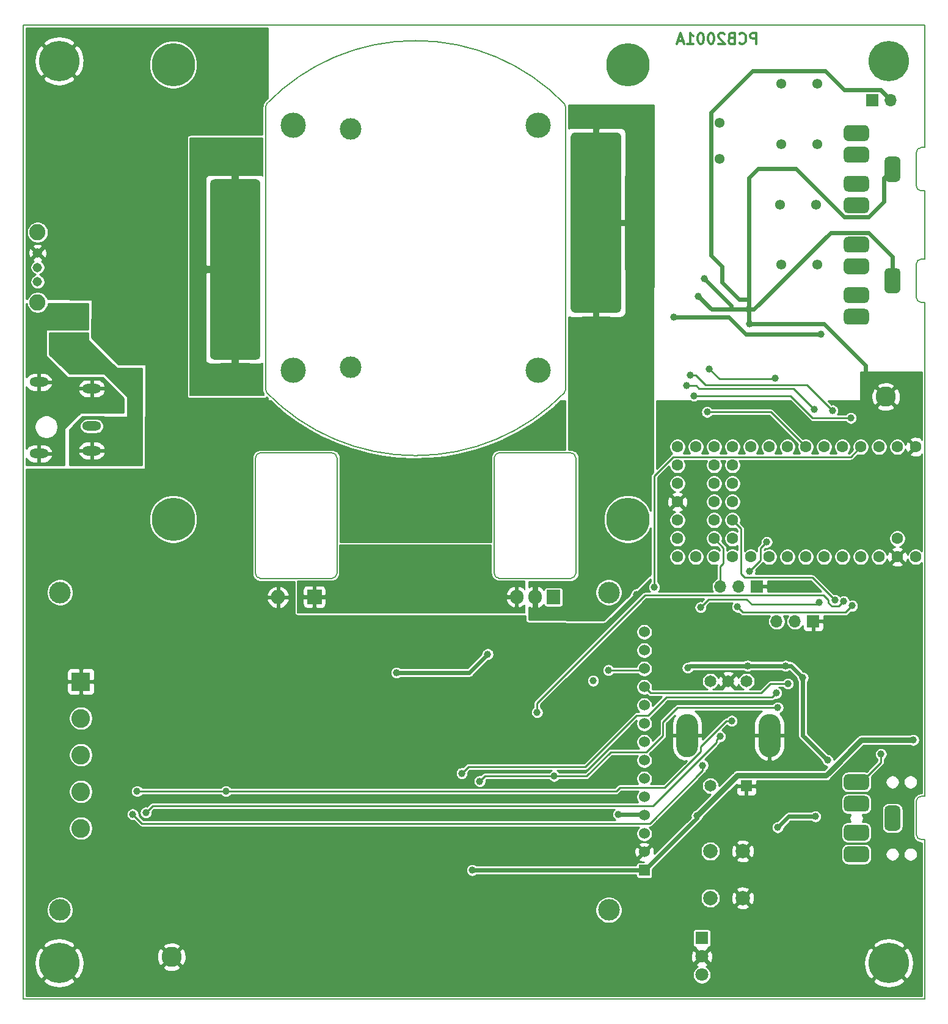
<source format=gbr>
%TF.GenerationSoftware,KiCad,Pcbnew,5.1.9-73d0e3b20d~88~ubuntu20.04.1*%
%TF.CreationDate,2021-04-09T17:18:55-07:00*%
%TF.ProjectId,ultrablinky,756c7472-6162-46c6-996e-6b792e6b6963,A*%
%TF.SameCoordinates,Original*%
%TF.FileFunction,Copper,L2,Bot*%
%TF.FilePolarity,Positive*%
%FSLAX46Y46*%
G04 Gerber Fmt 4.6, Leading zero omitted, Abs format (unit mm)*
G04 Created by KiCad (PCBNEW 5.1.9-73d0e3b20d~88~ubuntu20.04.1) date 2021-04-09 17:18:55*
%MOMM*%
%LPD*%
G01*
G04 APERTURE LIST*
%TA.AperFunction,NonConductor*%
%ADD10C,0.300000*%
%TD*%
%TA.AperFunction,Profile*%
%ADD11C,0.150000*%
%TD*%
%TA.AperFunction,ComponentPad*%
%ADD12O,2.616000X1.308000*%
%TD*%
%TA.AperFunction,ComponentPad*%
%ADD13C,1.800000*%
%TD*%
%TA.AperFunction,ComponentPad*%
%ADD14R,1.800000X1.800000*%
%TD*%
%TA.AperFunction,ComponentPad*%
%ADD15O,3.000000X6.000000*%
%TD*%
%TA.AperFunction,ComponentPad*%
%ADD16C,1.650000*%
%TD*%
%TA.AperFunction,ComponentPad*%
%ADD17R,1.650000X1.650000*%
%TD*%
%TA.AperFunction,ComponentPad*%
%ADD18C,2.250000*%
%TD*%
%TA.AperFunction,ComponentPad*%
%ADD19C,1.308000*%
%TD*%
%TA.AperFunction,ComponentPad*%
%ADD20C,6.000000*%
%TD*%
%TA.AperFunction,ComponentPad*%
%ADD21C,3.000000*%
%TD*%
%TA.AperFunction,ComponentPad*%
%ADD22C,1.524000*%
%TD*%
%TA.AperFunction,ComponentPad*%
%ADD23R,1.524000X1.524000*%
%TD*%
%TA.AperFunction,ComponentPad*%
%ADD24O,2.000000X2.000000*%
%TD*%
%TA.AperFunction,ComponentPad*%
%ADD25R,2.000000X2.000000*%
%TD*%
%TA.AperFunction,ComponentPad*%
%ADD26C,1.381000*%
%TD*%
%TA.AperFunction,ComponentPad*%
%ADD27C,2.000000*%
%TD*%
%TA.AperFunction,ComponentPad*%
%ADD28C,1.600000*%
%TD*%
%TA.AperFunction,ComponentPad*%
%ADD29C,2.800000*%
%TD*%
%TA.AperFunction,ComponentPad*%
%ADD30O,1.905000X2.000000*%
%TD*%
%TA.AperFunction,ComponentPad*%
%ADD31R,1.905000X2.000000*%
%TD*%
%TA.AperFunction,ComponentPad*%
%ADD32C,2.600000*%
%TD*%
%TA.AperFunction,ComponentPad*%
%ADD33R,2.600000X2.600000*%
%TD*%
%TA.AperFunction,ComponentPad*%
%ADD34O,1.700000X1.700000*%
%TD*%
%TA.AperFunction,ComponentPad*%
%ADD35R,1.700000X1.700000*%
%TD*%
%TA.AperFunction,ComponentPad*%
%ADD36C,5.600000*%
%TD*%
%TA.AperFunction,ComponentPad*%
%ADD37C,3.500000*%
%TD*%
%TA.AperFunction,ViaPad*%
%ADD38C,1.000000*%
%TD*%
%TA.AperFunction,Conductor*%
%ADD39C,0.600000*%
%TD*%
%TA.AperFunction,Conductor*%
%ADD40C,0.800000*%
%TD*%
%TA.AperFunction,Conductor*%
%ADD41C,0.250000*%
%TD*%
%TA.AperFunction,Conductor*%
%ADD42C,0.127000*%
%TD*%
%TA.AperFunction,Conductor*%
%ADD43C,0.100000*%
%TD*%
%TA.AperFunction,Conductor*%
%ADD44C,0.254000*%
%TD*%
G04 APERTURE END LIST*
D10*
X155342857Y-31728571D02*
X155342857Y-30228571D01*
X154771428Y-30228571D01*
X154628571Y-30300000D01*
X154557142Y-30371428D01*
X154485714Y-30514285D01*
X154485714Y-30728571D01*
X154557142Y-30871428D01*
X154628571Y-30942857D01*
X154771428Y-31014285D01*
X155342857Y-31014285D01*
X152985714Y-31585714D02*
X153057142Y-31657142D01*
X153271428Y-31728571D01*
X153414285Y-31728571D01*
X153628571Y-31657142D01*
X153771428Y-31514285D01*
X153842857Y-31371428D01*
X153914285Y-31085714D01*
X153914285Y-30871428D01*
X153842857Y-30585714D01*
X153771428Y-30442857D01*
X153628571Y-30300000D01*
X153414285Y-30228571D01*
X153271428Y-30228571D01*
X153057142Y-30300000D01*
X152985714Y-30371428D01*
X151842857Y-30942857D02*
X151628571Y-31014285D01*
X151557142Y-31085714D01*
X151485714Y-31228571D01*
X151485714Y-31442857D01*
X151557142Y-31585714D01*
X151628571Y-31657142D01*
X151771428Y-31728571D01*
X152342857Y-31728571D01*
X152342857Y-30228571D01*
X151842857Y-30228571D01*
X151700000Y-30300000D01*
X151628571Y-30371428D01*
X151557142Y-30514285D01*
X151557142Y-30657142D01*
X151628571Y-30800000D01*
X151700000Y-30871428D01*
X151842857Y-30942857D01*
X152342857Y-30942857D01*
X150914285Y-30371428D02*
X150842857Y-30300000D01*
X150700000Y-30228571D01*
X150342857Y-30228571D01*
X150200000Y-30300000D01*
X150128571Y-30371428D01*
X150057142Y-30514285D01*
X150057142Y-30657142D01*
X150128571Y-30871428D01*
X150985714Y-31728571D01*
X150057142Y-31728571D01*
X149128571Y-30228571D02*
X148985714Y-30228571D01*
X148842857Y-30300000D01*
X148771428Y-30371428D01*
X148700000Y-30514285D01*
X148628571Y-30800000D01*
X148628571Y-31157142D01*
X148700000Y-31442857D01*
X148771428Y-31585714D01*
X148842857Y-31657142D01*
X148985714Y-31728571D01*
X149128571Y-31728571D01*
X149271428Y-31657142D01*
X149342857Y-31585714D01*
X149414285Y-31442857D01*
X149485714Y-31157142D01*
X149485714Y-30800000D01*
X149414285Y-30514285D01*
X149342857Y-30371428D01*
X149271428Y-30300000D01*
X149128571Y-30228571D01*
X147700000Y-30228571D02*
X147557142Y-30228571D01*
X147414285Y-30300000D01*
X147342857Y-30371428D01*
X147271428Y-30514285D01*
X147200000Y-30800000D01*
X147200000Y-31157142D01*
X147271428Y-31442857D01*
X147342857Y-31585714D01*
X147414285Y-31657142D01*
X147557142Y-31728571D01*
X147700000Y-31728571D01*
X147842857Y-31657142D01*
X147914285Y-31585714D01*
X147985714Y-31442857D01*
X148057142Y-31157142D01*
X148057142Y-30800000D01*
X147985714Y-30514285D01*
X147914285Y-30371428D01*
X147842857Y-30300000D01*
X147700000Y-30228571D01*
X145771428Y-31728571D02*
X146628571Y-31728571D01*
X146200000Y-31728571D02*
X146200000Y-30228571D01*
X146342857Y-30442857D01*
X146485714Y-30585714D01*
X146628571Y-30657142D01*
X145200000Y-31300000D02*
X144485714Y-31300000D01*
X145342857Y-31728571D02*
X144842857Y-30228571D01*
X144342857Y-31728571D01*
D11*
X178700000Y-142000000D02*
X178700000Y-164100000D01*
X178200000Y-142000000D02*
G75*
G02*
X177500000Y-141300000I0J700000D01*
G01*
X177500000Y-136700000D02*
G75*
G02*
X178200000Y-136000000I700000J0D01*
G01*
X177500000Y-136700000D02*
X177500000Y-141300000D01*
X178200000Y-142000000D02*
X178700000Y-142000000D01*
X178200000Y-136000000D02*
X178700000Y-136000000D01*
X178700000Y-67550000D02*
X178700000Y-136000000D01*
X178700000Y-61550000D02*
X178700000Y-52100000D01*
X177500000Y-62250000D02*
G75*
G02*
X178200000Y-61550000I700000J0D01*
G01*
X178200000Y-61550000D02*
X178700000Y-61550000D01*
X178200000Y-67550000D02*
G75*
G02*
X177500000Y-66850000I0J700000D01*
G01*
X178200000Y-67550000D02*
X178700000Y-67550000D01*
X177500000Y-62250000D02*
X177500000Y-66850000D01*
X178200000Y-52100000D02*
X178700000Y-52100000D01*
X178200000Y-46100000D02*
X178700000Y-46100000D01*
X177500000Y-46800000D02*
X177500000Y-51400000D01*
X178200000Y-52100000D02*
G75*
G02*
X177500000Y-51400000I0J700000D01*
G01*
X177500000Y-46800000D02*
G75*
G02*
X178200000Y-46100000I700000J0D01*
G01*
X87505025Y-80109975D02*
G75*
G02*
X87300000Y-79615000I494975J494975D01*
G01*
X128694975Y-39985025D02*
G75*
G02*
X128900000Y-40480000I-494975J-494975D01*
G01*
X87510025Y-39982025D02*
G75*
G03*
X87305000Y-40477000I494975J-494975D01*
G01*
X128694975Y-80104975D02*
G75*
G03*
X128900000Y-79610000I-494975J494975D01*
G01*
X130300000Y-105100000D02*
G75*
G02*
X129600000Y-105800000I-700000J0D01*
G01*
X119700000Y-105800000D02*
G75*
G02*
X119000000Y-105100000I0J700000D01*
G01*
X129600000Y-88400000D02*
G75*
G02*
X130300000Y-89100000I0J-700000D01*
G01*
X119000000Y-89100000D02*
G75*
G02*
X119700000Y-88400000I700000J0D01*
G01*
X85900000Y-89100000D02*
G75*
G02*
X86600000Y-88400000I700000J0D01*
G01*
X96500000Y-88400000D02*
G75*
G02*
X97200000Y-89100000I0J-700000D01*
G01*
X97200000Y-105100000D02*
G75*
G02*
X96500000Y-105800000I-700000J0D01*
G01*
X86600000Y-105800000D02*
G75*
G02*
X85900000Y-105100000I0J700000D01*
G01*
X119000000Y-105100000D02*
X119000000Y-89100000D01*
X129600000Y-105800000D02*
X119700000Y-105800000D01*
X129600000Y-88400000D02*
X119700000Y-88400000D01*
X130300000Y-105100000D02*
X130300000Y-89100000D01*
X96500000Y-105800000D02*
X86600000Y-105800000D01*
X97200000Y-105100000D02*
X97200000Y-89100000D01*
X96500000Y-88400000D02*
X86600000Y-88400000D01*
X85900000Y-105100000D02*
X85900000Y-89100000D01*
X128697474Y-80107415D02*
G75*
G02*
X87505025Y-80109975I-20597474J20107415D01*
G01*
X87300000Y-79615000D02*
X87305000Y-40477000D01*
X128900000Y-79610000D02*
X128900000Y-40480000D01*
X87508953Y-39980983D02*
G75*
G02*
X128694975Y-39985025I20591047J-20019017D01*
G01*
X53700000Y-29100000D02*
X178700000Y-29100000D01*
X53700000Y-164100000D02*
X178700000Y-164100000D01*
X178700000Y-46100000D02*
X178700000Y-29100000D01*
X53700000Y-164100000D02*
X53700000Y-29100000D01*
D12*
%TO.P,J4,2*%
%TO.N,/GNDIN*%
X63200000Y-79500000D03*
%TO.P,J4,1*%
%TO.N,/V36IN*%
X63200000Y-88100000D03*
%TO.P,J4,3*%
%TO.N,Net-(J4-Pad3)*%
X63200000Y-84700000D03*
%TO.P,J4,MP*%
%TO.N,/GNDIN*%
X55900000Y-88500000D03*
X55900000Y-78600000D03*
%TD*%
D13*
%TO.P,U9,3*%
%TO.N,+3V3*%
X147775000Y-160730000D03*
%TO.P,U9,2*%
%TO.N,GND*%
X147775000Y-158190000D03*
D14*
%TO.P,U9,1*%
%TO.N,+5V*%
X147775000Y-155650000D03*
%TD*%
D15*
%TO.P,SW2,S2*%
%TO.N,GND*%
X145750000Y-127550000D03*
%TO.P,SW2,S1*%
X157150000Y-127550000D03*
D16*
%TO.P,SW2,B*%
%TO.N,Net-(R20-Pad1)*%
X148950000Y-120050000D03*
%TO.P,SW2,C*%
%TO.N,GND*%
X151450000Y-120050000D03*
%TO.P,SW2,A*%
%TO.N,Net-(R21-Pad1)*%
X153950000Y-120050000D03*
%TO.P,SW2,2*%
%TO.N,Net-(R33-Pad1)*%
X148950000Y-134550000D03*
D17*
%TO.P,SW2,1*%
%TO.N,GND*%
X153950000Y-134550000D03*
%TD*%
D18*
%TO.P,SW1,P$5*%
%TO.N,N/C*%
X55700000Y-67550000D03*
%TO.P,SW1,P$4*%
X55700000Y-57850000D03*
D19*
%TO.P,SW1,3*%
%TO.N,Net-(SW1-Pad3)*%
X55700000Y-64700000D03*
%TO.P,SW1,1*%
%TO.N,GND*%
X55700000Y-60700000D03*
%TO.P,SW1,2*%
%TO.N,Net-(R2-Pad2)*%
X55700000Y-62700000D03*
%TD*%
D20*
%TO.P,HS1,1*%
%TO.N,N/C*%
X137500000Y-34600000D03*
X74500000Y-97600000D03*
X74500000Y-34600000D03*
X137500000Y-97600000D03*
%TD*%
D21*
%TO.P,DISP1,*%
%TO.N,*%
X58800000Y-107740000D03*
X58800000Y-151740000D03*
X134880000Y-107740000D03*
X134880000Y-151740000D03*
D22*
%TO.P,DISP1,14*%
%TO.N,Net-(DISP1-Pad14)*%
X139800000Y-113230000D03*
%TO.P,DISP1,13*%
%TO.N,Net-(DISP1-Pad13)*%
X139800000Y-115770000D03*
%TO.P,DISP1,12*%
%TO.N,/COPI*%
X139800000Y-118310000D03*
%TO.P,DISP1,11*%
%TO.N,/T_CS*%
X139800000Y-120850000D03*
%TO.P,DISP1,10*%
%TO.N,/SCK*%
X139800000Y-123390000D03*
%TO.P,DISP1,9*%
%TO.N,Net-(DISP1-Pad13)*%
X139800000Y-125930000D03*
%TO.P,DISP1,8*%
%TO.N,/D_LED*%
X139800000Y-128470000D03*
%TO.P,DISP1,7*%
%TO.N,/SCK*%
X139800000Y-131010000D03*
%TO.P,DISP1,6*%
%TO.N,/COPI*%
X139800000Y-133550000D03*
%TO.P,DISP1,5*%
%TO.N,/D_DC*%
X139800000Y-136090000D03*
%TO.P,DISP1,4*%
%TO.N,+3V3*%
X139800000Y-138630000D03*
%TO.P,DISP1,3*%
%TO.N,/D_CS*%
X139800000Y-141170000D03*
%TO.P,DISP1,2*%
%TO.N,GND*%
X139800000Y-143710000D03*
D23*
%TO.P,DISP1,1*%
%TO.N,+5V*%
X139800000Y-146250000D03*
%TD*%
D24*
%TO.P,R43,2*%
%TO.N,GND*%
X89020000Y-108400000D03*
D25*
%TO.P,R43,1*%
%TO.N,/ISENSE*%
X94100000Y-108400000D03*
%TD*%
D26*
%TO.P,C5,2*%
%TO.N,/LOUT_L*%
X158650000Y-53987500D03*
%TO.P,C5,1*%
%TO.N,/OUT_L*%
X163650000Y-53987500D03*
%TD*%
%TO.P,C6,2*%
%TO.N,/LOUT_R*%
X158750000Y-62350000D03*
%TO.P,C6,1*%
%TO.N,/OUT_R*%
X163750000Y-62350000D03*
%TD*%
%TO.P,C4,2*%
%TO.N,/MIC_IN*%
X150275000Y-42700000D03*
%TO.P,C4,1*%
%TO.N,/MIC*%
X150275000Y-47700000D03*
%TD*%
%TO.P,C2,2*%
%TO.N,/IN_L*%
X163750000Y-37262500D03*
%TO.P,C2,1*%
%TO.N,/LIN_L*%
X158750000Y-37262500D03*
%TD*%
%TO.P,C3,2*%
%TO.N,/IN_R*%
X163750000Y-45625000D03*
%TO.P,C3,1*%
%TO.N,/LIN_R*%
X158750000Y-45625000D03*
%TD*%
%TO.P,J3,11*%
%TO.N,Net-(J3-Pad11)*%
%TA.AperFunction,ComponentPad*%
G36*
G01*
X170950000Y-66000000D02*
X170950000Y-67100000D01*
G75*
G02*
X170400000Y-67650000I-550000J0D01*
G01*
X168000000Y-67650000D01*
G75*
G02*
X167450000Y-67100000I0J550000D01*
G01*
X167450000Y-66000000D01*
G75*
G02*
X168000000Y-65450000I550000J0D01*
G01*
X170400000Y-65450000D01*
G75*
G02*
X170950000Y-66000000I0J-550000D01*
G01*
G37*
%TD.AperFunction*%
%TO.P,J3,10*%
%TO.N,Net-(J3-Pad10)*%
%TA.AperFunction,ComponentPad*%
G36*
G01*
X170950000Y-62000000D02*
X170950000Y-63100000D01*
G75*
G02*
X170400000Y-63650000I-550000J0D01*
G01*
X168000000Y-63650000D01*
G75*
G02*
X167450000Y-63100000I0J550000D01*
G01*
X167450000Y-62000000D01*
G75*
G02*
X168000000Y-61450000I550000J0D01*
G01*
X170400000Y-61450000D01*
G75*
G02*
X170950000Y-62000000I0J-550000D01*
G01*
G37*
%TD.AperFunction*%
%TO.P,J3,3*%
%TO.N,/OUT_R*%
%TA.AperFunction,ComponentPad*%
G36*
G01*
X170950000Y-69000000D02*
X170950000Y-70100000D01*
G75*
G02*
X170400000Y-70650000I-550000J0D01*
G01*
X168000000Y-70650000D01*
G75*
G02*
X167450000Y-70100000I0J550000D01*
G01*
X167450000Y-69000000D01*
G75*
G02*
X168000000Y-68450000I550000J0D01*
G01*
X170400000Y-68450000D01*
G75*
G02*
X170950000Y-69000000I0J-550000D01*
G01*
G37*
%TD.AperFunction*%
%TO.P,J3,2*%
%TO.N,/OUT_L*%
%TA.AperFunction,ComponentPad*%
G36*
G01*
X170950000Y-59000000D02*
X170950000Y-60100000D01*
G75*
G02*
X170400000Y-60650000I-550000J0D01*
G01*
X168000000Y-60650000D01*
G75*
G02*
X167450000Y-60100000I0J550000D01*
G01*
X167450000Y-59000000D01*
G75*
G02*
X168000000Y-58450000I550000J0D01*
G01*
X170400000Y-58450000D01*
G75*
G02*
X170950000Y-59000000I0J-550000D01*
G01*
G37*
%TD.AperFunction*%
%TO.P,J3,1*%
%TO.N,GND*%
%TA.AperFunction,ComponentPad*%
G36*
G01*
X175300000Y-63350000D02*
X175300000Y-65750000D01*
G75*
G02*
X174750000Y-66300000I-550000J0D01*
G01*
X173650000Y-66300000D01*
G75*
G02*
X173100000Y-65750000I0J550000D01*
G01*
X173100000Y-63350000D01*
G75*
G02*
X173650000Y-62800000I550000J0D01*
G01*
X174750000Y-62800000D01*
G75*
G02*
X175300000Y-63350000I0J-550000D01*
G01*
G37*
%TD.AperFunction*%
%TD*%
%TO.P,J8,11*%
%TO.N,Net-(J8-Pad11)*%
%TA.AperFunction,ComponentPad*%
G36*
G01*
X170950000Y-140475000D02*
X170950000Y-141575000D01*
G75*
G02*
X170400000Y-142125000I-550000J0D01*
G01*
X168000000Y-142125000D01*
G75*
G02*
X167450000Y-141575000I0J550000D01*
G01*
X167450000Y-140475000D01*
G75*
G02*
X168000000Y-139925000I550000J0D01*
G01*
X170400000Y-139925000D01*
G75*
G02*
X170950000Y-140475000I0J-550000D01*
G01*
G37*
%TD.AperFunction*%
%TO.P,J8,10*%
%TO.N,Net-(J8-Pad10)*%
%TA.AperFunction,ComponentPad*%
G36*
G01*
X170950000Y-136475000D02*
X170950000Y-137575000D01*
G75*
G02*
X170400000Y-138125000I-550000J0D01*
G01*
X168000000Y-138125000D01*
G75*
G02*
X167450000Y-137575000I0J550000D01*
G01*
X167450000Y-136475000D01*
G75*
G02*
X168000000Y-135925000I550000J0D01*
G01*
X170400000Y-135925000D01*
G75*
G02*
X170950000Y-136475000I0J-550000D01*
G01*
G37*
%TD.AperFunction*%
%TO.P,J8,3*%
%TO.N,Net-(J8-Pad3)*%
%TA.AperFunction,ComponentPad*%
G36*
G01*
X170950000Y-143475000D02*
X170950000Y-144575000D01*
G75*
G02*
X170400000Y-145125000I-550000J0D01*
G01*
X168000000Y-145125000D01*
G75*
G02*
X167450000Y-144575000I0J550000D01*
G01*
X167450000Y-143475000D01*
G75*
G02*
X168000000Y-142925000I550000J0D01*
G01*
X170400000Y-142925000D01*
G75*
G02*
X170950000Y-143475000I0J-550000D01*
G01*
G37*
%TD.AperFunction*%
%TO.P,J8,2*%
%TO.N,Net-(J8-Pad2)*%
%TA.AperFunction,ComponentPad*%
G36*
G01*
X170950000Y-133475000D02*
X170950000Y-134575000D01*
G75*
G02*
X170400000Y-135125000I-550000J0D01*
G01*
X168000000Y-135125000D01*
G75*
G02*
X167450000Y-134575000I0J550000D01*
G01*
X167450000Y-133475000D01*
G75*
G02*
X168000000Y-132925000I550000J0D01*
G01*
X170400000Y-132925000D01*
G75*
G02*
X170950000Y-133475000I0J-550000D01*
G01*
G37*
%TD.AperFunction*%
%TO.P,J8,1*%
%TO.N,Net-(J8-Pad1)*%
%TA.AperFunction,ComponentPad*%
G36*
G01*
X175300000Y-137825000D02*
X175300000Y-140225000D01*
G75*
G02*
X174750000Y-140775000I-550000J0D01*
G01*
X173650000Y-140775000D01*
G75*
G02*
X173100000Y-140225000I0J550000D01*
G01*
X173100000Y-137825000D01*
G75*
G02*
X173650000Y-137275000I550000J0D01*
G01*
X174750000Y-137275000D01*
G75*
G02*
X175300000Y-137825000I0J-550000D01*
G01*
G37*
%TD.AperFunction*%
%TD*%
%TO.P,J2,11*%
%TO.N,Net-(J2-Pad11)*%
%TA.AperFunction,ComponentPad*%
G36*
G01*
X170950000Y-50550000D02*
X170950000Y-51650000D01*
G75*
G02*
X170400000Y-52200000I-550000J0D01*
G01*
X168000000Y-52200000D01*
G75*
G02*
X167450000Y-51650000I0J550000D01*
G01*
X167450000Y-50550000D01*
G75*
G02*
X168000000Y-50000000I550000J0D01*
G01*
X170400000Y-50000000D01*
G75*
G02*
X170950000Y-50550000I0J-550000D01*
G01*
G37*
%TD.AperFunction*%
%TO.P,J2,10*%
%TO.N,Net-(J2-Pad10)*%
%TA.AperFunction,ComponentPad*%
G36*
G01*
X170950000Y-46550000D02*
X170950000Y-47650000D01*
G75*
G02*
X170400000Y-48200000I-550000J0D01*
G01*
X168000000Y-48200000D01*
G75*
G02*
X167450000Y-47650000I0J550000D01*
G01*
X167450000Y-46550000D01*
G75*
G02*
X168000000Y-46000000I550000J0D01*
G01*
X170400000Y-46000000D01*
G75*
G02*
X170950000Y-46550000I0J-550000D01*
G01*
G37*
%TD.AperFunction*%
%TO.P,J2,3*%
%TO.N,/IN_R*%
%TA.AperFunction,ComponentPad*%
G36*
G01*
X170950000Y-53550000D02*
X170950000Y-54650000D01*
G75*
G02*
X170400000Y-55200000I-550000J0D01*
G01*
X168000000Y-55200000D01*
G75*
G02*
X167450000Y-54650000I0J550000D01*
G01*
X167450000Y-53550000D01*
G75*
G02*
X168000000Y-53000000I550000J0D01*
G01*
X170400000Y-53000000D01*
G75*
G02*
X170950000Y-53550000I0J-550000D01*
G01*
G37*
%TD.AperFunction*%
%TO.P,J2,2*%
%TO.N,/IN_L*%
%TA.AperFunction,ComponentPad*%
G36*
G01*
X170950000Y-43550000D02*
X170950000Y-44650000D01*
G75*
G02*
X170400000Y-45200000I-550000J0D01*
G01*
X168000000Y-45200000D01*
G75*
G02*
X167450000Y-44650000I0J550000D01*
G01*
X167450000Y-43550000D01*
G75*
G02*
X168000000Y-43000000I550000J0D01*
G01*
X170400000Y-43000000D01*
G75*
G02*
X170950000Y-43550000I0J-550000D01*
G01*
G37*
%TD.AperFunction*%
%TO.P,J2,1*%
%TO.N,GND*%
%TA.AperFunction,ComponentPad*%
G36*
G01*
X175300000Y-47900000D02*
X175300000Y-50300000D01*
G75*
G02*
X174750000Y-50850000I-550000J0D01*
G01*
X173650000Y-50850000D01*
G75*
G02*
X173100000Y-50300000I0J550000D01*
G01*
X173100000Y-47900000D01*
G75*
G02*
X173650000Y-47350000I550000J0D01*
G01*
X174750000Y-47350000D01*
G75*
G02*
X175300000Y-47900000I0J-550000D01*
G01*
G37*
%TD.AperFunction*%
%TD*%
D27*
%TO.P,SW3,1*%
%TO.N,Net-(R41-Pad1)*%
X148950000Y-143600000D03*
%TO.P,SW3,2*%
%TO.N,GND*%
X153450000Y-143600000D03*
%TO.P,SW3,1*%
%TO.N,Net-(R41-Pad1)*%
X148950000Y-150100000D03*
%TO.P,SW3,2*%
%TO.N,GND*%
X153450000Y-150100000D03*
%TD*%
D28*
%TO.P,U3,44*%
%TO.N,Net-(U3-Pad44)*%
X152010000Y-90120000D03*
%TO.P,U3,43*%
%TO.N,Net-(U3-Pad43)*%
X149470000Y-90120000D03*
%TO.P,U3,42*%
%TO.N,Net-(U3-Pad42)*%
X152010000Y-92660000D03*
%TO.P,U3,41*%
%TO.N,Net-(U3-Pad41)*%
X149470000Y-92660000D03*
%TO.P,U3,40*%
%TO.N,Net-(U3-Pad40)*%
X152010000Y-95200000D03*
%TO.P,U3,39*%
%TO.N,Net-(U3-Pad39)*%
X149470000Y-95200000D03*
%TO.P,U3,38*%
%TO.N,/FOCUS*%
X152010000Y-97740000D03*
%TO.P,U3,37*%
%TO.N,Net-(U3-Pad37)*%
X149470000Y-97740000D03*
%TO.P,U3,36*%
%TO.N,Net-(J5-Pad2)*%
X152010000Y-100280000D03*
%TO.P,U3,35*%
%TO.N,Net-(J5-Pad3)*%
X149470000Y-100280000D03*
%TO.P,U3,1*%
%TO.N,GND*%
X177410000Y-87580000D03*
%TO.P,U3,2*%
%TO.N,/SHUTTER*%
X174870000Y-87580000D03*
%TO.P,U3,3*%
%TO.N,/ENCSW_N*%
X172330000Y-87580000D03*
%TO.P,U3,4*%
%TO.N,/T_IRQ*%
X169790000Y-87580000D03*
%TO.P,U3,5*%
%TO.N,/ENCA*%
X167250000Y-87580000D03*
%TO.P,U3,6*%
%TO.N,/ENCB*%
X164710000Y-87580000D03*
%TO.P,U3,7*%
%TO.N,/I2S_SDIN*%
X162170000Y-87580000D03*
%TO.P,U3,8*%
%TO.N,Net-(R10-Pad2)*%
X159630000Y-87580000D03*
%TO.P,U3,9*%
%TO.N,/D_LEDEN*%
X157090000Y-87580000D03*
%TO.P,U3,10*%
%TO.N,Net-(R9-Pad1)*%
X154550000Y-87580000D03*
%TO.P,U3,11*%
%TO.N,Net-(R8-Pad1)*%
X152010000Y-87580000D03*
%TO.P,U3,12*%
%TO.N,Net-(R7-Pad1)*%
X149470000Y-87580000D03*
%TO.P,U3,13*%
%TO.N,Net-(R6-Pad1)*%
X146930000Y-87580000D03*
%TO.P,U3,34*%
%TO.N,Net-(U3-Pad34)*%
X174870000Y-100280000D03*
%TO.P,U3,33*%
%TO.N,+5V*%
X177410000Y-102820000D03*
%TO.P,U3,32*%
%TO.N,GND*%
X174870000Y-102820000D03*
%TO.P,U3,31*%
%TO.N,Net-(U3-Pad31)*%
X172330000Y-102820000D03*
%TO.P,U3,30*%
%TO.N,Net-(R15-Pad2)*%
X169790000Y-102820000D03*
%TO.P,U3,29*%
%TO.N,Net-(R13-Pad1)*%
X167250000Y-102820000D03*
%TO.P,U3,28*%
%TO.N,Net-(R12-Pad1)*%
X164710000Y-102820000D03*
%TO.P,U3,27*%
%TO.N,Net-(R14-Pad1)*%
X162170000Y-102820000D03*
%TO.P,U3,26*%
%TO.N,/SCL*%
X159630000Y-102820000D03*
%TO.P,U3,25*%
%TO.N,/SDA*%
X157090000Y-102820000D03*
%TO.P,U3,24*%
%TO.N,/PB_N*%
X154550000Y-102820000D03*
%TO.P,U3,23*%
%TO.N,/TRIG_IN_N*%
X152010000Y-102820000D03*
%TO.P,U3,22*%
%TO.N,/IRLEDEN*%
X149470000Y-102820000D03*
%TO.P,U3,21*%
%TO.N,/DET_OUT*%
X146930000Y-102820000D03*
%TO.P,U3,14*%
%TO.N,/CIPO*%
X144390000Y-87580000D03*
%TO.P,U3,15*%
%TO.N,Net-(U3-Pad15)*%
X144390000Y-90120000D03*
%TO.P,U3,16*%
%TO.N,Net-(U3-Pad16)*%
X144390000Y-92660000D03*
%TO.P,U3,20*%
%TO.N,Net-(R11-Pad1)*%
X144390000Y-102820000D03*
%TO.P,U3,19*%
%TO.N,Net-(U3-Pad19)*%
X144390000Y-100280000D03*
%TO.P,U3,18*%
%TO.N,Net-(U3-Pad18)*%
X144390000Y-97740000D03*
%TO.P,U3,17*%
%TO.N,GND*%
X144390000Y-95200000D03*
%TD*%
D29*
%TO.P,TP2,1*%
%TO.N,GND*%
X74275000Y-158250000D03*
%TD*%
%TO.P,TP1,1*%
%TO.N,GND*%
X173275000Y-80625000D03*
%TD*%
D30*
%TO.P,Q7,3*%
%TO.N,/ISENSE*%
X122120000Y-108400000D03*
%TO.P,Q7,2*%
%TO.N,/LED_K*%
X124660000Y-108400000D03*
D31*
%TO.P,Q7,1*%
%TO.N,Net-(Q7-Pad1)*%
X127200000Y-108400000D03*
%TD*%
D32*
%TO.P,J7,5*%
%TO.N,/IR_LED_N*%
X61700000Y-140420000D03*
%TO.P,J7,4*%
%TO.N,Net-(J7-Pad4)*%
X61700000Y-135340000D03*
%TO.P,J7,3*%
%TO.N,+3V3*%
X61700000Y-130260000D03*
%TO.P,J7,2*%
%TO.N,Net-(J7-Pad2)*%
X61700000Y-125180000D03*
D33*
%TO.P,J7,1*%
%TO.N,GND*%
X61700000Y-120100000D03*
%TD*%
D34*
%TO.P,J1,2*%
%TO.N,GND*%
X173965000Y-39525000D03*
D35*
%TO.P,J1,1*%
%TO.N,/MIC_IN*%
X171425000Y-39525000D03*
%TD*%
D34*
%TO.P,J5,3*%
%TO.N,Net-(J5-Pad3)*%
X150325000Y-106925000D03*
%TO.P,J5,2*%
%TO.N,Net-(J5-Pad2)*%
X152865000Y-106925000D03*
D35*
%TO.P,J5,1*%
%TO.N,GND*%
X155405000Y-106925000D03*
%TD*%
D34*
%TO.P,J6,3*%
%TO.N,/SDA*%
X158145000Y-111750000D03*
%TO.P,J6,2*%
%TO.N,/SCL*%
X160685000Y-111750000D03*
D35*
%TO.P,J6,1*%
%TO.N,GND*%
X163225000Y-111750000D03*
%TD*%
D36*
%TO.P,H4,1*%
%TO.N,GND*%
X173700000Y-159100000D03*
%TD*%
%TO.P,H2,1*%
%TO.N,Net-(H2-Pad1)*%
X173700000Y-34100000D03*
%TD*%
%TO.P,H3,1*%
%TO.N,GND*%
X58700000Y-159100000D03*
%TD*%
%TO.P,H1,1*%
%TO.N,GND*%
X58700000Y-34100000D03*
%TD*%
D21*
%TO.P,D5,8*%
%TO.N,N/C*%
X99100000Y-76500000D03*
%TO.P,D5,7*%
X99100000Y-43500000D03*
D37*
%TO.P,D5,*%
%TO.N,*%
X91100000Y-77000000D03*
X91100000Y-43000000D03*
X125100000Y-77000000D03*
X125100000Y-43000000D03*
%TO.P,D5,2*%
%TO.N,+36V*%
%TA.AperFunction,SMDPad,CuDef*%
G36*
G01*
X86600000Y-51081000D02*
X86600000Y-74919000D01*
G75*
G02*
X86019000Y-75500000I-581000J0D01*
G01*
X80181000Y-75500000D01*
G75*
G02*
X79600000Y-74919000I0J581000D01*
G01*
X79600000Y-51081000D01*
G75*
G02*
X80181000Y-50500000I581000J0D01*
G01*
X86019000Y-50500000D01*
G75*
G02*
X86600000Y-51081000I0J-581000D01*
G01*
G37*
%TD.AperFunction*%
%TO.P,D5,1*%
%TO.N,/LED_K*%
%TA.AperFunction,SMDPad,CuDef*%
G36*
G01*
X136600000Y-44581000D02*
X136600000Y-68419000D01*
G75*
G02*
X136019000Y-69000000I-581000J0D01*
G01*
X130181000Y-69000000D01*
G75*
G02*
X129600000Y-68419000I0J581000D01*
G01*
X129600000Y-44581000D01*
G75*
G02*
X130181000Y-44000000I581000J0D01*
G01*
X136019000Y-44000000D01*
G75*
G02*
X136600000Y-44581000I0J-581000D01*
G01*
G37*
%TD.AperFunction*%
%TD*%
D38*
%TO.N,GND*%
X64500000Y-67500000D03*
X66166666Y-67500000D03*
X67833332Y-67500000D03*
X69500000Y-67500000D03*
X69500000Y-69150000D03*
X69500000Y-70800000D03*
X88700000Y-121600000D03*
X121300000Y-114800000D03*
X117100000Y-127100000D03*
X67764419Y-137435581D03*
X67800000Y-120800000D03*
X114100000Y-141800000D03*
X122600000Y-124300000D03*
X126500000Y-126259239D03*
X146900000Y-145600000D03*
X163300000Y-126500000D03*
X172900000Y-113800000D03*
X147300000Y-66700000D03*
X154300000Y-68500000D03*
X148100000Y-64300000D03*
X148774991Y-111500000D03*
X151100000Y-110200000D03*
X163100000Y-131200000D03*
X154400000Y-70500000D03*
X92300000Y-116300000D03*
X82700000Y-120100000D03*
X87700000Y-117600000D03*
X87700000Y-115100000D03*
X83100000Y-113800000D03*
X94600000Y-122700000D03*
X96800000Y-120100000D03*
X96800000Y-115100000D03*
X92400000Y-113700000D03*
X96800000Y-117600000D03*
X149500000Y-130500000D03*
X147350000Y-81700000D03*
X160825000Y-107275000D03*
X154225000Y-116275000D03*
X154425000Y-111500000D03*
X133925000Y-138450000D03*
X127650000Y-144500000D03*
X127025000Y-147875000D03*
X131950000Y-144900000D03*
X130450000Y-147650000D03*
X71700000Y-77475000D03*
X75100000Y-77400000D03*
X131600000Y-130400000D03*
X133900000Y-128200000D03*
X131500000Y-134200000D03*
X134100000Y-133600000D03*
X132100000Y-136200000D03*
X135900000Y-136300000D03*
X135900000Y-140800000D03*
X131900000Y-140700000D03*
X110800000Y-134300000D03*
X110800000Y-136300000D03*
X110800000Y-138500000D03*
X110800000Y-140800000D03*
X121700000Y-140700000D03*
X121900000Y-134100000D03*
X118600000Y-130600000D03*
X115000000Y-117000000D03*
X115300000Y-120800000D03*
X143300000Y-82100000D03*
X169700000Y-100700000D03*
X174600000Y-98300000D03*
X177300000Y-100700000D03*
X175300000Y-117600000D03*
X140100000Y-158600000D03*
X141800000Y-139800000D03*
X116000000Y-148300000D03*
X117300000Y-144200000D03*
X65100000Y-137300000D03*
X66000000Y-133800000D03*
X65400000Y-145200000D03*
X71000000Y-141700000D03*
X68500000Y-140300000D03*
X71900000Y-120400000D03*
X71400000Y-112800000D03*
X61400000Y-115400000D03*
X56100000Y-92500000D03*
X56100000Y-99400000D03*
X58500000Y-92500000D03*
X58500000Y-99400000D03*
X80800000Y-82400000D03*
X67800000Y-98500000D03*
X141400000Y-127100000D03*
X137600000Y-117200000D03*
X137500000Y-119700000D03*
X136700000Y-124800000D03*
X176300000Y-110000000D03*
X175000000Y-126300000D03*
X174900000Y-129800000D03*
X168900000Y-131200000D03*
X160500000Y-134300000D03*
X160600000Y-140100000D03*
X144200000Y-150800000D03*
X130100000Y-160100000D03*
X127000000Y-160200000D03*
X128600000Y-162900000D03*
X160200000Y-145000000D03*
X152000000Y-137900000D03*
X128400000Y-138500000D03*
X113800000Y-130200000D03*
X104900000Y-120500000D03*
X106300000Y-117100000D03*
X68000000Y-128000000D03*
X55400000Y-40000000D03*
X85700000Y-40800000D03*
X86200000Y-30500000D03*
X57400000Y-130400000D03*
X81500000Y-129300000D03*
X88200000Y-159600000D03*
X107800000Y-159400000D03*
X101500000Y-90300000D03*
X114900000Y-90100000D03*
X176500000Y-146700000D03*
X155600000Y-158700000D03*
X164800000Y-150800000D03*
X155400000Y-153700000D03*
X162200000Y-148500000D03*
X133900000Y-117000000D03*
X167100000Y-111400000D03*
X172000000Y-109200000D03*
X171600000Y-122000000D03*
X165500000Y-128900000D03*
X158300000Y-135200000D03*
X168900000Y-121900000D03*
X138700000Y-108000000D03*
X95200000Y-111400000D03*
X99100000Y-99200000D03*
X116800000Y-99200000D03*
X128100000Y-82900000D03*
X127700000Y-86500000D03*
X66500000Y-62900000D03*
X62850000Y-64000000D03*
%TO.N,+5V*%
X118100000Y-116300000D03*
X105445000Y-118870000D03*
X147080000Y-138720000D03*
X177100000Y-128200000D03*
X115950000Y-146250000D03*
%TO.N,+36V*%
X85600000Y-48600000D03*
X81900000Y-48600000D03*
X78000000Y-48600000D03*
X78000000Y-53550000D03*
X78000000Y-58400000D03*
X78000000Y-63250000D03*
X78000000Y-68100000D03*
X85400000Y-77700000D03*
X78000000Y-77700000D03*
X81700000Y-77700000D03*
X78000000Y-72950000D03*
%TO.N,/ENCA*%
X168600000Y-109600000D03*
X152700000Y-109750000D03*
%TO.N,/ENCB*%
X147600000Y-109800000D03*
X164000000Y-109100000D03*
%TO.N,+3V3*%
X164300000Y-72000000D03*
X143900000Y-69600000D03*
X136200000Y-138500000D03*
X145800000Y-118200000D03*
X154100000Y-117900000D03*
X132700000Y-120000000D03*
X163500000Y-138800000D03*
X158300000Y-140300000D03*
X165200000Y-131000000D03*
X161775000Y-119574998D03*
X159375000Y-117925000D03*
%TO.N,/DET_OUT*%
X68900000Y-138500000D03*
X147900004Y-131700000D03*
%TO.N,/TRIG_IN_N*%
X151900000Y-125551664D03*
X69500000Y-135300000D03*
X81800000Y-135300000D03*
%TO.N,/COPI*%
X134825000Y-118500000D03*
%TO.N,/T_CS*%
X159700000Y-120399996D03*
%TO.N,/SDA*%
X114500000Y-132800000D03*
X158100000Y-121700000D03*
%TO.N,/SCL*%
X158300000Y-123700000D03*
X117000000Y-133900002D03*
X127299999Y-133200001D03*
%TO.N,Net-(J8-Pad2)*%
X172600000Y-130150000D03*
%TO.N,/PWM*%
X124950000Y-124350000D03*
X167432994Y-109005499D03*
%TO.N,/I2S_SDOUT*%
X157900462Y-78065395D03*
X148812469Y-76787531D03*
%TO.N,/I2S_LRCLK*%
X163345001Y-82345001D03*
X145700000Y-79100000D03*
%TO.N,/I2S_BCLK*%
X165885001Y-82535001D03*
X146200004Y-77600004D03*
%TO.N,/I2S_MCLK*%
X168425000Y-83575000D03*
X146700000Y-80500000D03*
%TO.N,/D_LEDEN*%
X154400000Y-104800000D03*
X156775000Y-100775000D03*
%TO.N,/T_IRQ*%
X141165972Y-107018968D03*
%TO.N,/IRLEDEN*%
X150300000Y-127700000D03*
X70700000Y-138250013D03*
%TO.N,/I2S_SDIN*%
X148500000Y-82750013D03*
%TO.N,/FOCUS*%
X166200000Y-108800000D03*
%TO.N,/LED_K*%
X124600000Y-110800000D03*
X130800000Y-41200000D03*
X135050000Y-41200000D03*
X139600000Y-41200000D03*
X130600000Y-72100000D03*
X134900000Y-72100000D03*
X139600000Y-72100000D03*
X139600000Y-56650000D03*
X139600000Y-51500000D03*
X139600000Y-46350000D03*
X139600000Y-61800000D03*
X139600000Y-66950000D03*
X129400000Y-110700000D03*
X139400000Y-103800000D03*
X132100000Y-90000000D03*
X138800000Y-89900000D03*
%TO.N,/ISENSE*%
X99100000Y-102300000D03*
X116800000Y-102300000D03*
%TO.N,/GNDIN*%
X62250000Y-68200000D03*
X55100000Y-69700000D03*
X66300000Y-80300000D03*
X57600000Y-69700000D03*
%TO.N,/V36IN*%
X58000000Y-72300000D03*
X60500000Y-76750000D03*
X64200000Y-75300000D03*
X69450000Y-77350000D03*
X69400000Y-89300000D03*
X69100000Y-84250000D03*
%TD*%
D39*
%TO.N,GND*%
X154300000Y-68500000D02*
X152300000Y-68500000D01*
X147300000Y-66700000D02*
X149100000Y-68500000D01*
X170855642Y-55750010D02*
X167544358Y-55750010D01*
X167544358Y-55750010D02*
X160800000Y-49005652D01*
X173049999Y-53555653D02*
X170855642Y-55750010D01*
X173049999Y-50250001D02*
X173049999Y-53555653D01*
X174200000Y-49100000D02*
X173049999Y-50250001D01*
X160800000Y-49005652D02*
X155594348Y-49005652D01*
X155594348Y-49005652D02*
X154300000Y-50300000D01*
X170855642Y-57899990D02*
X165600010Y-57899990D01*
X174200000Y-61244348D02*
X170855642Y-57899990D01*
X174200000Y-64550000D02*
X174200000Y-61244348D01*
X155000000Y-68500000D02*
X154300000Y-68500000D01*
X165600010Y-57899990D02*
X155000000Y-68500000D01*
X150600000Y-62600000D02*
X150600000Y-64800000D01*
X149034499Y-41265501D02*
X149034499Y-61034499D01*
X164900000Y-35500000D02*
X154800000Y-35500000D01*
X149034499Y-61034499D02*
X150600000Y-62600000D01*
X167524999Y-38124999D02*
X164900000Y-35500000D01*
X172564999Y-38124999D02*
X167524999Y-38124999D01*
X154800000Y-35500000D02*
X149034499Y-41265501D01*
X173965000Y-39525000D02*
X172564999Y-38124999D01*
X152900000Y-67100000D02*
X154200000Y-67100000D01*
X154300000Y-67000000D02*
X154300000Y-68500000D01*
X154200000Y-67100000D02*
X154300000Y-67000000D01*
X154300000Y-50300000D02*
X154300000Y-67000000D01*
X150600000Y-64800000D02*
X152900000Y-67100000D01*
X151800000Y-68000000D02*
X151800000Y-68500000D01*
X148100000Y-64300000D02*
X151800000Y-68000000D01*
X151800000Y-68500000D02*
X152300000Y-68500000D01*
X149100000Y-68500000D02*
X151800000Y-68500000D01*
X154300000Y-70400000D02*
X154400000Y-70500000D01*
X154300000Y-68500000D02*
X154300000Y-70400000D01*
X154400000Y-70500000D02*
X164700000Y-70500000D01*
X164700000Y-70500000D02*
X170500000Y-76300000D01*
X170500000Y-76300000D02*
X170500000Y-78300000D01*
%TO.N,+5V*%
X115530000Y-118870000D02*
X105445000Y-118870000D01*
X118100000Y-116300000D02*
X115530000Y-118870000D01*
X139800000Y-146250000D02*
X139850000Y-146250000D01*
X147080000Y-139020000D02*
X147080000Y-138720000D01*
X139850000Y-146250000D02*
X147080000Y-139020000D01*
D40*
X152725001Y-133074999D02*
X147080000Y-138720000D01*
X164974999Y-133074999D02*
X152725001Y-133074999D01*
X165000000Y-133100000D02*
X164974999Y-133074999D01*
X177100000Y-128200000D02*
X169900000Y-128200000D01*
X165350000Y-132750000D02*
X165000000Y-133100000D01*
X169900000Y-128200000D02*
X165350000Y-132750000D01*
D39*
X139800000Y-146250000D02*
X115950000Y-146250000D01*
D41*
%TO.N,/ENCA*%
X153449999Y-110499999D02*
X152700000Y-109750000D01*
X167700001Y-110499999D02*
X153449999Y-110499999D01*
X168600000Y-109600000D02*
X167700001Y-110499999D01*
%TO.N,/ENCB*%
X164000000Y-109400000D02*
X154700000Y-109400000D01*
X154700000Y-109400000D02*
X154000000Y-108700000D01*
X148700000Y-108700000D02*
X147600000Y-109800000D01*
X154000000Y-108700000D02*
X148700000Y-108700000D01*
D39*
%TO.N,+3V3*%
X139670000Y-138500000D02*
X139800000Y-138630000D01*
X136200000Y-138500000D02*
X139670000Y-138500000D01*
X159800000Y-138800000D02*
X158300000Y-140300000D01*
X163500000Y-138800000D02*
X159800000Y-138800000D01*
X151500000Y-69600000D02*
X153900000Y-72000000D01*
X143900000Y-69600000D02*
X151500000Y-69600000D01*
X164300000Y-72000000D02*
X153900000Y-72000000D01*
X154100000Y-117900000D02*
X160100002Y-117900000D01*
X160100002Y-117900000D02*
X161775000Y-119574998D01*
X165200000Y-131000000D02*
X161775000Y-127575000D01*
X161775000Y-127575000D02*
X161775000Y-119574998D01*
X146100000Y-117900000D02*
X154100000Y-117900000D01*
X145800000Y-118200000D02*
X146100000Y-117900000D01*
D41*
%TO.N,/DET_OUT*%
X68900000Y-138500000D02*
X70167001Y-139767001D01*
X147900004Y-132407106D02*
X147900004Y-131700000D01*
X140540109Y-139767001D02*
X147900004Y-132407106D01*
X70167001Y-139767001D02*
X140540109Y-139767001D01*
%TO.N,/TRIG_IN_N*%
X151153334Y-125551664D02*
X147625010Y-129079988D01*
X135900000Y-135300000D02*
X81800000Y-135300000D01*
X142651664Y-134800000D02*
X136400000Y-134800000D01*
X147625010Y-129826654D02*
X142651664Y-134800000D01*
X151900000Y-125551664D02*
X151153334Y-125551664D01*
X147625010Y-129079988D02*
X147625010Y-129826654D01*
X136400000Y-134800000D02*
X135900000Y-135300000D01*
X81800000Y-135300000D02*
X69500000Y-135300000D01*
%TO.N,/COPI*%
X139610000Y-118500000D02*
X139800000Y-118310000D01*
X134825000Y-118500000D02*
X139610000Y-118500000D01*
%TO.N,/T_CS*%
X157300004Y-120399996D02*
X159700000Y-120399996D01*
X156000000Y-121700000D02*
X157300004Y-120399996D01*
X140650000Y-121700000D02*
X156000000Y-121700000D01*
X139800000Y-120850000D02*
X140650000Y-121700000D01*
%TO.N,/SDA*%
X157500001Y-122299999D02*
X158100000Y-121700000D01*
X142838761Y-122299999D02*
X157500001Y-122299999D01*
X138732001Y-124792999D02*
X140345761Y-124792999D01*
X131625000Y-131900000D02*
X138732001Y-124792999D01*
X140345761Y-124792999D02*
X142838761Y-122299999D01*
X115400000Y-131900000D02*
X131625000Y-131900000D01*
X114500000Y-132800000D02*
X115400000Y-131900000D01*
%TO.N,/SCL*%
X144400000Y-123700000D02*
X158300000Y-123700000D01*
X142400000Y-125700000D02*
X144400000Y-123700000D01*
X142400000Y-127552762D02*
X142400000Y-125700000D01*
X140079763Y-129872999D02*
X142400000Y-127552762D01*
X135127001Y-129872999D02*
X140079763Y-129872999D01*
X131799999Y-133200001D02*
X135127001Y-129872999D01*
X117700001Y-133200001D02*
X127299999Y-133200001D01*
X117000000Y-133900002D02*
X117700001Y-133200001D01*
X127299999Y-133200001D02*
X131799999Y-133200001D01*
%TO.N,Net-(J5-Pad3)*%
X150750000Y-101560000D02*
X149470000Y-100280000D01*
X150750000Y-103700000D02*
X150750000Y-101560000D01*
X150325000Y-104125000D02*
X150750000Y-103700000D01*
X150325000Y-106925000D02*
X150325000Y-104125000D01*
%TO.N,Net-(J8-Pad2)*%
X169875000Y-134025000D02*
X169200000Y-134025000D01*
X172600000Y-131300000D02*
X169875000Y-134025000D01*
X172600000Y-130150000D02*
X172600000Y-131300000D01*
%TO.N,/PWM*%
X124950000Y-123642894D02*
X124950000Y-124350000D01*
X124950000Y-123081972D02*
X124950000Y-123642894D01*
X164650001Y-108150001D02*
X139881972Y-108150000D01*
X165324999Y-109224999D02*
X165324999Y-108824999D01*
X165775001Y-109675001D02*
X165324999Y-109224999D01*
X165324999Y-108824999D02*
X164650001Y-108150001D01*
X166763492Y-109675001D02*
X165775001Y-109675001D01*
X139881972Y-108150000D02*
X124950000Y-123081972D01*
X167432994Y-109005499D02*
X166763492Y-109675001D01*
%TO.N,/I2S_SDOUT*%
X150199939Y-78175001D02*
X148812469Y-76787531D01*
X157790856Y-78175001D02*
X150199939Y-78175001D01*
X157900462Y-78065395D02*
X157790856Y-78175001D01*
%TO.N,/I2S_LRCLK*%
X160500000Y-79500000D02*
X147395004Y-79500000D01*
X146995004Y-79100000D02*
X145700000Y-79100000D01*
X147395004Y-79500000D02*
X146995004Y-79100000D01*
X163345001Y-82345001D02*
X160500000Y-79500000D01*
%TO.N,/I2S_BCLK*%
X146907110Y-77600004D02*
X146200004Y-77600004D01*
X165885001Y-82535001D02*
X162350000Y-79000000D01*
X162350000Y-79000000D02*
X148307106Y-79000000D01*
X148307106Y-79000000D02*
X146907110Y-77600004D01*
%TO.N,/I2S_MCLK*%
X163121835Y-83575000D02*
X160046835Y-80500000D01*
X168425000Y-83575000D02*
X163121835Y-83575000D01*
X160046835Y-80500000D02*
X146700000Y-80500000D01*
%TO.N,/D_LEDEN*%
X154400000Y-104800000D02*
X155914999Y-103285001D01*
X155914999Y-101635001D02*
X155914999Y-102185001D01*
X156775000Y-100775000D02*
X155914999Y-101635001D01*
X155914999Y-103285001D02*
X155914999Y-102185001D01*
%TO.N,/T_IRQ*%
X141165972Y-91605026D02*
X141165972Y-107018968D01*
X168425001Y-88944999D02*
X143825999Y-88944999D01*
X169790000Y-87580000D02*
X168425001Y-88944999D01*
X143825999Y-88944999D02*
X141165972Y-91605026D01*
%TO.N,/IRLEDEN*%
X149800001Y-128499999D02*
X141000000Y-137300000D01*
X149800001Y-128199999D02*
X149800001Y-128499999D01*
X141000000Y-137300000D02*
X71650013Y-137300000D01*
X71650013Y-137300000D02*
X70700000Y-138250013D01*
X150300000Y-127700000D02*
X149800001Y-128199999D01*
%TO.N,/I2S_SDIN*%
X162170000Y-87580000D02*
X157340013Y-82750013D01*
X157340013Y-82750013D02*
X148500000Y-82750013D01*
%TO.N,/FOCUS*%
X163099999Y-105699999D02*
X166200000Y-108800000D01*
X153699999Y-105699999D02*
X163099999Y-105699999D01*
X153185001Y-105185001D02*
X153699999Y-105699999D01*
X153185001Y-98915001D02*
X153185001Y-105185001D01*
X152010000Y-97740000D02*
X153185001Y-98915001D01*
%TD*%
D42*
%TO.N,/ISENSE*%
X118607500Y-105119280D02*
X118609162Y-105136156D01*
X118609132Y-105140460D01*
X118609667Y-105145914D01*
X118623947Y-105281781D01*
X118631104Y-105316646D01*
X118637767Y-105351576D01*
X118639351Y-105356822D01*
X118679750Y-105487328D01*
X118693518Y-105520080D01*
X118706861Y-105553105D01*
X118709434Y-105557944D01*
X118774412Y-105678118D01*
X118794300Y-105707603D01*
X118813783Y-105737376D01*
X118817246Y-105741623D01*
X118904328Y-105846887D01*
X118929592Y-105871976D01*
X118954463Y-105897373D01*
X118958679Y-105900861D01*
X118958683Y-105900865D01*
X118958685Y-105900866D01*
X119064555Y-105987211D01*
X119094212Y-106006915D01*
X119123539Y-106026996D01*
X119128351Y-106029598D01*
X119128359Y-106029603D01*
X119128367Y-106029606D01*
X119248984Y-106093739D01*
X119281835Y-106107279D01*
X119314569Y-106121309D01*
X119319804Y-106122929D01*
X119450589Y-106162416D01*
X119485483Y-106169326D01*
X119520286Y-106176723D01*
X119525730Y-106177295D01*
X119525733Y-106177296D01*
X119525736Y-106177296D01*
X119661700Y-106190627D01*
X119661701Y-106190627D01*
X119680719Y-106192500D01*
X123236500Y-106192500D01*
X123236500Y-107329281D01*
X123135460Y-107219081D01*
X122894829Y-107042753D01*
X122624422Y-106916758D01*
X122544691Y-106888870D01*
X122310500Y-106984576D01*
X122310500Y-108209500D01*
X122330500Y-108209500D01*
X122330500Y-108590500D01*
X122310500Y-108590500D01*
X122310500Y-109815424D01*
X122544691Y-109911130D01*
X122624422Y-109883242D01*
X122894829Y-109757247D01*
X123135460Y-109580919D01*
X123236500Y-109470719D01*
X123236500Y-110536500D01*
X91762835Y-110536500D01*
X91750872Y-109400000D01*
X92525735Y-109400000D01*
X92536769Y-109512034D01*
X92569448Y-109619762D01*
X92622516Y-109719045D01*
X92693933Y-109806067D01*
X92780955Y-109877484D01*
X92880238Y-109930552D01*
X92987966Y-109963231D01*
X93100000Y-109974265D01*
X93766625Y-109971500D01*
X93909500Y-109828625D01*
X93909500Y-108590500D01*
X94290500Y-108590500D01*
X94290500Y-109828625D01*
X94433375Y-109971500D01*
X95100000Y-109974265D01*
X95212034Y-109963231D01*
X95319762Y-109930552D01*
X95419045Y-109877484D01*
X95506067Y-109806067D01*
X95577484Y-109719045D01*
X95630552Y-109619762D01*
X95663231Y-109512034D01*
X95674265Y-109400000D01*
X95671884Y-108825744D01*
X120645982Y-108825744D01*
X120748097Y-109106043D01*
X120902933Y-109361034D01*
X121104540Y-109580919D01*
X121345171Y-109757247D01*
X121615578Y-109883242D01*
X121695309Y-109911130D01*
X121929500Y-109815424D01*
X121929500Y-108590500D01*
X120747834Y-108590500D01*
X120645982Y-108825744D01*
X95671884Y-108825744D01*
X95671500Y-108733375D01*
X95528625Y-108590500D01*
X94290500Y-108590500D01*
X93909500Y-108590500D01*
X92671375Y-108590500D01*
X92528500Y-108733375D01*
X92525735Y-109400000D01*
X91750872Y-109400000D01*
X91729819Y-107400000D01*
X92525735Y-107400000D01*
X92528500Y-108066625D01*
X92671375Y-108209500D01*
X93909500Y-108209500D01*
X93909500Y-106971375D01*
X94290500Y-106971375D01*
X94290500Y-108209500D01*
X95528625Y-108209500D01*
X95671500Y-108066625D01*
X95671883Y-107974256D01*
X120645982Y-107974256D01*
X120747834Y-108209500D01*
X121929500Y-108209500D01*
X121929500Y-106984576D01*
X121695309Y-106888870D01*
X121615578Y-106916758D01*
X121345171Y-107042753D01*
X121104540Y-107219081D01*
X120902933Y-107438966D01*
X120748097Y-107693957D01*
X120645982Y-107974256D01*
X95671883Y-107974256D01*
X95674265Y-107400000D01*
X95663231Y-107287966D01*
X95630552Y-107180238D01*
X95577484Y-107080955D01*
X95506067Y-106993933D01*
X95419045Y-106922516D01*
X95319762Y-106869448D01*
X95212034Y-106836769D01*
X95100000Y-106825735D01*
X94433375Y-106828500D01*
X94290500Y-106971375D01*
X93909500Y-106971375D01*
X93766625Y-106828500D01*
X93100000Y-106825735D01*
X92987966Y-106836769D01*
X92880238Y-106869448D01*
X92780955Y-106922516D01*
X92693933Y-106993933D01*
X92622516Y-107080955D01*
X92569448Y-107180238D01*
X92536769Y-107287966D01*
X92525735Y-107400000D01*
X91729819Y-107400000D01*
X91717108Y-106192500D01*
X96519281Y-106192500D01*
X96536157Y-106190838D01*
X96540460Y-106190868D01*
X96545914Y-106190333D01*
X96681781Y-106176053D01*
X96716646Y-106168896D01*
X96751576Y-106162233D01*
X96756822Y-106160649D01*
X96887328Y-106120250D01*
X96920080Y-106106482D01*
X96953105Y-106093139D01*
X96957944Y-106090566D01*
X97078118Y-106025588D01*
X97107603Y-106005700D01*
X97137376Y-105986217D01*
X97141623Y-105982754D01*
X97246887Y-105895672D01*
X97271976Y-105870408D01*
X97297373Y-105845537D01*
X97300861Y-105841321D01*
X97300865Y-105841317D01*
X97300868Y-105841313D01*
X97387211Y-105735445D01*
X97406915Y-105705788D01*
X97426996Y-105676461D01*
X97429598Y-105671649D01*
X97429603Y-105671641D01*
X97429606Y-105671633D01*
X97493739Y-105551016D01*
X97507279Y-105518165D01*
X97521309Y-105485431D01*
X97522929Y-105480196D01*
X97562416Y-105349411D01*
X97569326Y-105314517D01*
X97576723Y-105279714D01*
X97577296Y-105274264D01*
X97590627Y-105138300D01*
X97590627Y-105138299D01*
X97592500Y-105119281D01*
X97592500Y-101163500D01*
X118607500Y-101163500D01*
X118607500Y-105119280D01*
%TA.AperFunction,Conductor*%
D43*
G36*
X118607500Y-105119280D02*
G01*
X118609162Y-105136156D01*
X118609132Y-105140460D01*
X118609667Y-105145914D01*
X118623947Y-105281781D01*
X118631104Y-105316646D01*
X118637767Y-105351576D01*
X118639351Y-105356822D01*
X118679750Y-105487328D01*
X118693518Y-105520080D01*
X118706861Y-105553105D01*
X118709434Y-105557944D01*
X118774412Y-105678118D01*
X118794300Y-105707603D01*
X118813783Y-105737376D01*
X118817246Y-105741623D01*
X118904328Y-105846887D01*
X118929592Y-105871976D01*
X118954463Y-105897373D01*
X118958679Y-105900861D01*
X118958683Y-105900865D01*
X118958685Y-105900866D01*
X119064555Y-105987211D01*
X119094212Y-106006915D01*
X119123539Y-106026996D01*
X119128351Y-106029598D01*
X119128359Y-106029603D01*
X119128367Y-106029606D01*
X119248984Y-106093739D01*
X119281835Y-106107279D01*
X119314569Y-106121309D01*
X119319804Y-106122929D01*
X119450589Y-106162416D01*
X119485483Y-106169326D01*
X119520286Y-106176723D01*
X119525730Y-106177295D01*
X119525733Y-106177296D01*
X119525736Y-106177296D01*
X119661700Y-106190627D01*
X119661701Y-106190627D01*
X119680719Y-106192500D01*
X123236500Y-106192500D01*
X123236500Y-107329281D01*
X123135460Y-107219081D01*
X122894829Y-107042753D01*
X122624422Y-106916758D01*
X122544691Y-106888870D01*
X122310500Y-106984576D01*
X122310500Y-108209500D01*
X122330500Y-108209500D01*
X122330500Y-108590500D01*
X122310500Y-108590500D01*
X122310500Y-109815424D01*
X122544691Y-109911130D01*
X122624422Y-109883242D01*
X122894829Y-109757247D01*
X123135460Y-109580919D01*
X123236500Y-109470719D01*
X123236500Y-110536500D01*
X91762835Y-110536500D01*
X91750872Y-109400000D01*
X92525735Y-109400000D01*
X92536769Y-109512034D01*
X92569448Y-109619762D01*
X92622516Y-109719045D01*
X92693933Y-109806067D01*
X92780955Y-109877484D01*
X92880238Y-109930552D01*
X92987966Y-109963231D01*
X93100000Y-109974265D01*
X93766625Y-109971500D01*
X93909500Y-109828625D01*
X93909500Y-108590500D01*
X94290500Y-108590500D01*
X94290500Y-109828625D01*
X94433375Y-109971500D01*
X95100000Y-109974265D01*
X95212034Y-109963231D01*
X95319762Y-109930552D01*
X95419045Y-109877484D01*
X95506067Y-109806067D01*
X95577484Y-109719045D01*
X95630552Y-109619762D01*
X95663231Y-109512034D01*
X95674265Y-109400000D01*
X95671884Y-108825744D01*
X120645982Y-108825744D01*
X120748097Y-109106043D01*
X120902933Y-109361034D01*
X121104540Y-109580919D01*
X121345171Y-109757247D01*
X121615578Y-109883242D01*
X121695309Y-109911130D01*
X121929500Y-109815424D01*
X121929500Y-108590500D01*
X120747834Y-108590500D01*
X120645982Y-108825744D01*
X95671884Y-108825744D01*
X95671500Y-108733375D01*
X95528625Y-108590500D01*
X94290500Y-108590500D01*
X93909500Y-108590500D01*
X92671375Y-108590500D01*
X92528500Y-108733375D01*
X92525735Y-109400000D01*
X91750872Y-109400000D01*
X91729819Y-107400000D01*
X92525735Y-107400000D01*
X92528500Y-108066625D01*
X92671375Y-108209500D01*
X93909500Y-108209500D01*
X93909500Y-106971375D01*
X94290500Y-106971375D01*
X94290500Y-108209500D01*
X95528625Y-108209500D01*
X95671500Y-108066625D01*
X95671883Y-107974256D01*
X120645982Y-107974256D01*
X120747834Y-108209500D01*
X121929500Y-108209500D01*
X121929500Y-106984576D01*
X121695309Y-106888870D01*
X121615578Y-106916758D01*
X121345171Y-107042753D01*
X121104540Y-107219081D01*
X120902933Y-107438966D01*
X120748097Y-107693957D01*
X120645982Y-107974256D01*
X95671883Y-107974256D01*
X95674265Y-107400000D01*
X95663231Y-107287966D01*
X95630552Y-107180238D01*
X95577484Y-107080955D01*
X95506067Y-106993933D01*
X95419045Y-106922516D01*
X95319762Y-106869448D01*
X95212034Y-106836769D01*
X95100000Y-106825735D01*
X94433375Y-106828500D01*
X94290500Y-106971375D01*
X93909500Y-106971375D01*
X93766625Y-106828500D01*
X93100000Y-106825735D01*
X92987966Y-106836769D01*
X92880238Y-106869448D01*
X92780955Y-106922516D01*
X92693933Y-106993933D01*
X92622516Y-107080955D01*
X92569448Y-107180238D01*
X92536769Y-107287966D01*
X92525735Y-107400000D01*
X91729819Y-107400000D01*
X91717108Y-106192500D01*
X96519281Y-106192500D01*
X96536157Y-106190838D01*
X96540460Y-106190868D01*
X96545914Y-106190333D01*
X96681781Y-106176053D01*
X96716646Y-106168896D01*
X96751576Y-106162233D01*
X96756822Y-106160649D01*
X96887328Y-106120250D01*
X96920080Y-106106482D01*
X96953105Y-106093139D01*
X96957944Y-106090566D01*
X97078118Y-106025588D01*
X97107603Y-106005700D01*
X97137376Y-105986217D01*
X97141623Y-105982754D01*
X97246887Y-105895672D01*
X97271976Y-105870408D01*
X97297373Y-105845537D01*
X97300861Y-105841321D01*
X97300865Y-105841317D01*
X97300868Y-105841313D01*
X97387211Y-105735445D01*
X97406915Y-105705788D01*
X97426996Y-105676461D01*
X97429598Y-105671649D01*
X97429603Y-105671641D01*
X97429606Y-105671633D01*
X97493739Y-105551016D01*
X97507279Y-105518165D01*
X97521309Y-105485431D01*
X97522929Y-105480196D01*
X97562416Y-105349411D01*
X97569326Y-105314517D01*
X97576723Y-105279714D01*
X97577296Y-105274264D01*
X97590627Y-105138300D01*
X97590627Y-105138299D01*
X97592500Y-105119281D01*
X97592500Y-101163500D01*
X118607500Y-101163500D01*
X118607500Y-105119280D01*
G37*
%TD.AperFunction*%
%TD*%
D42*
%TO.N,+36V*%
X86911282Y-50018366D02*
X86819762Y-49969448D01*
X86712034Y-49936769D01*
X86600000Y-49925735D01*
X83679375Y-49928500D01*
X83536500Y-50071375D01*
X83536500Y-62563500D01*
X83556500Y-62563500D01*
X83556500Y-63436500D01*
X83536500Y-63436500D01*
X83536500Y-75928625D01*
X83679375Y-76071500D01*
X86600000Y-76074265D01*
X86712034Y-76063231D01*
X86819762Y-76030552D01*
X86907964Y-75983407D01*
X86907498Y-79634230D01*
X86909018Y-79649679D01*
X86908997Y-79651652D01*
X86909513Y-79657108D01*
X86923319Y-79793024D01*
X86930356Y-79827926D01*
X86936895Y-79862865D01*
X86938458Y-79868106D01*
X86938460Y-79868116D01*
X86938464Y-79868125D01*
X86978404Y-79998764D01*
X86992058Y-80031566D01*
X87005285Y-80064636D01*
X87007841Y-80069483D01*
X87036500Y-80122931D01*
X87036500Y-80436500D01*
X76863500Y-80436500D01*
X76863500Y-75500000D01*
X79025735Y-75500000D01*
X79036769Y-75612034D01*
X79069448Y-75719762D01*
X79122516Y-75819045D01*
X79193933Y-75906067D01*
X79280955Y-75977484D01*
X79380238Y-76030552D01*
X79487966Y-76063231D01*
X79600000Y-76074265D01*
X82520625Y-76071500D01*
X82663500Y-75928625D01*
X82663500Y-63436500D01*
X79171375Y-63436500D01*
X79028500Y-63579375D01*
X79025735Y-75500000D01*
X76863500Y-75500000D01*
X76863500Y-50500000D01*
X79025735Y-50500000D01*
X79028500Y-62420625D01*
X79171375Y-62563500D01*
X82663500Y-62563500D01*
X82663500Y-50071375D01*
X82520625Y-49928500D01*
X79600000Y-49925735D01*
X79487966Y-49936769D01*
X79380238Y-49969448D01*
X79280955Y-50022516D01*
X79193933Y-50093933D01*
X79122516Y-50180955D01*
X79069448Y-50280238D01*
X79036769Y-50387966D01*
X79025735Y-50500000D01*
X76863500Y-50500000D01*
X76863500Y-44763500D01*
X86911953Y-44763500D01*
X86911282Y-50018366D01*
%TA.AperFunction,Conductor*%
D43*
G36*
X86911282Y-50018366D02*
G01*
X86819762Y-49969448D01*
X86712034Y-49936769D01*
X86600000Y-49925735D01*
X83679375Y-49928500D01*
X83536500Y-50071375D01*
X83536500Y-62563500D01*
X83556500Y-62563500D01*
X83556500Y-63436500D01*
X83536500Y-63436500D01*
X83536500Y-75928625D01*
X83679375Y-76071500D01*
X86600000Y-76074265D01*
X86712034Y-76063231D01*
X86819762Y-76030552D01*
X86907964Y-75983407D01*
X86907498Y-79634230D01*
X86909018Y-79649679D01*
X86908997Y-79651652D01*
X86909513Y-79657108D01*
X86923319Y-79793024D01*
X86930356Y-79827926D01*
X86936895Y-79862865D01*
X86938458Y-79868106D01*
X86938460Y-79868116D01*
X86938464Y-79868125D01*
X86978404Y-79998764D01*
X86992058Y-80031566D01*
X87005285Y-80064636D01*
X87007841Y-80069483D01*
X87036500Y-80122931D01*
X87036500Y-80436500D01*
X76863500Y-80436500D01*
X76863500Y-75500000D01*
X79025735Y-75500000D01*
X79036769Y-75612034D01*
X79069448Y-75719762D01*
X79122516Y-75819045D01*
X79193933Y-75906067D01*
X79280955Y-75977484D01*
X79380238Y-76030552D01*
X79487966Y-76063231D01*
X79600000Y-76074265D01*
X82520625Y-76071500D01*
X82663500Y-75928625D01*
X82663500Y-63436500D01*
X79171375Y-63436500D01*
X79028500Y-63579375D01*
X79025735Y-75500000D01*
X76863500Y-75500000D01*
X76863500Y-50500000D01*
X79025735Y-50500000D01*
X79028500Y-62420625D01*
X79171375Y-62563500D01*
X82663500Y-62563500D01*
X82663500Y-50071375D01*
X82520625Y-49928500D01*
X79600000Y-49925735D01*
X79487966Y-49936769D01*
X79380238Y-49969448D01*
X79280955Y-50022516D01*
X79193933Y-50093933D01*
X79122516Y-50180955D01*
X79069448Y-50280238D01*
X79036769Y-50387966D01*
X79025735Y-50500000D01*
X76863500Y-50500000D01*
X76863500Y-44763500D01*
X86911953Y-44763500D01*
X86911282Y-50018366D01*
G37*
%TD.AperFunction*%
%TD*%
D44*
%TO.N,/LED_K*%
X140994478Y-91060929D02*
X140825757Y-91229650D01*
X140806445Y-91245499D01*
X140743213Y-91322547D01*
X140696227Y-91410452D01*
X140667294Y-91505834D01*
X140659972Y-91580173D01*
X140659972Y-91580180D01*
X140657525Y-91605026D01*
X140659972Y-91629872D01*
X140659972Y-96393870D01*
X140496203Y-95998496D01*
X140126194Y-95444738D01*
X139655262Y-94973806D01*
X139101504Y-94603797D01*
X138486201Y-94348930D01*
X137832999Y-94219000D01*
X137167001Y-94219000D01*
X136513799Y-94348930D01*
X135898496Y-94603797D01*
X135344738Y-94973806D01*
X134873806Y-95444738D01*
X134503797Y-95998496D01*
X134248930Y-96613799D01*
X134119000Y-97267001D01*
X134119000Y-97932999D01*
X134248930Y-98586201D01*
X134503797Y-99201504D01*
X134873806Y-99755262D01*
X135344738Y-100226194D01*
X135898496Y-100596203D01*
X136513799Y-100851070D01*
X137167001Y-100981000D01*
X137832999Y-100981000D01*
X138486201Y-100851070D01*
X139101504Y-100596203D01*
X139655262Y-100226194D01*
X140126194Y-99755262D01*
X140496203Y-99201504D01*
X140659972Y-98806130D01*
X140659973Y-105250252D01*
X138735442Y-107119000D01*
X138613229Y-107119000D01*
X138443022Y-107152856D01*
X138282690Y-107219268D01*
X138138395Y-107315682D01*
X138015682Y-107438395D01*
X137919268Y-107582690D01*
X137852856Y-107743022D01*
X137819000Y-107913229D01*
X137819000Y-108008878D01*
X134148992Y-111572509D01*
X123827000Y-111474204D01*
X123827000Y-109786645D01*
X123920787Y-109848583D01*
X124145721Y-109949390D01*
X124387000Y-109849926D01*
X124387000Y-108673000D01*
X124367000Y-108673000D01*
X124367000Y-108127000D01*
X124387000Y-108127000D01*
X124387000Y-106950074D01*
X124933000Y-106950074D01*
X124933000Y-108127000D01*
X124953000Y-108127000D01*
X124953000Y-108673000D01*
X124933000Y-108673000D01*
X124933000Y-109849926D01*
X125174279Y-109949390D01*
X125399213Y-109848583D01*
X125658347Y-109677448D01*
X125871240Y-109466838D01*
X125872013Y-109474689D01*
X125893799Y-109546508D01*
X125929178Y-109612696D01*
X125976789Y-109670711D01*
X126034804Y-109718322D01*
X126100992Y-109753701D01*
X126172811Y-109775487D01*
X126247500Y-109782843D01*
X128152500Y-109782843D01*
X128227189Y-109775487D01*
X128299008Y-109753701D01*
X128365196Y-109718322D01*
X128423211Y-109670711D01*
X128470822Y-109612696D01*
X128506201Y-109546508D01*
X128527987Y-109474689D01*
X128535343Y-109400000D01*
X128535343Y-107554738D01*
X132999000Y-107554738D01*
X132999000Y-107925262D01*
X133071286Y-108288667D01*
X133213080Y-108630987D01*
X133418932Y-108939067D01*
X133680933Y-109201068D01*
X133989013Y-109406920D01*
X134331333Y-109548714D01*
X134694738Y-109621000D01*
X135065262Y-109621000D01*
X135428667Y-109548714D01*
X135770987Y-109406920D01*
X136079067Y-109201068D01*
X136341068Y-108939067D01*
X136546920Y-108630987D01*
X136688714Y-108288667D01*
X136761000Y-107925262D01*
X136761000Y-107554738D01*
X136688714Y-107191333D01*
X136546920Y-106849013D01*
X136341068Y-106540933D01*
X136079067Y-106278932D01*
X135770987Y-106073080D01*
X135428667Y-105931286D01*
X135065262Y-105859000D01*
X134694738Y-105859000D01*
X134331333Y-105931286D01*
X133989013Y-106073080D01*
X133680933Y-106278932D01*
X133418932Y-106540933D01*
X133213080Y-106849013D01*
X133071286Y-107191333D01*
X132999000Y-107554738D01*
X128535343Y-107554738D01*
X128535343Y-107400000D01*
X128527987Y-107325311D01*
X128506201Y-107253492D01*
X128470822Y-107187304D01*
X128423211Y-107129289D01*
X128365196Y-107081678D01*
X128299008Y-107046299D01*
X128227189Y-107024513D01*
X128152500Y-107017157D01*
X126247500Y-107017157D01*
X126172811Y-107024513D01*
X126100992Y-107046299D01*
X126034804Y-107081678D01*
X125976789Y-107129289D01*
X125929178Y-107187304D01*
X125893799Y-107253492D01*
X125872013Y-107325311D01*
X125871240Y-107333162D01*
X125658347Y-107122552D01*
X125399213Y-106951417D01*
X125174279Y-106850610D01*
X124933000Y-106950074D01*
X124387000Y-106950074D01*
X124145721Y-106850610D01*
X123920787Y-106951417D01*
X123827000Y-107013355D01*
X123827000Y-106256000D01*
X129622399Y-106256000D01*
X129641924Y-106254077D01*
X129646214Y-106254107D01*
X129652551Y-106253485D01*
X129788419Y-106239205D01*
X129828917Y-106230892D01*
X129869505Y-106223150D01*
X129875586Y-106221313D01*
X129875597Y-106221311D01*
X129875607Y-106221307D01*
X130006106Y-106180910D01*
X130044206Y-106164895D01*
X130082524Y-106149413D01*
X130088146Y-106146424D01*
X130208320Y-106081446D01*
X130242582Y-106058336D01*
X130277165Y-106035706D01*
X130282097Y-106031683D01*
X130282101Y-106031680D01*
X130282105Y-106031676D01*
X130387364Y-105944599D01*
X130416493Y-105915267D01*
X130446017Y-105886355D01*
X130450065Y-105881460D01*
X130450074Y-105881451D01*
X130450080Y-105881441D01*
X130536420Y-105775578D01*
X130559272Y-105741183D01*
X130582642Y-105707053D01*
X130585670Y-105701452D01*
X130649807Y-105580827D01*
X130665566Y-105542592D01*
X130681837Y-105504632D01*
X130683719Y-105498550D01*
X130683721Y-105498546D01*
X130683723Y-105498538D01*
X130723206Y-105367765D01*
X130731234Y-105327225D01*
X130739828Y-105286793D01*
X130740493Y-105280461D01*
X130753824Y-105144496D01*
X130753824Y-105144493D01*
X130756000Y-105122399D01*
X130756000Y-89077601D01*
X130754077Y-89058076D01*
X130754107Y-89053785D01*
X130753485Y-89047449D01*
X130739205Y-88911581D01*
X130730891Y-88871076D01*
X130723150Y-88830496D01*
X130721313Y-88824414D01*
X130721311Y-88824403D01*
X130721307Y-88824393D01*
X130680910Y-88693894D01*
X130664895Y-88655794D01*
X130649413Y-88617476D01*
X130646424Y-88611854D01*
X130581446Y-88491680D01*
X130558336Y-88457418D01*
X130535706Y-88422835D01*
X130531681Y-88417901D01*
X130531680Y-88417899D01*
X130531676Y-88417895D01*
X130444599Y-88312636D01*
X130415267Y-88283507D01*
X130386355Y-88253983D01*
X130381460Y-88249935D01*
X130381451Y-88249926D01*
X130381441Y-88249920D01*
X130275578Y-88163580D01*
X130241183Y-88140728D01*
X130207053Y-88117358D01*
X130201452Y-88114330D01*
X130080827Y-88050193D01*
X130042592Y-88034434D01*
X130004632Y-88018163D01*
X129998553Y-88016282D01*
X129998546Y-88016279D01*
X129998538Y-88016277D01*
X129867765Y-87976794D01*
X129827225Y-87968766D01*
X129786793Y-87960172D01*
X129780467Y-87959508D01*
X129780464Y-87959507D01*
X129780461Y-87959507D01*
X129644497Y-87946176D01*
X129644493Y-87946176D01*
X129622399Y-87944000D01*
X129327000Y-87944000D01*
X129327000Y-79858606D01*
X129331234Y-79837225D01*
X129339828Y-79796793D01*
X129340493Y-79790461D01*
X129353824Y-79654496D01*
X129353824Y-79654493D01*
X129356000Y-79632399D01*
X129356000Y-69589557D01*
X129475518Y-69625812D01*
X129600000Y-69638072D01*
X132668250Y-69635000D01*
X132827000Y-69476250D01*
X132827000Y-56773000D01*
X133373000Y-56773000D01*
X133373000Y-69476250D01*
X133531750Y-69635000D01*
X136600000Y-69638072D01*
X136724482Y-69625812D01*
X136844180Y-69589502D01*
X136954494Y-69530537D01*
X137051185Y-69451185D01*
X137130537Y-69354494D01*
X137189502Y-69244180D01*
X137225812Y-69124482D01*
X137238072Y-69000000D01*
X137235000Y-56931750D01*
X137076250Y-56773000D01*
X133373000Y-56773000D01*
X132827000Y-56773000D01*
X132807000Y-56773000D01*
X132807000Y-56227000D01*
X132827000Y-56227000D01*
X132827000Y-43523750D01*
X133373000Y-43523750D01*
X133373000Y-56227000D01*
X137076250Y-56227000D01*
X137235000Y-56068250D01*
X137238072Y-44000000D01*
X137225812Y-43875518D01*
X137189502Y-43755820D01*
X137130537Y-43645506D01*
X137051185Y-43548815D01*
X136954494Y-43469463D01*
X136844180Y-43410498D01*
X136724482Y-43374188D01*
X136600000Y-43361928D01*
X133531750Y-43365000D01*
X133373000Y-43523750D01*
X132827000Y-43523750D01*
X132668250Y-43365000D01*
X129600000Y-43361928D01*
X129475518Y-43374188D01*
X129356000Y-43410443D01*
X129356000Y-40457601D01*
X129354241Y-40439739D01*
X129354261Y-40437814D01*
X129353662Y-40431475D01*
X129339856Y-40295558D01*
X129331685Y-40255033D01*
X129327000Y-40230001D01*
X129327000Y-40227000D01*
X141072804Y-40227000D01*
X140994478Y-91060929D01*
%TA.AperFunction,Conductor*%
D43*
G36*
X140994478Y-91060929D02*
G01*
X140825757Y-91229650D01*
X140806445Y-91245499D01*
X140743213Y-91322547D01*
X140696227Y-91410452D01*
X140667294Y-91505834D01*
X140659972Y-91580173D01*
X140659972Y-91580180D01*
X140657525Y-91605026D01*
X140659972Y-91629872D01*
X140659972Y-96393870D01*
X140496203Y-95998496D01*
X140126194Y-95444738D01*
X139655262Y-94973806D01*
X139101504Y-94603797D01*
X138486201Y-94348930D01*
X137832999Y-94219000D01*
X137167001Y-94219000D01*
X136513799Y-94348930D01*
X135898496Y-94603797D01*
X135344738Y-94973806D01*
X134873806Y-95444738D01*
X134503797Y-95998496D01*
X134248930Y-96613799D01*
X134119000Y-97267001D01*
X134119000Y-97932999D01*
X134248930Y-98586201D01*
X134503797Y-99201504D01*
X134873806Y-99755262D01*
X135344738Y-100226194D01*
X135898496Y-100596203D01*
X136513799Y-100851070D01*
X137167001Y-100981000D01*
X137832999Y-100981000D01*
X138486201Y-100851070D01*
X139101504Y-100596203D01*
X139655262Y-100226194D01*
X140126194Y-99755262D01*
X140496203Y-99201504D01*
X140659972Y-98806130D01*
X140659973Y-105250252D01*
X138735442Y-107119000D01*
X138613229Y-107119000D01*
X138443022Y-107152856D01*
X138282690Y-107219268D01*
X138138395Y-107315682D01*
X138015682Y-107438395D01*
X137919268Y-107582690D01*
X137852856Y-107743022D01*
X137819000Y-107913229D01*
X137819000Y-108008878D01*
X134148992Y-111572509D01*
X123827000Y-111474204D01*
X123827000Y-109786645D01*
X123920787Y-109848583D01*
X124145721Y-109949390D01*
X124387000Y-109849926D01*
X124387000Y-108673000D01*
X124367000Y-108673000D01*
X124367000Y-108127000D01*
X124387000Y-108127000D01*
X124387000Y-106950074D01*
X124933000Y-106950074D01*
X124933000Y-108127000D01*
X124953000Y-108127000D01*
X124953000Y-108673000D01*
X124933000Y-108673000D01*
X124933000Y-109849926D01*
X125174279Y-109949390D01*
X125399213Y-109848583D01*
X125658347Y-109677448D01*
X125871240Y-109466838D01*
X125872013Y-109474689D01*
X125893799Y-109546508D01*
X125929178Y-109612696D01*
X125976789Y-109670711D01*
X126034804Y-109718322D01*
X126100992Y-109753701D01*
X126172811Y-109775487D01*
X126247500Y-109782843D01*
X128152500Y-109782843D01*
X128227189Y-109775487D01*
X128299008Y-109753701D01*
X128365196Y-109718322D01*
X128423211Y-109670711D01*
X128470822Y-109612696D01*
X128506201Y-109546508D01*
X128527987Y-109474689D01*
X128535343Y-109400000D01*
X128535343Y-107554738D01*
X132999000Y-107554738D01*
X132999000Y-107925262D01*
X133071286Y-108288667D01*
X133213080Y-108630987D01*
X133418932Y-108939067D01*
X133680933Y-109201068D01*
X133989013Y-109406920D01*
X134331333Y-109548714D01*
X134694738Y-109621000D01*
X135065262Y-109621000D01*
X135428667Y-109548714D01*
X135770987Y-109406920D01*
X136079067Y-109201068D01*
X136341068Y-108939067D01*
X136546920Y-108630987D01*
X136688714Y-108288667D01*
X136761000Y-107925262D01*
X136761000Y-107554738D01*
X136688714Y-107191333D01*
X136546920Y-106849013D01*
X136341068Y-106540933D01*
X136079067Y-106278932D01*
X135770987Y-106073080D01*
X135428667Y-105931286D01*
X135065262Y-105859000D01*
X134694738Y-105859000D01*
X134331333Y-105931286D01*
X133989013Y-106073080D01*
X133680933Y-106278932D01*
X133418932Y-106540933D01*
X133213080Y-106849013D01*
X133071286Y-107191333D01*
X132999000Y-107554738D01*
X128535343Y-107554738D01*
X128535343Y-107400000D01*
X128527987Y-107325311D01*
X128506201Y-107253492D01*
X128470822Y-107187304D01*
X128423211Y-107129289D01*
X128365196Y-107081678D01*
X128299008Y-107046299D01*
X128227189Y-107024513D01*
X128152500Y-107017157D01*
X126247500Y-107017157D01*
X126172811Y-107024513D01*
X126100992Y-107046299D01*
X126034804Y-107081678D01*
X125976789Y-107129289D01*
X125929178Y-107187304D01*
X125893799Y-107253492D01*
X125872013Y-107325311D01*
X125871240Y-107333162D01*
X125658347Y-107122552D01*
X125399213Y-106951417D01*
X125174279Y-106850610D01*
X124933000Y-106950074D01*
X124387000Y-106950074D01*
X124145721Y-106850610D01*
X123920787Y-106951417D01*
X123827000Y-107013355D01*
X123827000Y-106256000D01*
X129622399Y-106256000D01*
X129641924Y-106254077D01*
X129646214Y-106254107D01*
X129652551Y-106253485D01*
X129788419Y-106239205D01*
X129828917Y-106230892D01*
X129869505Y-106223150D01*
X129875586Y-106221313D01*
X129875597Y-106221311D01*
X129875607Y-106221307D01*
X130006106Y-106180910D01*
X130044206Y-106164895D01*
X130082524Y-106149413D01*
X130088146Y-106146424D01*
X130208320Y-106081446D01*
X130242582Y-106058336D01*
X130277165Y-106035706D01*
X130282097Y-106031683D01*
X130282101Y-106031680D01*
X130282105Y-106031676D01*
X130387364Y-105944599D01*
X130416493Y-105915267D01*
X130446017Y-105886355D01*
X130450065Y-105881460D01*
X130450074Y-105881451D01*
X130450080Y-105881441D01*
X130536420Y-105775578D01*
X130559272Y-105741183D01*
X130582642Y-105707053D01*
X130585670Y-105701452D01*
X130649807Y-105580827D01*
X130665566Y-105542592D01*
X130681837Y-105504632D01*
X130683719Y-105498550D01*
X130683721Y-105498546D01*
X130683723Y-105498538D01*
X130723206Y-105367765D01*
X130731234Y-105327225D01*
X130739828Y-105286793D01*
X130740493Y-105280461D01*
X130753824Y-105144496D01*
X130753824Y-105144493D01*
X130756000Y-105122399D01*
X130756000Y-89077601D01*
X130754077Y-89058076D01*
X130754107Y-89053785D01*
X130753485Y-89047449D01*
X130739205Y-88911581D01*
X130730891Y-88871076D01*
X130723150Y-88830496D01*
X130721313Y-88824414D01*
X130721311Y-88824403D01*
X130721307Y-88824393D01*
X130680910Y-88693894D01*
X130664895Y-88655794D01*
X130649413Y-88617476D01*
X130646424Y-88611854D01*
X130581446Y-88491680D01*
X130558336Y-88457418D01*
X130535706Y-88422835D01*
X130531681Y-88417901D01*
X130531680Y-88417899D01*
X130531676Y-88417895D01*
X130444599Y-88312636D01*
X130415267Y-88283507D01*
X130386355Y-88253983D01*
X130381460Y-88249935D01*
X130381451Y-88249926D01*
X130381441Y-88249920D01*
X130275578Y-88163580D01*
X130241183Y-88140728D01*
X130207053Y-88117358D01*
X130201452Y-88114330D01*
X130080827Y-88050193D01*
X130042592Y-88034434D01*
X130004632Y-88018163D01*
X129998553Y-88016282D01*
X129998546Y-88016279D01*
X129998538Y-88016277D01*
X129867765Y-87976794D01*
X129827225Y-87968766D01*
X129786793Y-87960172D01*
X129780467Y-87959508D01*
X129780464Y-87959507D01*
X129780461Y-87959507D01*
X129644497Y-87946176D01*
X129644493Y-87946176D01*
X129622399Y-87944000D01*
X129327000Y-87944000D01*
X129327000Y-79858606D01*
X129331234Y-79837225D01*
X129339828Y-79796793D01*
X129340493Y-79790461D01*
X129353824Y-79654496D01*
X129353824Y-79654493D01*
X129356000Y-79632399D01*
X129356000Y-69589557D01*
X129475518Y-69625812D01*
X129600000Y-69638072D01*
X132668250Y-69635000D01*
X132827000Y-69476250D01*
X132827000Y-56773000D01*
X133373000Y-56773000D01*
X133373000Y-69476250D01*
X133531750Y-69635000D01*
X136600000Y-69638072D01*
X136724482Y-69625812D01*
X136844180Y-69589502D01*
X136954494Y-69530537D01*
X137051185Y-69451185D01*
X137130537Y-69354494D01*
X137189502Y-69244180D01*
X137225812Y-69124482D01*
X137238072Y-69000000D01*
X137235000Y-56931750D01*
X137076250Y-56773000D01*
X133373000Y-56773000D01*
X132827000Y-56773000D01*
X132807000Y-56773000D01*
X132807000Y-56227000D01*
X132827000Y-56227000D01*
X132827000Y-43523750D01*
X133373000Y-43523750D01*
X133373000Y-56227000D01*
X137076250Y-56227000D01*
X137235000Y-56068250D01*
X137238072Y-44000000D01*
X137225812Y-43875518D01*
X137189502Y-43755820D01*
X137130537Y-43645506D01*
X137051185Y-43548815D01*
X136954494Y-43469463D01*
X136844180Y-43410498D01*
X136724482Y-43374188D01*
X136600000Y-43361928D01*
X133531750Y-43365000D01*
X133373000Y-43523750D01*
X132827000Y-43523750D01*
X132668250Y-43365000D01*
X129600000Y-43361928D01*
X129475518Y-43374188D01*
X129356000Y-43410443D01*
X129356000Y-40457601D01*
X129354241Y-40439739D01*
X129354261Y-40437814D01*
X129353662Y-40431475D01*
X129339856Y-40295558D01*
X129331685Y-40255033D01*
X129327000Y-40230001D01*
X129327000Y-40227000D01*
X141072804Y-40227000D01*
X140994478Y-91060929D01*
G37*
%TD.AperFunction*%
%TD*%
D44*
%TO.N,GND*%
X87573000Y-39288956D02*
X87193871Y-39651349D01*
X87170576Y-39675311D01*
X87149097Y-39700913D01*
X87137995Y-39716310D01*
X87068580Y-39801422D01*
X87045728Y-39835817D01*
X87022358Y-39869947D01*
X87019330Y-39875548D01*
X86955193Y-39996173D01*
X86939434Y-40034408D01*
X86923163Y-40072368D01*
X86921282Y-40078447D01*
X86921279Y-40078454D01*
X86921277Y-40078462D01*
X86881794Y-40209235D01*
X86873766Y-40249775D01*
X86865172Y-40290207D01*
X86864507Y-40296539D01*
X86851176Y-40432503D01*
X86851176Y-40432510D01*
X86849003Y-40454544D01*
X86848509Y-44319000D01*
X76800000Y-44319000D01*
X76725671Y-44326321D01*
X76654198Y-44348002D01*
X76588328Y-44383210D01*
X76530592Y-44430592D01*
X76483210Y-44488328D01*
X76448002Y-44554198D01*
X76426321Y-44625671D01*
X76419000Y-44700000D01*
X76419000Y-80500000D01*
X76426321Y-80574329D01*
X76448002Y-80645802D01*
X76483210Y-80711672D01*
X76530592Y-80769408D01*
X76588328Y-80816790D01*
X76654198Y-80851998D01*
X76725671Y-80873679D01*
X76800000Y-80881000D01*
X87100000Y-80881000D01*
X87174329Y-80873679D01*
X87245802Y-80851998D01*
X87311672Y-80816790D01*
X87369408Y-80769408D01*
X87416790Y-80711672D01*
X87435187Y-80677253D01*
X87573000Y-80810787D01*
X87573000Y-81100000D01*
X87575440Y-81124776D01*
X87582667Y-81148601D01*
X87594403Y-81170557D01*
X87610197Y-81189803D01*
X87629443Y-81205597D01*
X87651399Y-81217333D01*
X87675224Y-81224560D01*
X87700000Y-81227000D01*
X88002552Y-81227000D01*
X88332173Y-81546385D01*
X88332428Y-81546615D01*
X88332667Y-81546863D01*
X88353884Y-81566109D01*
X89960154Y-82933645D01*
X89962031Y-82935128D01*
X89963806Y-82936721D01*
X89986376Y-82954362D01*
X91688487Y-84200586D01*
X91690466Y-84201926D01*
X91692355Y-84203387D01*
X91716157Y-84219327D01*
X93504968Y-85337544D01*
X93507042Y-85338737D01*
X93509031Y-85340054D01*
X93533936Y-85354208D01*
X95399838Y-86338413D01*
X95401991Y-86339449D01*
X95404074Y-86340619D01*
X95429949Y-86352911D01*
X97362923Y-87197818D01*
X97365155Y-87198698D01*
X97367309Y-87199707D01*
X97394015Y-87210072D01*
X99383677Y-87911141D01*
X99385954Y-87911851D01*
X99388190Y-87912705D01*
X99415583Y-87921085D01*
X101451247Y-88474553D01*
X101453571Y-88475094D01*
X101455862Y-88475782D01*
X101483795Y-88482133D01*
X103554527Y-88885027D01*
X103556881Y-88885396D01*
X103559220Y-88885915D01*
X103587543Y-88890204D01*
X105682222Y-89140358D01*
X105684610Y-89140555D01*
X105686967Y-89140899D01*
X105715528Y-89143102D01*
X107822902Y-89239175D01*
X107825298Y-89239196D01*
X107827674Y-89239367D01*
X107856320Y-89239472D01*
X109965070Y-89180946D01*
X109967446Y-89180793D01*
X109969843Y-89180789D01*
X109998420Y-89178796D01*
X112097221Y-88965986D01*
X112099592Y-88965657D01*
X112101970Y-88965479D01*
X112130324Y-88961398D01*
X114207904Y-88595447D01*
X114210241Y-88594946D01*
X114212602Y-88594594D01*
X114240542Y-88588457D01*
X114240582Y-88588448D01*
X114240588Y-88588446D01*
X116285780Y-88071322D01*
X116288077Y-88070651D01*
X116290403Y-88070127D01*
X116317857Y-88061948D01*
X118319689Y-87396424D01*
X118321922Y-87395590D01*
X118324213Y-87394894D01*
X118350994Y-87384726D01*
X120298708Y-86574379D01*
X120300882Y-86573380D01*
X120303108Y-86572521D01*
X120329073Y-86560420D01*
X122212208Y-85609601D01*
X122214300Y-85608447D01*
X122216460Y-85607426D01*
X122241469Y-85593455D01*
X124049910Y-84507273D01*
X124051908Y-84505971D01*
X124053991Y-84504793D01*
X124077910Y-84489028D01*
X125801946Y-83273316D01*
X125803854Y-83271863D01*
X125805834Y-83270543D01*
X125828533Y-83253069D01*
X127458902Y-81914356D01*
X127460692Y-81912773D01*
X127462577Y-81911306D01*
X127483936Y-81892217D01*
X128182732Y-81227000D01*
X128819000Y-81227000D01*
X128819000Y-87944000D01*
X119677601Y-87944000D01*
X119658076Y-87945923D01*
X119653785Y-87945893D01*
X119647449Y-87946515D01*
X119511581Y-87960795D01*
X119471076Y-87969109D01*
X119430496Y-87976850D01*
X119424414Y-87978687D01*
X119424403Y-87978689D01*
X119424393Y-87978693D01*
X119293894Y-88019090D01*
X119255794Y-88035105D01*
X119217476Y-88050587D01*
X119211854Y-88053576D01*
X119091680Y-88118554D01*
X119057418Y-88141664D01*
X119022835Y-88164294D01*
X119017903Y-88168317D01*
X119017899Y-88168320D01*
X119017895Y-88168324D01*
X118912636Y-88255401D01*
X118883507Y-88284733D01*
X118853983Y-88313645D01*
X118849935Y-88318540D01*
X118849926Y-88318549D01*
X118849920Y-88318559D01*
X118763580Y-88424422D01*
X118740743Y-88458794D01*
X118717358Y-88492947D01*
X118714330Y-88498548D01*
X118650193Y-88619173D01*
X118634434Y-88657408D01*
X118618163Y-88695368D01*
X118616282Y-88701447D01*
X118616279Y-88701454D01*
X118616277Y-88701462D01*
X118576794Y-88832235D01*
X118568766Y-88872775D01*
X118560172Y-88913207D01*
X118559507Y-88919539D01*
X118546176Y-89055503D01*
X118546176Y-89055517D01*
X118544001Y-89077601D01*
X118544000Y-100719000D01*
X97656000Y-100719000D01*
X97656000Y-89077601D01*
X97654077Y-89058076D01*
X97654107Y-89053785D01*
X97653485Y-89047449D01*
X97639205Y-88911581D01*
X97630891Y-88871076D01*
X97623150Y-88830496D01*
X97621313Y-88824414D01*
X97621311Y-88824403D01*
X97621307Y-88824393D01*
X97580910Y-88693894D01*
X97564895Y-88655794D01*
X97549413Y-88617476D01*
X97546424Y-88611854D01*
X97481446Y-88491680D01*
X97458336Y-88457418D01*
X97435706Y-88422835D01*
X97431681Y-88417901D01*
X97431680Y-88417899D01*
X97431676Y-88417895D01*
X97344599Y-88312636D01*
X97315267Y-88283507D01*
X97286355Y-88253983D01*
X97281460Y-88249935D01*
X97281451Y-88249926D01*
X97281441Y-88249920D01*
X97175578Y-88163580D01*
X97141183Y-88140728D01*
X97107053Y-88117358D01*
X97101452Y-88114330D01*
X96980827Y-88050193D01*
X96942592Y-88034434D01*
X96904632Y-88018163D01*
X96898553Y-88016282D01*
X96898546Y-88016279D01*
X96898538Y-88016277D01*
X96767765Y-87976794D01*
X96727225Y-87968766D01*
X96686793Y-87960172D01*
X96680467Y-87959508D01*
X96680464Y-87959507D01*
X96680461Y-87959507D01*
X96544497Y-87946176D01*
X96544493Y-87946176D01*
X96522399Y-87944000D01*
X86577601Y-87944000D01*
X86558076Y-87945923D01*
X86553785Y-87945893D01*
X86547449Y-87946515D01*
X86411581Y-87960795D01*
X86371076Y-87969109D01*
X86330496Y-87976850D01*
X86324414Y-87978687D01*
X86324403Y-87978689D01*
X86324393Y-87978693D01*
X86193894Y-88019090D01*
X86155794Y-88035105D01*
X86117476Y-88050587D01*
X86111854Y-88053576D01*
X85991680Y-88118554D01*
X85957418Y-88141664D01*
X85922835Y-88164294D01*
X85917903Y-88168317D01*
X85917899Y-88168320D01*
X85917895Y-88168324D01*
X85812636Y-88255401D01*
X85783507Y-88284733D01*
X85753983Y-88313645D01*
X85749935Y-88318540D01*
X85749926Y-88318549D01*
X85749920Y-88318559D01*
X85663580Y-88424422D01*
X85640743Y-88458794D01*
X85617358Y-88492947D01*
X85614330Y-88498548D01*
X85550193Y-88619173D01*
X85534434Y-88657408D01*
X85518163Y-88695368D01*
X85516282Y-88701447D01*
X85516279Y-88701454D01*
X85516277Y-88701462D01*
X85476794Y-88832235D01*
X85468766Y-88872775D01*
X85460172Y-88913207D01*
X85459507Y-88919539D01*
X85446176Y-89055503D01*
X85446176Y-89055517D01*
X85444001Y-89077601D01*
X85444000Y-105122398D01*
X85445923Y-105141923D01*
X85445893Y-105146214D01*
X85446515Y-105152551D01*
X85460795Y-105288419D01*
X85469108Y-105328917D01*
X85476850Y-105369505D01*
X85478687Y-105375586D01*
X85478689Y-105375597D01*
X85478693Y-105375607D01*
X85519090Y-105506106D01*
X85535105Y-105544206D01*
X85550587Y-105582524D01*
X85553576Y-105588146D01*
X85618554Y-105708320D01*
X85641664Y-105742582D01*
X85664294Y-105777165D01*
X85668317Y-105782097D01*
X85668320Y-105782101D01*
X85668324Y-105782105D01*
X85755401Y-105887364D01*
X85784733Y-105916493D01*
X85813645Y-105946017D01*
X85818540Y-105950065D01*
X85818549Y-105950074D01*
X85818559Y-105950080D01*
X85924422Y-106036420D01*
X85958817Y-106059272D01*
X85992947Y-106082642D01*
X85998548Y-106085670D01*
X86119173Y-106149807D01*
X86157408Y-106165566D01*
X86195368Y-106181837D01*
X86201447Y-106183718D01*
X86201454Y-106183721D01*
X86201462Y-106183723D01*
X86332235Y-106223206D01*
X86372775Y-106231234D01*
X86413207Y-106239828D01*
X86419533Y-106240492D01*
X86419536Y-106240493D01*
X86419539Y-106240493D01*
X86555504Y-106253824D01*
X86555507Y-106253824D01*
X86577601Y-106256000D01*
X91273252Y-106256000D01*
X91319021Y-110604010D01*
X91326321Y-110674329D01*
X91348002Y-110745802D01*
X91383210Y-110811672D01*
X91430592Y-110869408D01*
X91488328Y-110916790D01*
X91554198Y-110951998D01*
X91625671Y-110973679D01*
X91700000Y-110981000D01*
X123300000Y-110981000D01*
X123319000Y-110979129D01*
X123319000Y-111600000D01*
X123325630Y-111670767D01*
X123346629Y-111742444D01*
X123381209Y-111808646D01*
X123428039Y-111866830D01*
X123485320Y-111914760D01*
X123550852Y-111950594D01*
X123622115Y-111972954D01*
X123696372Y-111980983D01*
X134196372Y-112080983D01*
X134268827Y-112074732D01*
X134340611Y-112054104D01*
X134406991Y-112019868D01*
X134465417Y-111973340D01*
X140659973Y-105958336D01*
X140659973Y-106297496D01*
X140604367Y-106334650D01*
X140481654Y-106457363D01*
X140385240Y-106601658D01*
X140318828Y-106761990D01*
X140284972Y-106932197D01*
X140284972Y-107105739D01*
X140318828Y-107275946D01*
X140385240Y-107436278D01*
X140481654Y-107580573D01*
X140545081Y-107644000D01*
X139906818Y-107644000D01*
X139881971Y-107641553D01*
X139857125Y-107644000D01*
X139857119Y-107644000D01*
X139802553Y-107649374D01*
X139782778Y-107651322D01*
X139738380Y-107664790D01*
X139687398Y-107680255D01*
X139599494Y-107727241D01*
X139599492Y-107727242D01*
X139599493Y-107727242D01*
X139541750Y-107774630D01*
X139541749Y-107774631D01*
X139522446Y-107790473D01*
X139506606Y-107809774D01*
X124609785Y-122706596D01*
X124590473Y-122722445D01*
X124527241Y-122799493D01*
X124480255Y-122887398D01*
X124451322Y-122982780D01*
X124444000Y-123057119D01*
X124444000Y-123057126D01*
X124441553Y-123081972D01*
X124444000Y-123106819D01*
X124444001Y-123618032D01*
X124444000Y-123618041D01*
X124444000Y-123628528D01*
X124388395Y-123665682D01*
X124265682Y-123788395D01*
X124169268Y-123932690D01*
X124102856Y-124093022D01*
X124069000Y-124263229D01*
X124069000Y-124436771D01*
X124102856Y-124606978D01*
X124169268Y-124767310D01*
X124265682Y-124911605D01*
X124388395Y-125034318D01*
X124532690Y-125130732D01*
X124693022Y-125197144D01*
X124863229Y-125231000D01*
X125036771Y-125231000D01*
X125206978Y-125197144D01*
X125367310Y-125130732D01*
X125511605Y-125034318D01*
X125634318Y-124911605D01*
X125730732Y-124767310D01*
X125797144Y-124606978D01*
X125831000Y-124436771D01*
X125831000Y-124263229D01*
X125797144Y-124093022D01*
X125730732Y-123932690D01*
X125634318Y-123788395D01*
X125511605Y-123665682D01*
X125456000Y-123628528D01*
X125456000Y-123291563D01*
X128834334Y-119913229D01*
X131819000Y-119913229D01*
X131819000Y-120086771D01*
X131852856Y-120256978D01*
X131919268Y-120417310D01*
X132015682Y-120561605D01*
X132138395Y-120684318D01*
X132282690Y-120780732D01*
X132443022Y-120847144D01*
X132613229Y-120881000D01*
X132786771Y-120881000D01*
X132956978Y-120847144D01*
X133117310Y-120780732D01*
X133261605Y-120684318D01*
X133384318Y-120561605D01*
X133480732Y-120417310D01*
X133547144Y-120256978D01*
X133581000Y-120086771D01*
X133581000Y-119913229D01*
X133547144Y-119743022D01*
X133480732Y-119582690D01*
X133384318Y-119438395D01*
X133261605Y-119315682D01*
X133117310Y-119219268D01*
X132956978Y-119152856D01*
X132786771Y-119119000D01*
X132613229Y-119119000D01*
X132443022Y-119152856D01*
X132282690Y-119219268D01*
X132138395Y-119315682D01*
X132015682Y-119438395D01*
X131919268Y-119582690D01*
X131852856Y-119743022D01*
X131819000Y-119913229D01*
X128834334Y-119913229D01*
X130334334Y-118413229D01*
X133944000Y-118413229D01*
X133944000Y-118586771D01*
X133977856Y-118756978D01*
X134044268Y-118917310D01*
X134140682Y-119061605D01*
X134263395Y-119184318D01*
X134407690Y-119280732D01*
X134568022Y-119347144D01*
X134738229Y-119381000D01*
X134911771Y-119381000D01*
X135081978Y-119347144D01*
X135242310Y-119280732D01*
X135386605Y-119184318D01*
X135509318Y-119061605D01*
X135546472Y-119006000D01*
X138890378Y-119006000D01*
X138912174Y-119038620D01*
X139071380Y-119197826D01*
X139258587Y-119322913D01*
X139466599Y-119409075D01*
X139687424Y-119453000D01*
X139912576Y-119453000D01*
X140133401Y-119409075D01*
X140341413Y-119322913D01*
X140528620Y-119197826D01*
X140687826Y-119038620D01*
X140812913Y-118851413D01*
X140899075Y-118643401D01*
X140943000Y-118422576D01*
X140943000Y-118197424D01*
X140899075Y-117976599D01*
X140812913Y-117768587D01*
X140687826Y-117581380D01*
X140528620Y-117422174D01*
X140341413Y-117297087D01*
X140133401Y-117210925D01*
X139912576Y-117167000D01*
X139687424Y-117167000D01*
X139466599Y-117210925D01*
X139258587Y-117297087D01*
X139071380Y-117422174D01*
X138912174Y-117581380D01*
X138787087Y-117768587D01*
X138700925Y-117976599D01*
X138697464Y-117994000D01*
X135546472Y-117994000D01*
X135509318Y-117938395D01*
X135386605Y-117815682D01*
X135242310Y-117719268D01*
X135081978Y-117652856D01*
X134911771Y-117619000D01*
X134738229Y-117619000D01*
X134568022Y-117652856D01*
X134407690Y-117719268D01*
X134263395Y-117815682D01*
X134140682Y-117938395D01*
X134044268Y-118082690D01*
X133977856Y-118243022D01*
X133944000Y-118413229D01*
X130334334Y-118413229D01*
X133090139Y-115657424D01*
X138657000Y-115657424D01*
X138657000Y-115882576D01*
X138700925Y-116103401D01*
X138787087Y-116311413D01*
X138912174Y-116498620D01*
X139071380Y-116657826D01*
X139258587Y-116782913D01*
X139466599Y-116869075D01*
X139687424Y-116913000D01*
X139912576Y-116913000D01*
X140133401Y-116869075D01*
X140341413Y-116782913D01*
X140528620Y-116657826D01*
X140687826Y-116498620D01*
X140812913Y-116311413D01*
X140899075Y-116103401D01*
X140943000Y-115882576D01*
X140943000Y-115657424D01*
X140899075Y-115436599D01*
X140812913Y-115228587D01*
X140687826Y-115041380D01*
X140528620Y-114882174D01*
X140341413Y-114757087D01*
X140133401Y-114670925D01*
X139912576Y-114627000D01*
X139687424Y-114627000D01*
X139466599Y-114670925D01*
X139258587Y-114757087D01*
X139071380Y-114882174D01*
X138912174Y-115041380D01*
X138787087Y-115228587D01*
X138700925Y-115436599D01*
X138657000Y-115657424D01*
X133090139Y-115657424D01*
X135630139Y-113117424D01*
X138657000Y-113117424D01*
X138657000Y-113342576D01*
X138700925Y-113563401D01*
X138787087Y-113771413D01*
X138912174Y-113958620D01*
X139071380Y-114117826D01*
X139258587Y-114242913D01*
X139466599Y-114329075D01*
X139687424Y-114373000D01*
X139912576Y-114373000D01*
X140133401Y-114329075D01*
X140341413Y-114242913D01*
X140528620Y-114117826D01*
X140687826Y-113958620D01*
X140812913Y-113771413D01*
X140899075Y-113563401D01*
X140943000Y-113342576D01*
X140943000Y-113117424D01*
X140899075Y-112896599D01*
X140812913Y-112688587D01*
X140687826Y-112501380D01*
X140528620Y-112342174D01*
X140341413Y-112217087D01*
X140133401Y-112130925D01*
X139912576Y-112087000D01*
X139687424Y-112087000D01*
X139466599Y-112130925D01*
X139258587Y-112217087D01*
X139071380Y-112342174D01*
X138912174Y-112501380D01*
X138787087Y-112688587D01*
X138700925Y-112896599D01*
X138657000Y-113117424D01*
X135630139Y-113117424D01*
X140091565Y-108655999D01*
X148028409Y-108656000D01*
X147752362Y-108932047D01*
X147686771Y-108919000D01*
X147513229Y-108919000D01*
X147343022Y-108952856D01*
X147182690Y-109019268D01*
X147038395Y-109115682D01*
X146915682Y-109238395D01*
X146819268Y-109382690D01*
X146752856Y-109543022D01*
X146719000Y-109713229D01*
X146719000Y-109886771D01*
X146752856Y-110056978D01*
X146819268Y-110217310D01*
X146915682Y-110361605D01*
X147038395Y-110484318D01*
X147182690Y-110580732D01*
X147343022Y-110647144D01*
X147513229Y-110681000D01*
X147686771Y-110681000D01*
X147856978Y-110647144D01*
X148017310Y-110580732D01*
X148161605Y-110484318D01*
X148284318Y-110361605D01*
X148380732Y-110217310D01*
X148447144Y-110056978D01*
X148481000Y-109886771D01*
X148481000Y-109713229D01*
X148467953Y-109647638D01*
X148909592Y-109206000D01*
X152003919Y-109206000D01*
X151919268Y-109332690D01*
X151852856Y-109493022D01*
X151819000Y-109663229D01*
X151819000Y-109836771D01*
X151852856Y-110006978D01*
X151919268Y-110167310D01*
X152015682Y-110311605D01*
X152138395Y-110434318D01*
X152282690Y-110530732D01*
X152443022Y-110597144D01*
X152613229Y-110631000D01*
X152786771Y-110631000D01*
X152852362Y-110617953D01*
X153074627Y-110840219D01*
X153090472Y-110859526D01*
X153167520Y-110922758D01*
X153231541Y-110956978D01*
X153255424Y-110969744D01*
X153350806Y-110998677D01*
X153449999Y-111008447D01*
X153474853Y-111005999D01*
X157161614Y-111005999D01*
X157054102Y-111166903D01*
X156961307Y-111390931D01*
X156914000Y-111628757D01*
X156914000Y-111871243D01*
X156961307Y-112109069D01*
X157054102Y-112333097D01*
X157188820Y-112534717D01*
X157360283Y-112706180D01*
X157561903Y-112840898D01*
X157785931Y-112933693D01*
X158023757Y-112981000D01*
X158266243Y-112981000D01*
X158504069Y-112933693D01*
X158728097Y-112840898D01*
X158929717Y-112706180D01*
X159101180Y-112534717D01*
X159235898Y-112333097D01*
X159328693Y-112109069D01*
X159376000Y-111871243D01*
X159376000Y-111628757D01*
X159328693Y-111390931D01*
X159235898Y-111166903D01*
X159128386Y-111005999D01*
X159701614Y-111005999D01*
X159594102Y-111166903D01*
X159501307Y-111390931D01*
X159454000Y-111628757D01*
X159454000Y-111871243D01*
X159501307Y-112109069D01*
X159594102Y-112333097D01*
X159728820Y-112534717D01*
X159900283Y-112706180D01*
X160101903Y-112840898D01*
X160325931Y-112933693D01*
X160563757Y-112981000D01*
X160806243Y-112981000D01*
X161044069Y-112933693D01*
X161268097Y-112840898D01*
X161469717Y-112706180D01*
X161641180Y-112534717D01*
X161738073Y-112389706D01*
X161736928Y-112600000D01*
X161749188Y-112724482D01*
X161785498Y-112844180D01*
X161844463Y-112954494D01*
X161923815Y-113051185D01*
X162020506Y-113130537D01*
X162130820Y-113189502D01*
X162250518Y-113225812D01*
X162375000Y-113238072D01*
X162939250Y-113235000D01*
X163098000Y-113076250D01*
X163098000Y-111877000D01*
X163352000Y-111877000D01*
X163352000Y-113076250D01*
X163510750Y-113235000D01*
X164075000Y-113238072D01*
X164199482Y-113225812D01*
X164319180Y-113189502D01*
X164429494Y-113130537D01*
X164526185Y-113051185D01*
X164605537Y-112954494D01*
X164664502Y-112844180D01*
X164700812Y-112724482D01*
X164713072Y-112600000D01*
X164710000Y-112035750D01*
X164551250Y-111877000D01*
X163352000Y-111877000D01*
X163098000Y-111877000D01*
X163078000Y-111877000D01*
X163078000Y-111623000D01*
X163098000Y-111623000D01*
X163098000Y-111603000D01*
X163352000Y-111603000D01*
X163352000Y-111623000D01*
X164551250Y-111623000D01*
X164710000Y-111464250D01*
X164712495Y-111005999D01*
X167675155Y-111005999D01*
X167700001Y-111008446D01*
X167724847Y-111005999D01*
X167724855Y-111005999D01*
X167799194Y-110998677D01*
X167894576Y-110969744D01*
X167982480Y-110922758D01*
X168059528Y-110859526D01*
X168075377Y-110840214D01*
X168447638Y-110467953D01*
X168513229Y-110481000D01*
X168686771Y-110481000D01*
X168856978Y-110447144D01*
X169017310Y-110380732D01*
X169161605Y-110284318D01*
X169284318Y-110161605D01*
X169380732Y-110017310D01*
X169447144Y-109856978D01*
X169481000Y-109686771D01*
X169481000Y-109513229D01*
X169447144Y-109343022D01*
X169380732Y-109182690D01*
X169284318Y-109038395D01*
X169161605Y-108915682D01*
X169017310Y-108819268D01*
X168856978Y-108752856D01*
X168686771Y-108719000D01*
X168513229Y-108719000D01*
X168343022Y-108752856D01*
X168285721Y-108776591D01*
X168280138Y-108748521D01*
X168213726Y-108588189D01*
X168117312Y-108443894D01*
X167994599Y-108321181D01*
X167850304Y-108224767D01*
X167689972Y-108158355D01*
X167519765Y-108124499D01*
X167346223Y-108124499D01*
X167176016Y-108158355D01*
X167015684Y-108224767D01*
X166918569Y-108289656D01*
X166884318Y-108238395D01*
X166761605Y-108115682D01*
X166617310Y-108019268D01*
X166456978Y-107952856D01*
X166286771Y-107919000D01*
X166113229Y-107919000D01*
X166047638Y-107932047D01*
X163475375Y-105359784D01*
X163459526Y-105340472D01*
X163382478Y-105277240D01*
X163294574Y-105230254D01*
X163199192Y-105201321D01*
X163124853Y-105193999D01*
X163124845Y-105193999D01*
X163099999Y-105191552D01*
X163075153Y-105193999D01*
X155190388Y-105193999D01*
X155247144Y-105056978D01*
X155281000Y-104886771D01*
X155281000Y-104713229D01*
X155267953Y-104647638D01*
X156255219Y-103660373D01*
X156257948Y-103658133D01*
X156337157Y-103737342D01*
X156530587Y-103866588D01*
X156745515Y-103955614D01*
X156973682Y-104001000D01*
X157206318Y-104001000D01*
X157434485Y-103955614D01*
X157649413Y-103866588D01*
X157842843Y-103737342D01*
X158007342Y-103572843D01*
X158136588Y-103379413D01*
X158225614Y-103164485D01*
X158271000Y-102936318D01*
X158271000Y-102703682D01*
X158449000Y-102703682D01*
X158449000Y-102936318D01*
X158494386Y-103164485D01*
X158583412Y-103379413D01*
X158712658Y-103572843D01*
X158877157Y-103737342D01*
X159070587Y-103866588D01*
X159285515Y-103955614D01*
X159513682Y-104001000D01*
X159746318Y-104001000D01*
X159974485Y-103955614D01*
X160189413Y-103866588D01*
X160382843Y-103737342D01*
X160547342Y-103572843D01*
X160676588Y-103379413D01*
X160765614Y-103164485D01*
X160811000Y-102936318D01*
X160811000Y-102703682D01*
X160989000Y-102703682D01*
X160989000Y-102936318D01*
X161034386Y-103164485D01*
X161123412Y-103379413D01*
X161252658Y-103572843D01*
X161417157Y-103737342D01*
X161610587Y-103866588D01*
X161825515Y-103955614D01*
X162053682Y-104001000D01*
X162286318Y-104001000D01*
X162514485Y-103955614D01*
X162729413Y-103866588D01*
X162922843Y-103737342D01*
X163087342Y-103572843D01*
X163216588Y-103379413D01*
X163305614Y-103164485D01*
X163351000Y-102936318D01*
X163351000Y-102703682D01*
X163529000Y-102703682D01*
X163529000Y-102936318D01*
X163574386Y-103164485D01*
X163663412Y-103379413D01*
X163792658Y-103572843D01*
X163957157Y-103737342D01*
X164150587Y-103866588D01*
X164365515Y-103955614D01*
X164593682Y-104001000D01*
X164826318Y-104001000D01*
X165054485Y-103955614D01*
X165269413Y-103866588D01*
X165462843Y-103737342D01*
X165627342Y-103572843D01*
X165756588Y-103379413D01*
X165845614Y-103164485D01*
X165891000Y-102936318D01*
X165891000Y-102703682D01*
X166069000Y-102703682D01*
X166069000Y-102936318D01*
X166114386Y-103164485D01*
X166203412Y-103379413D01*
X166332658Y-103572843D01*
X166497157Y-103737342D01*
X166690587Y-103866588D01*
X166905515Y-103955614D01*
X167133682Y-104001000D01*
X167366318Y-104001000D01*
X167594485Y-103955614D01*
X167809413Y-103866588D01*
X168002843Y-103737342D01*
X168167342Y-103572843D01*
X168296588Y-103379413D01*
X168385614Y-103164485D01*
X168431000Y-102936318D01*
X168431000Y-102703682D01*
X168609000Y-102703682D01*
X168609000Y-102936318D01*
X168654386Y-103164485D01*
X168743412Y-103379413D01*
X168872658Y-103572843D01*
X169037157Y-103737342D01*
X169230587Y-103866588D01*
X169445515Y-103955614D01*
X169673682Y-104001000D01*
X169906318Y-104001000D01*
X170134485Y-103955614D01*
X170349413Y-103866588D01*
X170542843Y-103737342D01*
X170707342Y-103572843D01*
X170836588Y-103379413D01*
X170925614Y-103164485D01*
X170971000Y-102936318D01*
X170971000Y-102703682D01*
X171149000Y-102703682D01*
X171149000Y-102936318D01*
X171194386Y-103164485D01*
X171283412Y-103379413D01*
X171412658Y-103572843D01*
X171577157Y-103737342D01*
X171770587Y-103866588D01*
X171985515Y-103955614D01*
X172213682Y-104001000D01*
X172446318Y-104001000D01*
X172674485Y-103955614D01*
X172889413Y-103866588D01*
X172970058Y-103812702D01*
X174056903Y-103812702D01*
X174128486Y-104056671D01*
X174383996Y-104177571D01*
X174658184Y-104246300D01*
X174940512Y-104260217D01*
X175220130Y-104218787D01*
X175486292Y-104123603D01*
X175611514Y-104056671D01*
X175683097Y-103812702D01*
X174870000Y-102999605D01*
X174056903Y-103812702D01*
X172970058Y-103812702D01*
X173082843Y-103737342D01*
X173247342Y-103572843D01*
X173376588Y-103379413D01*
X173465614Y-103164485D01*
X173468343Y-103150763D01*
X173471213Y-103170130D01*
X173566397Y-103436292D01*
X173633329Y-103561514D01*
X173877298Y-103633097D01*
X174690395Y-102820000D01*
X173877298Y-102006903D01*
X173633329Y-102078486D01*
X173512429Y-102333996D01*
X173470632Y-102500741D01*
X173465614Y-102475515D01*
X173376588Y-102260587D01*
X173247342Y-102067157D01*
X173082843Y-101902658D01*
X172889413Y-101773412D01*
X172674485Y-101684386D01*
X172446318Y-101639000D01*
X172213682Y-101639000D01*
X171985515Y-101684386D01*
X171770587Y-101773412D01*
X171577157Y-101902658D01*
X171412658Y-102067157D01*
X171283412Y-102260587D01*
X171194386Y-102475515D01*
X171149000Y-102703682D01*
X170971000Y-102703682D01*
X170925614Y-102475515D01*
X170836588Y-102260587D01*
X170707342Y-102067157D01*
X170542843Y-101902658D01*
X170349413Y-101773412D01*
X170134485Y-101684386D01*
X169906318Y-101639000D01*
X169673682Y-101639000D01*
X169445515Y-101684386D01*
X169230587Y-101773412D01*
X169037157Y-101902658D01*
X168872658Y-102067157D01*
X168743412Y-102260587D01*
X168654386Y-102475515D01*
X168609000Y-102703682D01*
X168431000Y-102703682D01*
X168385614Y-102475515D01*
X168296588Y-102260587D01*
X168167342Y-102067157D01*
X168002843Y-101902658D01*
X167809413Y-101773412D01*
X167594485Y-101684386D01*
X167366318Y-101639000D01*
X167133682Y-101639000D01*
X166905515Y-101684386D01*
X166690587Y-101773412D01*
X166497157Y-101902658D01*
X166332658Y-102067157D01*
X166203412Y-102260587D01*
X166114386Y-102475515D01*
X166069000Y-102703682D01*
X165891000Y-102703682D01*
X165845614Y-102475515D01*
X165756588Y-102260587D01*
X165627342Y-102067157D01*
X165462843Y-101902658D01*
X165269413Y-101773412D01*
X165054485Y-101684386D01*
X164826318Y-101639000D01*
X164593682Y-101639000D01*
X164365515Y-101684386D01*
X164150587Y-101773412D01*
X163957157Y-101902658D01*
X163792658Y-102067157D01*
X163663412Y-102260587D01*
X163574386Y-102475515D01*
X163529000Y-102703682D01*
X163351000Y-102703682D01*
X163305614Y-102475515D01*
X163216588Y-102260587D01*
X163087342Y-102067157D01*
X162922843Y-101902658D01*
X162729413Y-101773412D01*
X162514485Y-101684386D01*
X162286318Y-101639000D01*
X162053682Y-101639000D01*
X161825515Y-101684386D01*
X161610587Y-101773412D01*
X161417157Y-101902658D01*
X161252658Y-102067157D01*
X161123412Y-102260587D01*
X161034386Y-102475515D01*
X160989000Y-102703682D01*
X160811000Y-102703682D01*
X160765614Y-102475515D01*
X160676588Y-102260587D01*
X160547342Y-102067157D01*
X160382843Y-101902658D01*
X160189413Y-101773412D01*
X159974485Y-101684386D01*
X159746318Y-101639000D01*
X159513682Y-101639000D01*
X159285515Y-101684386D01*
X159070587Y-101773412D01*
X158877157Y-101902658D01*
X158712658Y-102067157D01*
X158583412Y-102260587D01*
X158494386Y-102475515D01*
X158449000Y-102703682D01*
X158271000Y-102703682D01*
X158225614Y-102475515D01*
X158136588Y-102260587D01*
X158007342Y-102067157D01*
X157842843Y-101902658D01*
X157649413Y-101773412D01*
X157434485Y-101684386D01*
X157206318Y-101639000D01*
X156973682Y-101639000D01*
X156745515Y-101684386D01*
X156530587Y-101773412D01*
X156420999Y-101846636D01*
X156420999Y-101844592D01*
X156622638Y-101642953D01*
X156688229Y-101656000D01*
X156861771Y-101656000D01*
X157031978Y-101622144D01*
X157192310Y-101555732D01*
X157336605Y-101459318D01*
X157459318Y-101336605D01*
X157555732Y-101192310D01*
X157622144Y-101031978D01*
X157656000Y-100861771D01*
X157656000Y-100688229D01*
X157622144Y-100518022D01*
X157555732Y-100357690D01*
X157459318Y-100213395D01*
X157409605Y-100163682D01*
X173689000Y-100163682D01*
X173689000Y-100396318D01*
X173734386Y-100624485D01*
X173823412Y-100839413D01*
X173952658Y-101032843D01*
X174117157Y-101197342D01*
X174310587Y-101326588D01*
X174525515Y-101415614D01*
X174539237Y-101418343D01*
X174519870Y-101421213D01*
X174253708Y-101516397D01*
X174128486Y-101583329D01*
X174056903Y-101827298D01*
X174870000Y-102640395D01*
X175683097Y-101827298D01*
X175611514Y-101583329D01*
X175356004Y-101462429D01*
X175189259Y-101420632D01*
X175214485Y-101415614D01*
X175429413Y-101326588D01*
X175622843Y-101197342D01*
X175787342Y-101032843D01*
X175916588Y-100839413D01*
X176005614Y-100624485D01*
X176051000Y-100396318D01*
X176051000Y-100163682D01*
X176005614Y-99935515D01*
X175916588Y-99720587D01*
X175787342Y-99527157D01*
X175622843Y-99362658D01*
X175429413Y-99233412D01*
X175214485Y-99144386D01*
X174986318Y-99099000D01*
X174753682Y-99099000D01*
X174525515Y-99144386D01*
X174310587Y-99233412D01*
X174117157Y-99362658D01*
X173952658Y-99527157D01*
X173823412Y-99720587D01*
X173734386Y-99935515D01*
X173689000Y-100163682D01*
X157409605Y-100163682D01*
X157336605Y-100090682D01*
X157192310Y-99994268D01*
X157031978Y-99927856D01*
X156861771Y-99894000D01*
X156688229Y-99894000D01*
X156518022Y-99927856D01*
X156357690Y-99994268D01*
X156213395Y-100090682D01*
X156090682Y-100213395D01*
X155994268Y-100357690D01*
X155927856Y-100518022D01*
X155894000Y-100688229D01*
X155894000Y-100861771D01*
X155907047Y-100927362D01*
X155574784Y-101259625D01*
X155555472Y-101275474D01*
X155492240Y-101352522D01*
X155445254Y-101440427D01*
X155416321Y-101535809D01*
X155408999Y-101610148D01*
X155408999Y-101610155D01*
X155406552Y-101635001D01*
X155408999Y-101659848D01*
X155409000Y-102008815D01*
X155302843Y-101902658D01*
X155109413Y-101773412D01*
X154894485Y-101684386D01*
X154666318Y-101639000D01*
X154433682Y-101639000D01*
X154205515Y-101684386D01*
X153990587Y-101773412D01*
X153797157Y-101902658D01*
X153691001Y-102008814D01*
X153691001Y-98939846D01*
X153693448Y-98915000D01*
X153691001Y-98890154D01*
X153691001Y-98890147D01*
X153683679Y-98815808D01*
X153654746Y-98720426D01*
X153607760Y-98632522D01*
X153544528Y-98555474D01*
X153525221Y-98539629D01*
X153123490Y-98137898D01*
X153145614Y-98084485D01*
X153191000Y-97856318D01*
X153191000Y-97623682D01*
X153145614Y-97395515D01*
X153056588Y-97180587D01*
X152927342Y-96987157D01*
X152762843Y-96822658D01*
X152569413Y-96693412D01*
X152354485Y-96604386D01*
X152126318Y-96559000D01*
X151893682Y-96559000D01*
X151665515Y-96604386D01*
X151450587Y-96693412D01*
X151257157Y-96822658D01*
X151092658Y-96987157D01*
X150963412Y-97180587D01*
X150874386Y-97395515D01*
X150829000Y-97623682D01*
X150829000Y-97856318D01*
X150874386Y-98084485D01*
X150963412Y-98299413D01*
X151092658Y-98492843D01*
X151257157Y-98657342D01*
X151450587Y-98786588D01*
X151665515Y-98875614D01*
X151893682Y-98921000D01*
X152126318Y-98921000D01*
X152354485Y-98875614D01*
X152407898Y-98853490D01*
X152679001Y-99124593D01*
X152679001Y-99306637D01*
X152569413Y-99233412D01*
X152354485Y-99144386D01*
X152126318Y-99099000D01*
X151893682Y-99099000D01*
X151665515Y-99144386D01*
X151450587Y-99233412D01*
X151257157Y-99362658D01*
X151092658Y-99527157D01*
X150963412Y-99720587D01*
X150874386Y-99935515D01*
X150829000Y-100163682D01*
X150829000Y-100396318D01*
X150874386Y-100624485D01*
X150963412Y-100839413D01*
X151092658Y-101032843D01*
X151257157Y-101197342D01*
X151450587Y-101326588D01*
X151665515Y-101415614D01*
X151893682Y-101461000D01*
X152126318Y-101461000D01*
X152354485Y-101415614D01*
X152569413Y-101326588D01*
X152679001Y-101253363D01*
X152679001Y-101846637D01*
X152569413Y-101773412D01*
X152354485Y-101684386D01*
X152126318Y-101639000D01*
X151893682Y-101639000D01*
X151665515Y-101684386D01*
X151450587Y-101773412D01*
X151257157Y-101902658D01*
X151256000Y-101903815D01*
X151256000Y-101584845D01*
X151258447Y-101559999D01*
X151256000Y-101535153D01*
X151256000Y-101535146D01*
X151248678Y-101460807D01*
X151248227Y-101459318D01*
X151241944Y-101438607D01*
X151219745Y-101365425D01*
X151172759Y-101277521D01*
X151109527Y-101200473D01*
X151090220Y-101184628D01*
X150583490Y-100677898D01*
X150605614Y-100624485D01*
X150651000Y-100396318D01*
X150651000Y-100163682D01*
X150605614Y-99935515D01*
X150516588Y-99720587D01*
X150387342Y-99527157D01*
X150222843Y-99362658D01*
X150029413Y-99233412D01*
X149814485Y-99144386D01*
X149586318Y-99099000D01*
X149353682Y-99099000D01*
X149125515Y-99144386D01*
X148910587Y-99233412D01*
X148717157Y-99362658D01*
X148552658Y-99527157D01*
X148423412Y-99720587D01*
X148334386Y-99935515D01*
X148289000Y-100163682D01*
X148289000Y-100396318D01*
X148334386Y-100624485D01*
X148423412Y-100839413D01*
X148552658Y-101032843D01*
X148717157Y-101197342D01*
X148910587Y-101326588D01*
X149125515Y-101415614D01*
X149353682Y-101461000D01*
X149586318Y-101461000D01*
X149814485Y-101415614D01*
X149867898Y-101393490D01*
X150244001Y-101769593D01*
X150244001Y-101923816D01*
X150222843Y-101902658D01*
X150029413Y-101773412D01*
X149814485Y-101684386D01*
X149586318Y-101639000D01*
X149353682Y-101639000D01*
X149125515Y-101684386D01*
X148910587Y-101773412D01*
X148717157Y-101902658D01*
X148552658Y-102067157D01*
X148423412Y-102260587D01*
X148334386Y-102475515D01*
X148289000Y-102703682D01*
X148289000Y-102936318D01*
X148334386Y-103164485D01*
X148423412Y-103379413D01*
X148552658Y-103572843D01*
X148717157Y-103737342D01*
X148910587Y-103866588D01*
X149125515Y-103955614D01*
X149353682Y-104001000D01*
X149586318Y-104001000D01*
X149814485Y-103955614D01*
X149852375Y-103939919D01*
X149826322Y-104025808D01*
X149816553Y-104125000D01*
X149819001Y-104149856D01*
X149819000Y-105802167D01*
X149741903Y-105834102D01*
X149540283Y-105968820D01*
X149368820Y-106140283D01*
X149234102Y-106341903D01*
X149141307Y-106565931D01*
X149094000Y-106803757D01*
X149094000Y-107046243D01*
X149141307Y-107284069D01*
X149234102Y-107508097D01*
X149324910Y-107644001D01*
X141786863Y-107644000D01*
X141850290Y-107580573D01*
X141946704Y-107436278D01*
X142013116Y-107275946D01*
X142046972Y-107105739D01*
X142046972Y-106932197D01*
X142013116Y-106761990D01*
X141946704Y-106601658D01*
X141850290Y-106457363D01*
X141727577Y-106334650D01*
X141671972Y-106297496D01*
X141671972Y-102703682D01*
X143209000Y-102703682D01*
X143209000Y-102936318D01*
X143254386Y-103164485D01*
X143343412Y-103379413D01*
X143472658Y-103572843D01*
X143637157Y-103737342D01*
X143830587Y-103866588D01*
X144045515Y-103955614D01*
X144273682Y-104001000D01*
X144506318Y-104001000D01*
X144734485Y-103955614D01*
X144949413Y-103866588D01*
X145142843Y-103737342D01*
X145307342Y-103572843D01*
X145436588Y-103379413D01*
X145525614Y-103164485D01*
X145571000Y-102936318D01*
X145571000Y-102703682D01*
X145749000Y-102703682D01*
X145749000Y-102936318D01*
X145794386Y-103164485D01*
X145883412Y-103379413D01*
X146012658Y-103572843D01*
X146177157Y-103737342D01*
X146370587Y-103866588D01*
X146585515Y-103955614D01*
X146813682Y-104001000D01*
X147046318Y-104001000D01*
X147274485Y-103955614D01*
X147489413Y-103866588D01*
X147682843Y-103737342D01*
X147847342Y-103572843D01*
X147976588Y-103379413D01*
X148065614Y-103164485D01*
X148111000Y-102936318D01*
X148111000Y-102703682D01*
X148065614Y-102475515D01*
X147976588Y-102260587D01*
X147847342Y-102067157D01*
X147682843Y-101902658D01*
X147489413Y-101773412D01*
X147274485Y-101684386D01*
X147046318Y-101639000D01*
X146813682Y-101639000D01*
X146585515Y-101684386D01*
X146370587Y-101773412D01*
X146177157Y-101902658D01*
X146012658Y-102067157D01*
X145883412Y-102260587D01*
X145794386Y-102475515D01*
X145749000Y-102703682D01*
X145571000Y-102703682D01*
X145525614Y-102475515D01*
X145436588Y-102260587D01*
X145307342Y-102067157D01*
X145142843Y-101902658D01*
X144949413Y-101773412D01*
X144734485Y-101684386D01*
X144506318Y-101639000D01*
X144273682Y-101639000D01*
X144045515Y-101684386D01*
X143830587Y-101773412D01*
X143637157Y-101902658D01*
X143472658Y-102067157D01*
X143343412Y-102260587D01*
X143254386Y-102475515D01*
X143209000Y-102703682D01*
X141671972Y-102703682D01*
X141671972Y-100163682D01*
X143209000Y-100163682D01*
X143209000Y-100396318D01*
X143254386Y-100624485D01*
X143343412Y-100839413D01*
X143472658Y-101032843D01*
X143637157Y-101197342D01*
X143830587Y-101326588D01*
X144045515Y-101415614D01*
X144273682Y-101461000D01*
X144506318Y-101461000D01*
X144734485Y-101415614D01*
X144949413Y-101326588D01*
X145142843Y-101197342D01*
X145307342Y-101032843D01*
X145436588Y-100839413D01*
X145525614Y-100624485D01*
X145571000Y-100396318D01*
X145571000Y-100163682D01*
X145525614Y-99935515D01*
X145436588Y-99720587D01*
X145307342Y-99527157D01*
X145142843Y-99362658D01*
X144949413Y-99233412D01*
X144734485Y-99144386D01*
X144506318Y-99099000D01*
X144273682Y-99099000D01*
X144045515Y-99144386D01*
X143830587Y-99233412D01*
X143637157Y-99362658D01*
X143472658Y-99527157D01*
X143343412Y-99720587D01*
X143254386Y-99935515D01*
X143209000Y-100163682D01*
X141671972Y-100163682D01*
X141671972Y-97623682D01*
X143209000Y-97623682D01*
X143209000Y-97856318D01*
X143254386Y-98084485D01*
X143343412Y-98299413D01*
X143472658Y-98492843D01*
X143637157Y-98657342D01*
X143830587Y-98786588D01*
X144045515Y-98875614D01*
X144273682Y-98921000D01*
X144506318Y-98921000D01*
X144734485Y-98875614D01*
X144949413Y-98786588D01*
X145142843Y-98657342D01*
X145307342Y-98492843D01*
X145436588Y-98299413D01*
X145525614Y-98084485D01*
X145571000Y-97856318D01*
X145571000Y-97623682D01*
X148289000Y-97623682D01*
X148289000Y-97856318D01*
X148334386Y-98084485D01*
X148423412Y-98299413D01*
X148552658Y-98492843D01*
X148717157Y-98657342D01*
X148910587Y-98786588D01*
X149125515Y-98875614D01*
X149353682Y-98921000D01*
X149586318Y-98921000D01*
X149814485Y-98875614D01*
X150029413Y-98786588D01*
X150222843Y-98657342D01*
X150387342Y-98492843D01*
X150516588Y-98299413D01*
X150605614Y-98084485D01*
X150651000Y-97856318D01*
X150651000Y-97623682D01*
X150605614Y-97395515D01*
X150516588Y-97180587D01*
X150387342Y-96987157D01*
X150222843Y-96822658D01*
X150029413Y-96693412D01*
X149814485Y-96604386D01*
X149586318Y-96559000D01*
X149353682Y-96559000D01*
X149125515Y-96604386D01*
X148910587Y-96693412D01*
X148717157Y-96822658D01*
X148552658Y-96987157D01*
X148423412Y-97180587D01*
X148334386Y-97395515D01*
X148289000Y-97623682D01*
X145571000Y-97623682D01*
X145525614Y-97395515D01*
X145436588Y-97180587D01*
X145307342Y-96987157D01*
X145142843Y-96822658D01*
X144949413Y-96693412D01*
X144734485Y-96604386D01*
X144720763Y-96601657D01*
X144740130Y-96598787D01*
X145006292Y-96503603D01*
X145131514Y-96436671D01*
X145203097Y-96192702D01*
X144390000Y-95379605D01*
X143576903Y-96192702D01*
X143648486Y-96436671D01*
X143903996Y-96557571D01*
X144070741Y-96599368D01*
X144045515Y-96604386D01*
X143830587Y-96693412D01*
X143637157Y-96822658D01*
X143472658Y-96987157D01*
X143343412Y-97180587D01*
X143254386Y-97395515D01*
X143209000Y-97623682D01*
X141671972Y-97623682D01*
X141671972Y-95270512D01*
X142949783Y-95270512D01*
X142991213Y-95550130D01*
X143086397Y-95816292D01*
X143153329Y-95941514D01*
X143397298Y-96013097D01*
X144210395Y-95200000D01*
X144569605Y-95200000D01*
X145382702Y-96013097D01*
X145626671Y-95941514D01*
X145747571Y-95686004D01*
X145816300Y-95411816D01*
X145830217Y-95129488D01*
X145823431Y-95083682D01*
X148289000Y-95083682D01*
X148289000Y-95316318D01*
X148334386Y-95544485D01*
X148423412Y-95759413D01*
X148552658Y-95952843D01*
X148717157Y-96117342D01*
X148910587Y-96246588D01*
X149125515Y-96335614D01*
X149353682Y-96381000D01*
X149586318Y-96381000D01*
X149814485Y-96335614D01*
X150029413Y-96246588D01*
X150222843Y-96117342D01*
X150387342Y-95952843D01*
X150516588Y-95759413D01*
X150605614Y-95544485D01*
X150651000Y-95316318D01*
X150651000Y-95083682D01*
X150829000Y-95083682D01*
X150829000Y-95316318D01*
X150874386Y-95544485D01*
X150963412Y-95759413D01*
X151092658Y-95952843D01*
X151257157Y-96117342D01*
X151450587Y-96246588D01*
X151665515Y-96335614D01*
X151893682Y-96381000D01*
X152126318Y-96381000D01*
X152354485Y-96335614D01*
X152569413Y-96246588D01*
X152762843Y-96117342D01*
X152927342Y-95952843D01*
X153056588Y-95759413D01*
X153145614Y-95544485D01*
X153191000Y-95316318D01*
X153191000Y-95083682D01*
X153145614Y-94855515D01*
X153056588Y-94640587D01*
X152927342Y-94447157D01*
X152762843Y-94282658D01*
X152569413Y-94153412D01*
X152354485Y-94064386D01*
X152126318Y-94019000D01*
X151893682Y-94019000D01*
X151665515Y-94064386D01*
X151450587Y-94153412D01*
X151257157Y-94282658D01*
X151092658Y-94447157D01*
X150963412Y-94640587D01*
X150874386Y-94855515D01*
X150829000Y-95083682D01*
X150651000Y-95083682D01*
X150605614Y-94855515D01*
X150516588Y-94640587D01*
X150387342Y-94447157D01*
X150222843Y-94282658D01*
X150029413Y-94153412D01*
X149814485Y-94064386D01*
X149586318Y-94019000D01*
X149353682Y-94019000D01*
X149125515Y-94064386D01*
X148910587Y-94153412D01*
X148717157Y-94282658D01*
X148552658Y-94447157D01*
X148423412Y-94640587D01*
X148334386Y-94855515D01*
X148289000Y-95083682D01*
X145823431Y-95083682D01*
X145788787Y-94849870D01*
X145693603Y-94583708D01*
X145626671Y-94458486D01*
X145382702Y-94386903D01*
X144569605Y-95200000D01*
X144210395Y-95200000D01*
X143397298Y-94386903D01*
X143153329Y-94458486D01*
X143032429Y-94713996D01*
X142963700Y-94988184D01*
X142949783Y-95270512D01*
X141671972Y-95270512D01*
X141671972Y-92543682D01*
X143209000Y-92543682D01*
X143209000Y-92776318D01*
X143254386Y-93004485D01*
X143343412Y-93219413D01*
X143472658Y-93412843D01*
X143637157Y-93577342D01*
X143830587Y-93706588D01*
X144045515Y-93795614D01*
X144059237Y-93798343D01*
X144039870Y-93801213D01*
X143773708Y-93896397D01*
X143648486Y-93963329D01*
X143576903Y-94207298D01*
X144390000Y-95020395D01*
X145203097Y-94207298D01*
X145131514Y-93963329D01*
X144876004Y-93842429D01*
X144709259Y-93800632D01*
X144734485Y-93795614D01*
X144949413Y-93706588D01*
X145142843Y-93577342D01*
X145307342Y-93412843D01*
X145436588Y-93219413D01*
X145525614Y-93004485D01*
X145571000Y-92776318D01*
X145571000Y-92543682D01*
X148289000Y-92543682D01*
X148289000Y-92776318D01*
X148334386Y-93004485D01*
X148423412Y-93219413D01*
X148552658Y-93412843D01*
X148717157Y-93577342D01*
X148910587Y-93706588D01*
X149125515Y-93795614D01*
X149353682Y-93841000D01*
X149586318Y-93841000D01*
X149814485Y-93795614D01*
X150029413Y-93706588D01*
X150222843Y-93577342D01*
X150387342Y-93412843D01*
X150516588Y-93219413D01*
X150605614Y-93004485D01*
X150651000Y-92776318D01*
X150651000Y-92543682D01*
X150829000Y-92543682D01*
X150829000Y-92776318D01*
X150874386Y-93004485D01*
X150963412Y-93219413D01*
X151092658Y-93412843D01*
X151257157Y-93577342D01*
X151450587Y-93706588D01*
X151665515Y-93795614D01*
X151893682Y-93841000D01*
X152126318Y-93841000D01*
X152354485Y-93795614D01*
X152569413Y-93706588D01*
X152762843Y-93577342D01*
X152927342Y-93412843D01*
X153056588Y-93219413D01*
X153145614Y-93004485D01*
X153191000Y-92776318D01*
X153191000Y-92543682D01*
X153145614Y-92315515D01*
X153056588Y-92100587D01*
X152927342Y-91907157D01*
X152762843Y-91742658D01*
X152569413Y-91613412D01*
X152354485Y-91524386D01*
X152126318Y-91479000D01*
X151893682Y-91479000D01*
X151665515Y-91524386D01*
X151450587Y-91613412D01*
X151257157Y-91742658D01*
X151092658Y-91907157D01*
X150963412Y-92100587D01*
X150874386Y-92315515D01*
X150829000Y-92543682D01*
X150651000Y-92543682D01*
X150605614Y-92315515D01*
X150516588Y-92100587D01*
X150387342Y-91907157D01*
X150222843Y-91742658D01*
X150029413Y-91613412D01*
X149814485Y-91524386D01*
X149586318Y-91479000D01*
X149353682Y-91479000D01*
X149125515Y-91524386D01*
X148910587Y-91613412D01*
X148717157Y-91742658D01*
X148552658Y-91907157D01*
X148423412Y-92100587D01*
X148334386Y-92315515D01*
X148289000Y-92543682D01*
X145571000Y-92543682D01*
X145525614Y-92315515D01*
X145436588Y-92100587D01*
X145307342Y-91907157D01*
X145142843Y-91742658D01*
X144949413Y-91613412D01*
X144734485Y-91524386D01*
X144506318Y-91479000D01*
X144273682Y-91479000D01*
X144045515Y-91524386D01*
X143830587Y-91613412D01*
X143637157Y-91742658D01*
X143472658Y-91907157D01*
X143343412Y-92100587D01*
X143254386Y-92315515D01*
X143209000Y-92543682D01*
X141671972Y-92543682D01*
X141671972Y-91814617D01*
X143215848Y-90270742D01*
X143254386Y-90464485D01*
X143343412Y-90679413D01*
X143472658Y-90872843D01*
X143637157Y-91037342D01*
X143830587Y-91166588D01*
X144045515Y-91255614D01*
X144273682Y-91301000D01*
X144506318Y-91301000D01*
X144734485Y-91255614D01*
X144949413Y-91166588D01*
X145142843Y-91037342D01*
X145307342Y-90872843D01*
X145436588Y-90679413D01*
X145525614Y-90464485D01*
X145571000Y-90236318D01*
X145571000Y-90003682D01*
X145525614Y-89775515D01*
X145436588Y-89560587D01*
X145363364Y-89450999D01*
X148496636Y-89450999D01*
X148423412Y-89560587D01*
X148334386Y-89775515D01*
X148289000Y-90003682D01*
X148289000Y-90236318D01*
X148334386Y-90464485D01*
X148423412Y-90679413D01*
X148552658Y-90872843D01*
X148717157Y-91037342D01*
X148910587Y-91166588D01*
X149125515Y-91255614D01*
X149353682Y-91301000D01*
X149586318Y-91301000D01*
X149814485Y-91255614D01*
X150029413Y-91166588D01*
X150222843Y-91037342D01*
X150387342Y-90872843D01*
X150516588Y-90679413D01*
X150605614Y-90464485D01*
X150651000Y-90236318D01*
X150651000Y-90003682D01*
X150605614Y-89775515D01*
X150516588Y-89560587D01*
X150443364Y-89450999D01*
X151036636Y-89450999D01*
X150963412Y-89560587D01*
X150874386Y-89775515D01*
X150829000Y-90003682D01*
X150829000Y-90236318D01*
X150874386Y-90464485D01*
X150963412Y-90679413D01*
X151092658Y-90872843D01*
X151257157Y-91037342D01*
X151450587Y-91166588D01*
X151665515Y-91255614D01*
X151893682Y-91301000D01*
X152126318Y-91301000D01*
X152354485Y-91255614D01*
X152569413Y-91166588D01*
X152762843Y-91037342D01*
X152927342Y-90872843D01*
X153056588Y-90679413D01*
X153145614Y-90464485D01*
X153191000Y-90236318D01*
X153191000Y-90003682D01*
X153145614Y-89775515D01*
X153056588Y-89560587D01*
X152983364Y-89450999D01*
X168400155Y-89450999D01*
X168425001Y-89453446D01*
X168449847Y-89450999D01*
X168449855Y-89450999D01*
X168524194Y-89443677D01*
X168619576Y-89414744D01*
X168707480Y-89367758D01*
X168784528Y-89304526D01*
X168800377Y-89285214D01*
X169392102Y-88693490D01*
X169445515Y-88715614D01*
X169673682Y-88761000D01*
X169906318Y-88761000D01*
X170134485Y-88715614D01*
X170349413Y-88626588D01*
X170542843Y-88497342D01*
X170707342Y-88332843D01*
X170836588Y-88139413D01*
X170925614Y-87924485D01*
X170971000Y-87696318D01*
X170971000Y-87463682D01*
X171149000Y-87463682D01*
X171149000Y-87696318D01*
X171194386Y-87924485D01*
X171283412Y-88139413D01*
X171412658Y-88332843D01*
X171577157Y-88497342D01*
X171770587Y-88626588D01*
X171985515Y-88715614D01*
X172213682Y-88761000D01*
X172446318Y-88761000D01*
X172674485Y-88715614D01*
X172889413Y-88626588D01*
X173082843Y-88497342D01*
X173247342Y-88332843D01*
X173376588Y-88139413D01*
X173465614Y-87924485D01*
X173511000Y-87696318D01*
X173511000Y-87463682D01*
X173689000Y-87463682D01*
X173689000Y-87696318D01*
X173734386Y-87924485D01*
X173823412Y-88139413D01*
X173952658Y-88332843D01*
X174117157Y-88497342D01*
X174310587Y-88626588D01*
X174525515Y-88715614D01*
X174753682Y-88761000D01*
X174986318Y-88761000D01*
X175214485Y-88715614D01*
X175429413Y-88626588D01*
X175622843Y-88497342D01*
X175787342Y-88332843D01*
X175916588Y-88139413D01*
X176005614Y-87924485D01*
X176008343Y-87910763D01*
X176011213Y-87930130D01*
X176106397Y-88196292D01*
X176173329Y-88321514D01*
X176417298Y-88393097D01*
X177230395Y-87580000D01*
X176417298Y-86766903D01*
X176173329Y-86838486D01*
X176052429Y-87093996D01*
X176010632Y-87260741D01*
X176005614Y-87235515D01*
X175916588Y-87020587D01*
X175787342Y-86827157D01*
X175622843Y-86662658D01*
X175429413Y-86533412D01*
X175214485Y-86444386D01*
X174986318Y-86399000D01*
X174753682Y-86399000D01*
X174525515Y-86444386D01*
X174310587Y-86533412D01*
X174117157Y-86662658D01*
X173952658Y-86827157D01*
X173823412Y-87020587D01*
X173734386Y-87235515D01*
X173689000Y-87463682D01*
X173511000Y-87463682D01*
X173465614Y-87235515D01*
X173376588Y-87020587D01*
X173247342Y-86827157D01*
X173082843Y-86662658D01*
X172889413Y-86533412D01*
X172674485Y-86444386D01*
X172446318Y-86399000D01*
X172213682Y-86399000D01*
X171985515Y-86444386D01*
X171770587Y-86533412D01*
X171577157Y-86662658D01*
X171412658Y-86827157D01*
X171283412Y-87020587D01*
X171194386Y-87235515D01*
X171149000Y-87463682D01*
X170971000Y-87463682D01*
X170925614Y-87235515D01*
X170836588Y-87020587D01*
X170707342Y-86827157D01*
X170542843Y-86662658D01*
X170349413Y-86533412D01*
X170134485Y-86444386D01*
X169906318Y-86399000D01*
X169673682Y-86399000D01*
X169445515Y-86444386D01*
X169230587Y-86533412D01*
X169037157Y-86662658D01*
X168872658Y-86827157D01*
X168743412Y-87020587D01*
X168654386Y-87235515D01*
X168609000Y-87463682D01*
X168609000Y-87696318D01*
X168654386Y-87924485D01*
X168676510Y-87977898D01*
X168215410Y-88438999D01*
X168061186Y-88438999D01*
X168167342Y-88332843D01*
X168296588Y-88139413D01*
X168385614Y-87924485D01*
X168431000Y-87696318D01*
X168431000Y-87463682D01*
X168385614Y-87235515D01*
X168296588Y-87020587D01*
X168167342Y-86827157D01*
X168002843Y-86662658D01*
X167809413Y-86533412D01*
X167594485Y-86444386D01*
X167366318Y-86399000D01*
X167133682Y-86399000D01*
X166905515Y-86444386D01*
X166690587Y-86533412D01*
X166497157Y-86662658D01*
X166332658Y-86827157D01*
X166203412Y-87020587D01*
X166114386Y-87235515D01*
X166069000Y-87463682D01*
X166069000Y-87696318D01*
X166114386Y-87924485D01*
X166203412Y-88139413D01*
X166332658Y-88332843D01*
X166438814Y-88438999D01*
X165521186Y-88438999D01*
X165627342Y-88332843D01*
X165756588Y-88139413D01*
X165845614Y-87924485D01*
X165891000Y-87696318D01*
X165891000Y-87463682D01*
X165845614Y-87235515D01*
X165756588Y-87020587D01*
X165627342Y-86827157D01*
X165462843Y-86662658D01*
X165269413Y-86533412D01*
X165054485Y-86444386D01*
X164826318Y-86399000D01*
X164593682Y-86399000D01*
X164365515Y-86444386D01*
X164150587Y-86533412D01*
X163957157Y-86662658D01*
X163792658Y-86827157D01*
X163663412Y-87020587D01*
X163574386Y-87235515D01*
X163529000Y-87463682D01*
X163529000Y-87696318D01*
X163574386Y-87924485D01*
X163663412Y-88139413D01*
X163792658Y-88332843D01*
X163898814Y-88438999D01*
X162981186Y-88438999D01*
X163087342Y-88332843D01*
X163216588Y-88139413D01*
X163305614Y-87924485D01*
X163351000Y-87696318D01*
X163351000Y-87463682D01*
X163305614Y-87235515D01*
X163216588Y-87020587D01*
X163087342Y-86827157D01*
X162922843Y-86662658D01*
X162729413Y-86533412D01*
X162514485Y-86444386D01*
X162286318Y-86399000D01*
X162053682Y-86399000D01*
X161825515Y-86444386D01*
X161772102Y-86466510D01*
X157715389Y-82409798D01*
X157699540Y-82390486D01*
X157622492Y-82327254D01*
X157534588Y-82280268D01*
X157439206Y-82251335D01*
X157364867Y-82244013D01*
X157364859Y-82244013D01*
X157340013Y-82241566D01*
X157315167Y-82244013D01*
X149221472Y-82244013D01*
X149184318Y-82188408D01*
X149061605Y-82065695D01*
X148917310Y-81969281D01*
X148756978Y-81902869D01*
X148586771Y-81869013D01*
X148413229Y-81869013D01*
X148243022Y-81902869D01*
X148082690Y-81969281D01*
X147938395Y-82065695D01*
X147815682Y-82188408D01*
X147719268Y-82332703D01*
X147652856Y-82493035D01*
X147619000Y-82663242D01*
X147619000Y-82836784D01*
X147652856Y-83006991D01*
X147719268Y-83167323D01*
X147815682Y-83311618D01*
X147938395Y-83434331D01*
X148082690Y-83530745D01*
X148243022Y-83597157D01*
X148413229Y-83631013D01*
X148586771Y-83631013D01*
X148756978Y-83597157D01*
X148917310Y-83530745D01*
X149061605Y-83434331D01*
X149184318Y-83311618D01*
X149221472Y-83256013D01*
X157130422Y-83256013D01*
X161056510Y-87182102D01*
X161034386Y-87235515D01*
X160989000Y-87463682D01*
X160989000Y-87696318D01*
X161034386Y-87924485D01*
X161123412Y-88139413D01*
X161252658Y-88332843D01*
X161358814Y-88438999D01*
X160441186Y-88438999D01*
X160547342Y-88332843D01*
X160676588Y-88139413D01*
X160765614Y-87924485D01*
X160811000Y-87696318D01*
X160811000Y-87463682D01*
X160765614Y-87235515D01*
X160676588Y-87020587D01*
X160547342Y-86827157D01*
X160382843Y-86662658D01*
X160189413Y-86533412D01*
X159974485Y-86444386D01*
X159746318Y-86399000D01*
X159513682Y-86399000D01*
X159285515Y-86444386D01*
X159070587Y-86533412D01*
X158877157Y-86662658D01*
X158712658Y-86827157D01*
X158583412Y-87020587D01*
X158494386Y-87235515D01*
X158449000Y-87463682D01*
X158449000Y-87696318D01*
X158494386Y-87924485D01*
X158583412Y-88139413D01*
X158712658Y-88332843D01*
X158818814Y-88438999D01*
X157901186Y-88438999D01*
X158007342Y-88332843D01*
X158136588Y-88139413D01*
X158225614Y-87924485D01*
X158271000Y-87696318D01*
X158271000Y-87463682D01*
X158225614Y-87235515D01*
X158136588Y-87020587D01*
X158007342Y-86827157D01*
X157842843Y-86662658D01*
X157649413Y-86533412D01*
X157434485Y-86444386D01*
X157206318Y-86399000D01*
X156973682Y-86399000D01*
X156745515Y-86444386D01*
X156530587Y-86533412D01*
X156337157Y-86662658D01*
X156172658Y-86827157D01*
X156043412Y-87020587D01*
X155954386Y-87235515D01*
X155909000Y-87463682D01*
X155909000Y-87696318D01*
X155954386Y-87924485D01*
X156043412Y-88139413D01*
X156172658Y-88332843D01*
X156278814Y-88438999D01*
X155361186Y-88438999D01*
X155467342Y-88332843D01*
X155596588Y-88139413D01*
X155685614Y-87924485D01*
X155731000Y-87696318D01*
X155731000Y-87463682D01*
X155685614Y-87235515D01*
X155596588Y-87020587D01*
X155467342Y-86827157D01*
X155302843Y-86662658D01*
X155109413Y-86533412D01*
X154894485Y-86444386D01*
X154666318Y-86399000D01*
X154433682Y-86399000D01*
X154205515Y-86444386D01*
X153990587Y-86533412D01*
X153797157Y-86662658D01*
X153632658Y-86827157D01*
X153503412Y-87020587D01*
X153414386Y-87235515D01*
X153369000Y-87463682D01*
X153369000Y-87696318D01*
X153414386Y-87924485D01*
X153503412Y-88139413D01*
X153632658Y-88332843D01*
X153738814Y-88438999D01*
X152821186Y-88438999D01*
X152927342Y-88332843D01*
X153056588Y-88139413D01*
X153145614Y-87924485D01*
X153191000Y-87696318D01*
X153191000Y-87463682D01*
X153145614Y-87235515D01*
X153056588Y-87020587D01*
X152927342Y-86827157D01*
X152762843Y-86662658D01*
X152569413Y-86533412D01*
X152354485Y-86444386D01*
X152126318Y-86399000D01*
X151893682Y-86399000D01*
X151665515Y-86444386D01*
X151450587Y-86533412D01*
X151257157Y-86662658D01*
X151092658Y-86827157D01*
X150963412Y-87020587D01*
X150874386Y-87235515D01*
X150829000Y-87463682D01*
X150829000Y-87696318D01*
X150874386Y-87924485D01*
X150963412Y-88139413D01*
X151092658Y-88332843D01*
X151198814Y-88438999D01*
X150281186Y-88438999D01*
X150387342Y-88332843D01*
X150516588Y-88139413D01*
X150605614Y-87924485D01*
X150651000Y-87696318D01*
X150651000Y-87463682D01*
X150605614Y-87235515D01*
X150516588Y-87020587D01*
X150387342Y-86827157D01*
X150222843Y-86662658D01*
X150029413Y-86533412D01*
X149814485Y-86444386D01*
X149586318Y-86399000D01*
X149353682Y-86399000D01*
X149125515Y-86444386D01*
X148910587Y-86533412D01*
X148717157Y-86662658D01*
X148552658Y-86827157D01*
X148423412Y-87020587D01*
X148334386Y-87235515D01*
X148289000Y-87463682D01*
X148289000Y-87696318D01*
X148334386Y-87924485D01*
X148423412Y-88139413D01*
X148552658Y-88332843D01*
X148658814Y-88438999D01*
X147741186Y-88438999D01*
X147847342Y-88332843D01*
X147976588Y-88139413D01*
X148065614Y-87924485D01*
X148111000Y-87696318D01*
X148111000Y-87463682D01*
X148065614Y-87235515D01*
X147976588Y-87020587D01*
X147847342Y-86827157D01*
X147682843Y-86662658D01*
X147489413Y-86533412D01*
X147274485Y-86444386D01*
X147046318Y-86399000D01*
X146813682Y-86399000D01*
X146585515Y-86444386D01*
X146370587Y-86533412D01*
X146177157Y-86662658D01*
X146012658Y-86827157D01*
X145883412Y-87020587D01*
X145794386Y-87235515D01*
X145749000Y-87463682D01*
X145749000Y-87696318D01*
X145794386Y-87924485D01*
X145883412Y-88139413D01*
X146012658Y-88332843D01*
X146118814Y-88438999D01*
X145201186Y-88438999D01*
X145307342Y-88332843D01*
X145436588Y-88139413D01*
X145525614Y-87924485D01*
X145571000Y-87696318D01*
X145571000Y-87463682D01*
X145525614Y-87235515D01*
X145436588Y-87020587D01*
X145307342Y-86827157D01*
X145142843Y-86662658D01*
X144949413Y-86533412D01*
X144734485Y-86444386D01*
X144506318Y-86399000D01*
X144273682Y-86399000D01*
X144045515Y-86444386D01*
X143830587Y-86533412D01*
X143637157Y-86662658D01*
X143472658Y-86827157D01*
X143343412Y-87020587D01*
X143254386Y-87235515D01*
X143209000Y-87463682D01*
X143209000Y-87696318D01*
X143254386Y-87924485D01*
X143343412Y-88139413D01*
X143472658Y-88332843D01*
X143620766Y-88480951D01*
X143543520Y-88522240D01*
X143466472Y-88585472D01*
X143450628Y-88604778D01*
X141503263Y-90552144D01*
X141517631Y-81227000D01*
X146202274Y-81227000D01*
X146282690Y-81280732D01*
X146443022Y-81347144D01*
X146613229Y-81381000D01*
X146786771Y-81381000D01*
X146956978Y-81347144D01*
X147117310Y-81280732D01*
X147197726Y-81227000D01*
X160058244Y-81227000D01*
X162746463Y-83915220D01*
X162762308Y-83934527D01*
X162839356Y-83997759D01*
X162927260Y-84044745D01*
X163022642Y-84073678D01*
X163121835Y-84083448D01*
X163146689Y-84081000D01*
X167703528Y-84081000D01*
X167740682Y-84136605D01*
X167863395Y-84259318D01*
X168007690Y-84355732D01*
X168168022Y-84422144D01*
X168338229Y-84456000D01*
X168511771Y-84456000D01*
X168681978Y-84422144D01*
X168842310Y-84355732D01*
X168986605Y-84259318D01*
X169109318Y-84136605D01*
X169205732Y-83992310D01*
X169272144Y-83831978D01*
X169306000Y-83661771D01*
X169306000Y-83488229D01*
X169272144Y-83318022D01*
X169205732Y-83157690D01*
X169109318Y-83013395D01*
X168986605Y-82890682D01*
X168842310Y-82794268D01*
X168681978Y-82727856D01*
X168511771Y-82694000D01*
X168338229Y-82694000D01*
X168168022Y-82727856D01*
X168007690Y-82794268D01*
X167863395Y-82890682D01*
X167740682Y-83013395D01*
X167703528Y-83069000D01*
X166587765Y-83069000D01*
X166665733Y-82952311D01*
X166732145Y-82791979D01*
X166766001Y-82621772D01*
X166766001Y-82448230D01*
X166732145Y-82278023D01*
X166665733Y-82117691D01*
X166617462Y-82045447D01*
X172034158Y-82045447D01*
X172178135Y-82350770D01*
X172535892Y-82531597D01*
X172922053Y-82639155D01*
X173321777Y-82669310D01*
X173719704Y-82620904D01*
X174100540Y-82495795D01*
X174371865Y-82350770D01*
X174515842Y-82045447D01*
X173275000Y-80804605D01*
X172034158Y-82045447D01*
X166617462Y-82045447D01*
X166569319Y-81973396D01*
X166446606Y-81850683D01*
X166302311Y-81754269D01*
X166141979Y-81687857D01*
X165971772Y-81654001D01*
X165798230Y-81654001D01*
X165732640Y-81667048D01*
X165292592Y-81227000D01*
X169700000Y-81227000D01*
X169724776Y-81224560D01*
X169748601Y-81217333D01*
X169770557Y-81205597D01*
X169789803Y-81189803D01*
X169805597Y-81170557D01*
X169817333Y-81148601D01*
X169824560Y-81124776D01*
X169827000Y-81100000D01*
X169827000Y-80671777D01*
X171230690Y-80671777D01*
X171279096Y-81069704D01*
X171404205Y-81450540D01*
X171549230Y-81721865D01*
X171854553Y-81865842D01*
X173095395Y-80625000D01*
X173454605Y-80625000D01*
X174695447Y-81865842D01*
X175000770Y-81721865D01*
X175181597Y-81364108D01*
X175289155Y-80977947D01*
X175319310Y-80578223D01*
X175270904Y-80180296D01*
X175145795Y-79799460D01*
X175000770Y-79528135D01*
X174695447Y-79384158D01*
X173454605Y-80625000D01*
X173095395Y-80625000D01*
X171854553Y-79384158D01*
X171549230Y-79528135D01*
X171368403Y-79885892D01*
X171260845Y-80272053D01*
X171230690Y-80671777D01*
X169827000Y-80671777D01*
X169827000Y-79204553D01*
X172034158Y-79204553D01*
X173275000Y-80445395D01*
X174515842Y-79204553D01*
X174371865Y-78899230D01*
X174014108Y-78718403D01*
X173627947Y-78610845D01*
X173228223Y-78580690D01*
X172830296Y-78629096D01*
X172449460Y-78754205D01*
X172178135Y-78899230D01*
X172034158Y-79204553D01*
X169827000Y-79204553D01*
X169827000Y-77227000D01*
X178244000Y-77227000D01*
X178244000Y-86566393D01*
X178223097Y-86587296D01*
X178151514Y-86343329D01*
X177896004Y-86222429D01*
X177621816Y-86153700D01*
X177339488Y-86139783D01*
X177059870Y-86181213D01*
X176793708Y-86276397D01*
X176668486Y-86343329D01*
X176596903Y-86587298D01*
X177410000Y-87400395D01*
X177424143Y-87386253D01*
X177603748Y-87565858D01*
X177589605Y-87580000D01*
X177603748Y-87594143D01*
X177424143Y-87773748D01*
X177410000Y-87759605D01*
X176596903Y-88572702D01*
X176668486Y-88816671D01*
X176923996Y-88937571D01*
X177198184Y-89006300D01*
X177480512Y-89020217D01*
X177760130Y-88978787D01*
X178026292Y-88883603D01*
X178151514Y-88816671D01*
X178223097Y-88572704D01*
X178244000Y-88593607D01*
X178244001Y-101983816D01*
X178162843Y-101902658D01*
X177969413Y-101773412D01*
X177754485Y-101684386D01*
X177526318Y-101639000D01*
X177293682Y-101639000D01*
X177065515Y-101684386D01*
X176850587Y-101773412D01*
X176657157Y-101902658D01*
X176492658Y-102067157D01*
X176363412Y-102260587D01*
X176274386Y-102475515D01*
X176271657Y-102489237D01*
X176268787Y-102469870D01*
X176173603Y-102203708D01*
X176106671Y-102078486D01*
X175862702Y-102006903D01*
X175049605Y-102820000D01*
X175862702Y-103633097D01*
X176106671Y-103561514D01*
X176227571Y-103306004D01*
X176269368Y-103139259D01*
X176274386Y-103164485D01*
X176363412Y-103379413D01*
X176492658Y-103572843D01*
X176657157Y-103737342D01*
X176850587Y-103866588D01*
X177065515Y-103955614D01*
X177293682Y-104001000D01*
X177526318Y-104001000D01*
X177754485Y-103955614D01*
X177969413Y-103866588D01*
X178162843Y-103737342D01*
X178244001Y-103656184D01*
X178244001Y-135544000D01*
X178177601Y-135544000D01*
X178158076Y-135545923D01*
X178153785Y-135545893D01*
X178147449Y-135546515D01*
X178011581Y-135560795D01*
X177971076Y-135569109D01*
X177930496Y-135576850D01*
X177924414Y-135578687D01*
X177924403Y-135578689D01*
X177924393Y-135578693D01*
X177793894Y-135619090D01*
X177755794Y-135635105D01*
X177717476Y-135650587D01*
X177711854Y-135653576D01*
X177591680Y-135718554D01*
X177557418Y-135741664D01*
X177522835Y-135764294D01*
X177517903Y-135768317D01*
X177517899Y-135768320D01*
X177517895Y-135768324D01*
X177412636Y-135855401D01*
X177383507Y-135884733D01*
X177353983Y-135913645D01*
X177349935Y-135918540D01*
X177349926Y-135918549D01*
X177349920Y-135918559D01*
X177263580Y-136024422D01*
X177240743Y-136058794D01*
X177217358Y-136092947D01*
X177214330Y-136098548D01*
X177150193Y-136219173D01*
X177134434Y-136257408D01*
X177118163Y-136295368D01*
X177116282Y-136301447D01*
X177116279Y-136301454D01*
X177116277Y-136301462D01*
X177076794Y-136432235D01*
X177068766Y-136472775D01*
X177060172Y-136513207D01*
X177059507Y-136519539D01*
X177046176Y-136655503D01*
X177044000Y-136677602D01*
X177044001Y-141322399D01*
X177045923Y-141341915D01*
X177045893Y-141346214D01*
X177046515Y-141352551D01*
X177060795Y-141488419D01*
X177069108Y-141528917D01*
X177076850Y-141569505D01*
X177078687Y-141575586D01*
X177078689Y-141575597D01*
X177078693Y-141575607D01*
X177119090Y-141706106D01*
X177135105Y-141744206D01*
X177150587Y-141782524D01*
X177153576Y-141788146D01*
X177218554Y-141908320D01*
X177241664Y-141942582D01*
X177264294Y-141977165D01*
X177268317Y-141982097D01*
X177268320Y-141982101D01*
X177268324Y-141982105D01*
X177355401Y-142087364D01*
X177384733Y-142116493D01*
X177413645Y-142146017D01*
X177418540Y-142150065D01*
X177418549Y-142150074D01*
X177418559Y-142150080D01*
X177524422Y-142236420D01*
X177558817Y-142259272D01*
X177592947Y-142282642D01*
X177598548Y-142285670D01*
X177719173Y-142349807D01*
X177757408Y-142365566D01*
X177795368Y-142381837D01*
X177801447Y-142383718D01*
X177801454Y-142383721D01*
X177801462Y-142383723D01*
X177932235Y-142423206D01*
X177972775Y-142431234D01*
X178013207Y-142439828D01*
X178019533Y-142440492D01*
X178019536Y-142440493D01*
X178019539Y-142440493D01*
X178155504Y-142453824D01*
X178155507Y-142453824D01*
X178177601Y-142456000D01*
X178244000Y-142456000D01*
X178244001Y-163644000D01*
X54156000Y-163644000D01*
X54156000Y-161516481D01*
X56463124Y-161516481D01*
X56775308Y-161965177D01*
X57371259Y-162285612D01*
X58018273Y-162483626D01*
X58691484Y-162551610D01*
X59365023Y-162486949D01*
X60013006Y-162292130D01*
X60610530Y-161974639D01*
X60624692Y-161965177D01*
X60936876Y-161516481D01*
X58700000Y-159279605D01*
X56463124Y-161516481D01*
X54156000Y-161516481D01*
X54156000Y-159091484D01*
X55248390Y-159091484D01*
X55313051Y-159765023D01*
X55507870Y-160413006D01*
X55825361Y-161010530D01*
X55834823Y-161024692D01*
X56283519Y-161336876D01*
X58520395Y-159100000D01*
X58879605Y-159100000D01*
X61116481Y-161336876D01*
X61565177Y-161024692D01*
X61791467Y-160603833D01*
X146494000Y-160603833D01*
X146494000Y-160856167D01*
X146543228Y-161103654D01*
X146639793Y-161336781D01*
X146779982Y-161546590D01*
X146958410Y-161725018D01*
X147168219Y-161865207D01*
X147401346Y-161961772D01*
X147648833Y-162011000D01*
X147901167Y-162011000D01*
X148148654Y-161961772D01*
X148381781Y-161865207D01*
X148591590Y-161725018D01*
X148770018Y-161546590D01*
X148790136Y-161516481D01*
X171463124Y-161516481D01*
X171775308Y-161965177D01*
X172371259Y-162285612D01*
X173018273Y-162483626D01*
X173691484Y-162551610D01*
X174365023Y-162486949D01*
X175013006Y-162292130D01*
X175610530Y-161974639D01*
X175624692Y-161965177D01*
X175936876Y-161516481D01*
X173700000Y-159279605D01*
X171463124Y-161516481D01*
X148790136Y-161516481D01*
X148910207Y-161336781D01*
X149006772Y-161103654D01*
X149056000Y-160856167D01*
X149056000Y-160603833D01*
X149006772Y-160356346D01*
X148910207Y-160123219D01*
X148770018Y-159913410D01*
X148591590Y-159734982D01*
X148390636Y-159600709D01*
X148426199Y-159588222D01*
X148575792Y-159508261D01*
X148659475Y-159254080D01*
X148496879Y-159091484D01*
X170248390Y-159091484D01*
X170313051Y-159765023D01*
X170507870Y-160413006D01*
X170825361Y-161010530D01*
X170834823Y-161024692D01*
X171283519Y-161336876D01*
X173520395Y-159100000D01*
X173879605Y-159100000D01*
X176116481Y-161336876D01*
X176565177Y-161024692D01*
X176885612Y-160428741D01*
X177083626Y-159781727D01*
X177151610Y-159108516D01*
X177086949Y-158434977D01*
X176892130Y-157786994D01*
X176574639Y-157189470D01*
X176565177Y-157175308D01*
X176116481Y-156863124D01*
X173879605Y-159100000D01*
X173520395Y-159100000D01*
X171283519Y-156863124D01*
X170834823Y-157175308D01*
X170514388Y-157771259D01*
X170316374Y-158418273D01*
X170248390Y-159091484D01*
X148496879Y-159091484D01*
X147775000Y-158369605D01*
X146890525Y-159254080D01*
X146974208Y-159508261D01*
X147162438Y-159598656D01*
X146958410Y-159734982D01*
X146779982Y-159913410D01*
X146639793Y-160123219D01*
X146543228Y-160356346D01*
X146494000Y-160603833D01*
X61791467Y-160603833D01*
X61885612Y-160428741D01*
X62083626Y-159781727D01*
X62094863Y-159670447D01*
X73034158Y-159670447D01*
X73178135Y-159975770D01*
X73535892Y-160156597D01*
X73922053Y-160264155D01*
X74321777Y-160294310D01*
X74719704Y-160245904D01*
X75100540Y-160120795D01*
X75371865Y-159975770D01*
X75515842Y-159670447D01*
X74275000Y-158429605D01*
X73034158Y-159670447D01*
X62094863Y-159670447D01*
X62151610Y-159108516D01*
X62086949Y-158434977D01*
X62045399Y-158296777D01*
X72230690Y-158296777D01*
X72279096Y-158694704D01*
X72404205Y-159075540D01*
X72549230Y-159346865D01*
X72854553Y-159490842D01*
X74095395Y-158250000D01*
X74454605Y-158250000D01*
X75695447Y-159490842D01*
X76000770Y-159346865D01*
X76181597Y-158989108D01*
X76289155Y-158602947D01*
X76315286Y-158256553D01*
X146234009Y-158256553D01*
X146276603Y-158555907D01*
X146376778Y-158841199D01*
X146456739Y-158990792D01*
X146710920Y-159074475D01*
X147595395Y-158190000D01*
X147954605Y-158190000D01*
X148839080Y-159074475D01*
X149093261Y-158990792D01*
X149224158Y-158718225D01*
X149299365Y-158425358D01*
X149315991Y-158123447D01*
X149273397Y-157824093D01*
X149173222Y-157538801D01*
X149093261Y-157389208D01*
X148839080Y-157305525D01*
X147954605Y-158190000D01*
X147595395Y-158190000D01*
X146710920Y-157305525D01*
X146456739Y-157389208D01*
X146325842Y-157661775D01*
X146250635Y-157954642D01*
X146234009Y-158256553D01*
X76315286Y-158256553D01*
X76319310Y-158203223D01*
X76270904Y-157805296D01*
X76145795Y-157424460D01*
X76000770Y-157153135D01*
X75695447Y-157009158D01*
X74454605Y-158250000D01*
X74095395Y-158250000D01*
X72854553Y-157009158D01*
X72549230Y-157153135D01*
X72368403Y-157510892D01*
X72260845Y-157897053D01*
X72230690Y-158296777D01*
X62045399Y-158296777D01*
X61892130Y-157786994D01*
X61574639Y-157189470D01*
X61565177Y-157175308D01*
X61116481Y-156863124D01*
X58879605Y-159100000D01*
X58520395Y-159100000D01*
X56283519Y-156863124D01*
X55834823Y-157175308D01*
X55514388Y-157771259D01*
X55316374Y-158418273D01*
X55248390Y-159091484D01*
X54156000Y-159091484D01*
X54156000Y-156683519D01*
X56463124Y-156683519D01*
X58700000Y-158920395D01*
X60790842Y-156829553D01*
X73034158Y-156829553D01*
X74275000Y-158070395D01*
X75515842Y-156829553D01*
X75371865Y-156524230D01*
X75014108Y-156343403D01*
X74627947Y-156235845D01*
X74228223Y-156205690D01*
X73830296Y-156254096D01*
X73449460Y-156379205D01*
X73178135Y-156524230D01*
X73034158Y-156829553D01*
X60790842Y-156829553D01*
X60936876Y-156683519D01*
X60624692Y-156234823D01*
X60028741Y-155914388D01*
X59381727Y-155716374D01*
X58708516Y-155648390D01*
X58034977Y-155713051D01*
X57386994Y-155907870D01*
X56789470Y-156225361D01*
X56775308Y-156234823D01*
X56463124Y-156683519D01*
X54156000Y-156683519D01*
X54156000Y-154750000D01*
X146492157Y-154750000D01*
X146492157Y-156550000D01*
X146499513Y-156624689D01*
X146521299Y-156696508D01*
X146556678Y-156762696D01*
X146604289Y-156820711D01*
X146662304Y-156868322D01*
X146728492Y-156903701D01*
X146800311Y-156925487D01*
X146875000Y-156932843D01*
X146954091Y-156932843D01*
X146890525Y-157125920D01*
X147775000Y-158010395D01*
X148659475Y-157125920D01*
X148595909Y-156932843D01*
X148675000Y-156932843D01*
X148749689Y-156925487D01*
X148821508Y-156903701D01*
X148887696Y-156868322D01*
X148945711Y-156820711D01*
X148993322Y-156762696D01*
X149028701Y-156696508D01*
X149032641Y-156683519D01*
X171463124Y-156683519D01*
X173700000Y-158920395D01*
X175936876Y-156683519D01*
X175624692Y-156234823D01*
X175028741Y-155914388D01*
X174381727Y-155716374D01*
X173708516Y-155648390D01*
X173034977Y-155713051D01*
X172386994Y-155907870D01*
X171789470Y-156225361D01*
X171775308Y-156234823D01*
X171463124Y-156683519D01*
X149032641Y-156683519D01*
X149050487Y-156624689D01*
X149057843Y-156550000D01*
X149057843Y-154750000D01*
X149050487Y-154675311D01*
X149028701Y-154603492D01*
X148993322Y-154537304D01*
X148945711Y-154479289D01*
X148887696Y-154431678D01*
X148821508Y-154396299D01*
X148749689Y-154374513D01*
X148675000Y-154367157D01*
X146875000Y-154367157D01*
X146800311Y-154374513D01*
X146728492Y-154396299D01*
X146662304Y-154431678D01*
X146604289Y-154479289D01*
X146556678Y-154537304D01*
X146521299Y-154603492D01*
X146499513Y-154675311D01*
X146492157Y-154750000D01*
X54156000Y-154750000D01*
X54156000Y-151554738D01*
X56919000Y-151554738D01*
X56919000Y-151925262D01*
X56991286Y-152288667D01*
X57133080Y-152630987D01*
X57338932Y-152939067D01*
X57600933Y-153201068D01*
X57909013Y-153406920D01*
X58251333Y-153548714D01*
X58614738Y-153621000D01*
X58985262Y-153621000D01*
X59348667Y-153548714D01*
X59690987Y-153406920D01*
X59999067Y-153201068D01*
X60261068Y-152939067D01*
X60466920Y-152630987D01*
X60608714Y-152288667D01*
X60681000Y-151925262D01*
X60681000Y-151554738D01*
X132999000Y-151554738D01*
X132999000Y-151925262D01*
X133071286Y-152288667D01*
X133213080Y-152630987D01*
X133418932Y-152939067D01*
X133680933Y-153201068D01*
X133989013Y-153406920D01*
X134331333Y-153548714D01*
X134694738Y-153621000D01*
X135065262Y-153621000D01*
X135428667Y-153548714D01*
X135770987Y-153406920D01*
X136079067Y-153201068D01*
X136341068Y-152939067D01*
X136546920Y-152630987D01*
X136688714Y-152288667D01*
X136761000Y-151925262D01*
X136761000Y-151554738D01*
X136688714Y-151191333D01*
X136546920Y-150849013D01*
X136341068Y-150540933D01*
X136079067Y-150278932D01*
X135770987Y-150073080D01*
X135507605Y-149963983D01*
X147569000Y-149963983D01*
X147569000Y-150236017D01*
X147622071Y-150502823D01*
X147726174Y-150754149D01*
X147877307Y-150980336D01*
X148069664Y-151172693D01*
X148295851Y-151323826D01*
X148547177Y-151427929D01*
X148813983Y-151481000D01*
X149086017Y-151481000D01*
X149352823Y-151427929D01*
X149604149Y-151323826D01*
X149736468Y-151235413D01*
X152494192Y-151235413D01*
X152589956Y-151499814D01*
X152879571Y-151640704D01*
X153191108Y-151722384D01*
X153512595Y-151741718D01*
X153831675Y-151697961D01*
X154136088Y-151592795D01*
X154310044Y-151499814D01*
X154405808Y-151235413D01*
X153450000Y-150279605D01*
X152494192Y-151235413D01*
X149736468Y-151235413D01*
X149830336Y-151172693D01*
X150022693Y-150980336D01*
X150173826Y-150754149D01*
X150277929Y-150502823D01*
X150331000Y-150236017D01*
X150331000Y-150162595D01*
X151808282Y-150162595D01*
X151852039Y-150481675D01*
X151957205Y-150786088D01*
X152050186Y-150960044D01*
X152314587Y-151055808D01*
X153270395Y-150100000D01*
X153629605Y-150100000D01*
X154585413Y-151055808D01*
X154849814Y-150960044D01*
X154990704Y-150670429D01*
X155072384Y-150358892D01*
X155091718Y-150037405D01*
X155047961Y-149718325D01*
X154942795Y-149413912D01*
X154849814Y-149239956D01*
X154585413Y-149144192D01*
X153629605Y-150100000D01*
X153270395Y-150100000D01*
X152314587Y-149144192D01*
X152050186Y-149239956D01*
X151909296Y-149529571D01*
X151827616Y-149841108D01*
X151808282Y-150162595D01*
X150331000Y-150162595D01*
X150331000Y-149963983D01*
X150277929Y-149697177D01*
X150173826Y-149445851D01*
X150022693Y-149219664D01*
X149830336Y-149027307D01*
X149736469Y-148964587D01*
X152494192Y-148964587D01*
X153450000Y-149920395D01*
X154405808Y-148964587D01*
X154310044Y-148700186D01*
X154020429Y-148559296D01*
X153708892Y-148477616D01*
X153387405Y-148458282D01*
X153068325Y-148502039D01*
X152763912Y-148607205D01*
X152589956Y-148700186D01*
X152494192Y-148964587D01*
X149736469Y-148964587D01*
X149604149Y-148876174D01*
X149352823Y-148772071D01*
X149086017Y-148719000D01*
X148813983Y-148719000D01*
X148547177Y-148772071D01*
X148295851Y-148876174D01*
X148069664Y-149027307D01*
X147877307Y-149219664D01*
X147726174Y-149445851D01*
X147622071Y-149697177D01*
X147569000Y-149963983D01*
X135507605Y-149963983D01*
X135428667Y-149931286D01*
X135065262Y-149859000D01*
X134694738Y-149859000D01*
X134331333Y-149931286D01*
X133989013Y-150073080D01*
X133680933Y-150278932D01*
X133418932Y-150540933D01*
X133213080Y-150849013D01*
X133071286Y-151191333D01*
X132999000Y-151554738D01*
X60681000Y-151554738D01*
X60608714Y-151191333D01*
X60466920Y-150849013D01*
X60261068Y-150540933D01*
X59999067Y-150278932D01*
X59690987Y-150073080D01*
X59348667Y-149931286D01*
X58985262Y-149859000D01*
X58614738Y-149859000D01*
X58251333Y-149931286D01*
X57909013Y-150073080D01*
X57600933Y-150278932D01*
X57338932Y-150540933D01*
X57133080Y-150849013D01*
X56991286Y-151191333D01*
X56919000Y-151554738D01*
X54156000Y-151554738D01*
X54156000Y-146163229D01*
X115069000Y-146163229D01*
X115069000Y-146336771D01*
X115102856Y-146506978D01*
X115169268Y-146667310D01*
X115265682Y-146811605D01*
X115388395Y-146934318D01*
X115532690Y-147030732D01*
X115693022Y-147097144D01*
X115863229Y-147131000D01*
X116036771Y-147131000D01*
X116206978Y-147097144D01*
X116367310Y-147030732D01*
X116511605Y-146934318D01*
X116514923Y-146931000D01*
X138655157Y-146931000D01*
X138655157Y-147012000D01*
X138662513Y-147086689D01*
X138684299Y-147158508D01*
X138719678Y-147224696D01*
X138767289Y-147282711D01*
X138825304Y-147330322D01*
X138891492Y-147365701D01*
X138963311Y-147387487D01*
X139038000Y-147394843D01*
X140562000Y-147394843D01*
X140636689Y-147387487D01*
X140708508Y-147365701D01*
X140774696Y-147330322D01*
X140832711Y-147282711D01*
X140880322Y-147224696D01*
X140915701Y-147158508D01*
X140937487Y-147086689D01*
X140944843Y-147012000D01*
X140944843Y-146118235D01*
X143599095Y-143463983D01*
X147569000Y-143463983D01*
X147569000Y-143736017D01*
X147622071Y-144002823D01*
X147726174Y-144254149D01*
X147877307Y-144480336D01*
X148069664Y-144672693D01*
X148295851Y-144823826D01*
X148547177Y-144927929D01*
X148813983Y-144981000D01*
X149086017Y-144981000D01*
X149352823Y-144927929D01*
X149604149Y-144823826D01*
X149736468Y-144735413D01*
X152494192Y-144735413D01*
X152589956Y-144999814D01*
X152879571Y-145140704D01*
X153191108Y-145222384D01*
X153512595Y-145241718D01*
X153831675Y-145197961D01*
X154136088Y-145092795D01*
X154310044Y-144999814D01*
X154405808Y-144735413D01*
X153450000Y-143779605D01*
X152494192Y-144735413D01*
X149736468Y-144735413D01*
X149830336Y-144672693D01*
X150022693Y-144480336D01*
X150173826Y-144254149D01*
X150277929Y-144002823D01*
X150331000Y-143736017D01*
X150331000Y-143662595D01*
X151808282Y-143662595D01*
X151852039Y-143981675D01*
X151957205Y-144286088D01*
X152050186Y-144460044D01*
X152314587Y-144555808D01*
X153270395Y-143600000D01*
X153629605Y-143600000D01*
X154585413Y-144555808D01*
X154849814Y-144460044D01*
X154990704Y-144170429D01*
X155072384Y-143858892D01*
X155091718Y-143537405D01*
X155083161Y-143475000D01*
X167067157Y-143475000D01*
X167067157Y-144575000D01*
X167085081Y-144756989D01*
X167138165Y-144931984D01*
X167224369Y-145093260D01*
X167340380Y-145234620D01*
X167481740Y-145350631D01*
X167643016Y-145436835D01*
X167818011Y-145489919D01*
X168000000Y-145507843D01*
X170400000Y-145507843D01*
X170581989Y-145489919D01*
X170756984Y-145436835D01*
X170918260Y-145350631D01*
X171059620Y-145234620D01*
X171175631Y-145093260D01*
X171261835Y-144931984D01*
X171314919Y-144756989D01*
X171332843Y-144575000D01*
X171332843Y-143928380D01*
X173219000Y-143928380D01*
X173219000Y-144121620D01*
X173256699Y-144311147D01*
X173330649Y-144489678D01*
X173438007Y-144650351D01*
X173574649Y-144786993D01*
X173735322Y-144894351D01*
X173913853Y-144968301D01*
X174103380Y-145006000D01*
X174296620Y-145006000D01*
X174486147Y-144968301D01*
X174664678Y-144894351D01*
X174825351Y-144786993D01*
X174961993Y-144650351D01*
X175069351Y-144489678D01*
X175143301Y-144311147D01*
X175181000Y-144121620D01*
X175181000Y-143928380D01*
X175719000Y-143928380D01*
X175719000Y-144121620D01*
X175756699Y-144311147D01*
X175830649Y-144489678D01*
X175938007Y-144650351D01*
X176074649Y-144786993D01*
X176235322Y-144894351D01*
X176413853Y-144968301D01*
X176603380Y-145006000D01*
X176796620Y-145006000D01*
X176986147Y-144968301D01*
X177164678Y-144894351D01*
X177325351Y-144786993D01*
X177461993Y-144650351D01*
X177569351Y-144489678D01*
X177643301Y-144311147D01*
X177681000Y-144121620D01*
X177681000Y-143928380D01*
X177643301Y-143738853D01*
X177569351Y-143560322D01*
X177461993Y-143399649D01*
X177325351Y-143263007D01*
X177164678Y-143155649D01*
X176986147Y-143081699D01*
X176796620Y-143044000D01*
X176603380Y-143044000D01*
X176413853Y-143081699D01*
X176235322Y-143155649D01*
X176074649Y-143263007D01*
X175938007Y-143399649D01*
X175830649Y-143560322D01*
X175756699Y-143738853D01*
X175719000Y-143928380D01*
X175181000Y-143928380D01*
X175143301Y-143738853D01*
X175069351Y-143560322D01*
X174961993Y-143399649D01*
X174825351Y-143263007D01*
X174664678Y-143155649D01*
X174486147Y-143081699D01*
X174296620Y-143044000D01*
X174103380Y-143044000D01*
X173913853Y-143081699D01*
X173735322Y-143155649D01*
X173574649Y-143263007D01*
X173438007Y-143399649D01*
X173330649Y-143560322D01*
X173256699Y-143738853D01*
X173219000Y-143928380D01*
X171332843Y-143928380D01*
X171332843Y-143475000D01*
X171314919Y-143293011D01*
X171261835Y-143118016D01*
X171175631Y-142956740D01*
X171059620Y-142815380D01*
X170918260Y-142699369D01*
X170756984Y-142613165D01*
X170581989Y-142560081D01*
X170400000Y-142542157D01*
X168000000Y-142542157D01*
X167818011Y-142560081D01*
X167643016Y-142613165D01*
X167481740Y-142699369D01*
X167340380Y-142815380D01*
X167224369Y-142956740D01*
X167138165Y-143118016D01*
X167085081Y-143293011D01*
X167067157Y-143475000D01*
X155083161Y-143475000D01*
X155047961Y-143218325D01*
X154942795Y-142913912D01*
X154849814Y-142739956D01*
X154585413Y-142644192D01*
X153629605Y-143600000D01*
X153270395Y-143600000D01*
X152314587Y-142644192D01*
X152050186Y-142739956D01*
X151909296Y-143029571D01*
X151827616Y-143341108D01*
X151808282Y-143662595D01*
X150331000Y-143662595D01*
X150331000Y-143463983D01*
X150277929Y-143197177D01*
X150173826Y-142945851D01*
X150022693Y-142719664D01*
X149830336Y-142527307D01*
X149736469Y-142464587D01*
X152494192Y-142464587D01*
X153450000Y-143420395D01*
X154405808Y-142464587D01*
X154310044Y-142200186D01*
X154020429Y-142059296D01*
X153708892Y-141977616D01*
X153387405Y-141958282D01*
X153068325Y-142002039D01*
X152763912Y-142107205D01*
X152589956Y-142200186D01*
X152494192Y-142464587D01*
X149736469Y-142464587D01*
X149604149Y-142376174D01*
X149352823Y-142272071D01*
X149086017Y-142219000D01*
X148813983Y-142219000D01*
X148547177Y-142272071D01*
X148295851Y-142376174D01*
X148069664Y-142527307D01*
X147877307Y-142719664D01*
X147726174Y-142945851D01*
X147622071Y-143197177D01*
X147569000Y-143463983D01*
X143599095Y-143463983D01*
X146849849Y-140213229D01*
X157419000Y-140213229D01*
X157419000Y-140386771D01*
X157452856Y-140556978D01*
X157519268Y-140717310D01*
X157615682Y-140861605D01*
X157738395Y-140984318D01*
X157882690Y-141080732D01*
X158043022Y-141147144D01*
X158213229Y-141181000D01*
X158386771Y-141181000D01*
X158556978Y-141147144D01*
X158717310Y-141080732D01*
X158861605Y-140984318D01*
X158984318Y-140861605D01*
X159080732Y-140717310D01*
X159147144Y-140556978D01*
X159181000Y-140386771D01*
X159181000Y-140382079D01*
X160082080Y-139481000D01*
X162935077Y-139481000D01*
X162938395Y-139484318D01*
X163082690Y-139580732D01*
X163243022Y-139647144D01*
X163413229Y-139681000D01*
X163586771Y-139681000D01*
X163756978Y-139647144D01*
X163917310Y-139580732D01*
X164061605Y-139484318D01*
X164184318Y-139361605D01*
X164280732Y-139217310D01*
X164347144Y-139056978D01*
X164381000Y-138886771D01*
X164381000Y-138713229D01*
X164347144Y-138543022D01*
X164280732Y-138382690D01*
X164184318Y-138238395D01*
X164061605Y-138115682D01*
X163917310Y-138019268D01*
X163756978Y-137952856D01*
X163586771Y-137919000D01*
X163413229Y-137919000D01*
X163243022Y-137952856D01*
X163082690Y-138019268D01*
X162938395Y-138115682D01*
X162935077Y-138119000D01*
X159833450Y-138119000D01*
X159799999Y-138115705D01*
X159766548Y-138119000D01*
X159766547Y-138119000D01*
X159666501Y-138128854D01*
X159538132Y-138167794D01*
X159419826Y-138231030D01*
X159316130Y-138316130D01*
X159294804Y-138342116D01*
X158217921Y-139419000D01*
X158213229Y-139419000D01*
X158043022Y-139452856D01*
X157882690Y-139519268D01*
X157738395Y-139615682D01*
X157615682Y-139738395D01*
X157519268Y-139882690D01*
X157452856Y-140043022D01*
X157419000Y-140213229D01*
X146849849Y-140213229D01*
X147537884Y-139525195D01*
X147563869Y-139503870D01*
X147648970Y-139400174D01*
X147652669Y-139393254D01*
X147764318Y-139281605D01*
X147860732Y-139137310D01*
X147926877Y-138977623D01*
X150429500Y-136475000D01*
X167067157Y-136475000D01*
X167067157Y-137575000D01*
X167085081Y-137756989D01*
X167138165Y-137931984D01*
X167224369Y-138093260D01*
X167340380Y-138234620D01*
X167481740Y-138350631D01*
X167643016Y-138436835D01*
X167818011Y-138489919D01*
X168000000Y-138507843D01*
X168365714Y-138507843D01*
X168330649Y-138560322D01*
X168256699Y-138738853D01*
X168219000Y-138928380D01*
X168219000Y-139121620D01*
X168256699Y-139311147D01*
X168330649Y-139489678D01*
X168365714Y-139542157D01*
X168000000Y-139542157D01*
X167818011Y-139560081D01*
X167643016Y-139613165D01*
X167481740Y-139699369D01*
X167340380Y-139815380D01*
X167224369Y-139956740D01*
X167138165Y-140118016D01*
X167085081Y-140293011D01*
X167067157Y-140475000D01*
X167067157Y-141575000D01*
X167085081Y-141756989D01*
X167138165Y-141931984D01*
X167224369Y-142093260D01*
X167340380Y-142234620D01*
X167481740Y-142350631D01*
X167643016Y-142436835D01*
X167818011Y-142489919D01*
X168000000Y-142507843D01*
X170400000Y-142507843D01*
X170581989Y-142489919D01*
X170756984Y-142436835D01*
X170918260Y-142350631D01*
X171059620Y-142234620D01*
X171175631Y-142093260D01*
X171261835Y-141931984D01*
X171314919Y-141756989D01*
X171332843Y-141575000D01*
X171332843Y-140475000D01*
X171314919Y-140293011D01*
X171261835Y-140118016D01*
X171175631Y-139956740D01*
X171059620Y-139815380D01*
X170918260Y-139699369D01*
X170756984Y-139613165D01*
X170581989Y-139560081D01*
X170400000Y-139542157D01*
X170034286Y-139542157D01*
X170069351Y-139489678D01*
X170143301Y-139311147D01*
X170181000Y-139121620D01*
X170181000Y-138928380D01*
X170143301Y-138738853D01*
X170069351Y-138560322D01*
X170034286Y-138507843D01*
X170400000Y-138507843D01*
X170581989Y-138489919D01*
X170756984Y-138436835D01*
X170918260Y-138350631D01*
X171059620Y-138234620D01*
X171175631Y-138093260D01*
X171261835Y-137931984D01*
X171294288Y-137825000D01*
X172717157Y-137825000D01*
X172717157Y-140225000D01*
X172735081Y-140406989D01*
X172788165Y-140581984D01*
X172874369Y-140743260D01*
X172990380Y-140884620D01*
X173131740Y-141000631D01*
X173293016Y-141086835D01*
X173468011Y-141139919D01*
X173650000Y-141157843D01*
X174750000Y-141157843D01*
X174931989Y-141139919D01*
X175106984Y-141086835D01*
X175268260Y-141000631D01*
X175409620Y-140884620D01*
X175525631Y-140743260D01*
X175611835Y-140581984D01*
X175664919Y-140406989D01*
X175682843Y-140225000D01*
X175682843Y-137825000D01*
X175664919Y-137643011D01*
X175611835Y-137468016D01*
X175525631Y-137306740D01*
X175409620Y-137165380D01*
X175268260Y-137049369D01*
X175106984Y-136963165D01*
X174931989Y-136910081D01*
X174750000Y-136892157D01*
X173650000Y-136892157D01*
X173468011Y-136910081D01*
X173293016Y-136963165D01*
X173131740Y-137049369D01*
X172990380Y-137165380D01*
X172874369Y-137306740D01*
X172788165Y-137468016D01*
X172735081Y-137643011D01*
X172717157Y-137825000D01*
X171294288Y-137825000D01*
X171314919Y-137756989D01*
X171332843Y-137575000D01*
X171332843Y-136475000D01*
X171314919Y-136293011D01*
X171261835Y-136118016D01*
X171175631Y-135956740D01*
X171059620Y-135815380D01*
X170918260Y-135699369D01*
X170756984Y-135613165D01*
X170581989Y-135560081D01*
X170400000Y-135542157D01*
X168000000Y-135542157D01*
X167818011Y-135560081D01*
X167643016Y-135613165D01*
X167481740Y-135699369D01*
X167340380Y-135815380D01*
X167224369Y-135956740D01*
X167138165Y-136118016D01*
X167085081Y-136293011D01*
X167067157Y-136475000D01*
X150429500Y-136475000D01*
X151529500Y-135375000D01*
X152486928Y-135375000D01*
X152499188Y-135499482D01*
X152535498Y-135619180D01*
X152594463Y-135729494D01*
X152673815Y-135826185D01*
X152770506Y-135905537D01*
X152880820Y-135964502D01*
X153000518Y-136000812D01*
X153125000Y-136013072D01*
X153664250Y-136010000D01*
X153823000Y-135851250D01*
X153823000Y-134677000D01*
X154077000Y-134677000D01*
X154077000Y-135851250D01*
X154235750Y-136010000D01*
X154775000Y-136013072D01*
X154899482Y-136000812D01*
X155019180Y-135964502D01*
X155129494Y-135905537D01*
X155226185Y-135826185D01*
X155305537Y-135729494D01*
X155364502Y-135619180D01*
X155400812Y-135499482D01*
X155413072Y-135375000D01*
X155410000Y-134835750D01*
X155251250Y-134677000D01*
X154077000Y-134677000D01*
X153823000Y-134677000D01*
X152648750Y-134677000D01*
X152490000Y-134835750D01*
X152486928Y-135375000D01*
X151529500Y-135375000D01*
X152565125Y-134339375D01*
X152648750Y-134423000D01*
X153823000Y-134423000D01*
X153823000Y-134403000D01*
X154077000Y-134403000D01*
X154077000Y-134423000D01*
X155251250Y-134423000D01*
X155410000Y-134264250D01*
X155412326Y-133855999D01*
X164801738Y-133855999D01*
X164846898Y-133869698D01*
X165000000Y-133884778D01*
X165153102Y-133869698D01*
X165216993Y-133850317D01*
X165300321Y-133825040D01*
X165435999Y-133752519D01*
X165554922Y-133654922D01*
X165579378Y-133625122D01*
X165729500Y-133475000D01*
X167067157Y-133475000D01*
X167067157Y-134575000D01*
X167085081Y-134756989D01*
X167138165Y-134931984D01*
X167224369Y-135093260D01*
X167340380Y-135234620D01*
X167481740Y-135350631D01*
X167643016Y-135436835D01*
X167818011Y-135489919D01*
X168000000Y-135507843D01*
X170400000Y-135507843D01*
X170581989Y-135489919D01*
X170756984Y-135436835D01*
X170918260Y-135350631D01*
X171059620Y-135234620D01*
X171175631Y-135093260D01*
X171261835Y-134931984D01*
X171314919Y-134756989D01*
X171332843Y-134575000D01*
X171332843Y-133928380D01*
X173219000Y-133928380D01*
X173219000Y-134121620D01*
X173256699Y-134311147D01*
X173330649Y-134489678D01*
X173438007Y-134650351D01*
X173574649Y-134786993D01*
X173735322Y-134894351D01*
X173913853Y-134968301D01*
X174103380Y-135006000D01*
X174296620Y-135006000D01*
X174486147Y-134968301D01*
X174664678Y-134894351D01*
X174825351Y-134786993D01*
X174961993Y-134650351D01*
X175069351Y-134489678D01*
X175143301Y-134311147D01*
X175181000Y-134121620D01*
X175181000Y-133928380D01*
X175719000Y-133928380D01*
X175719000Y-134121620D01*
X175756699Y-134311147D01*
X175830649Y-134489678D01*
X175938007Y-134650351D01*
X176074649Y-134786993D01*
X176235322Y-134894351D01*
X176413853Y-134968301D01*
X176603380Y-135006000D01*
X176796620Y-135006000D01*
X176986147Y-134968301D01*
X177164678Y-134894351D01*
X177325351Y-134786993D01*
X177461993Y-134650351D01*
X177569351Y-134489678D01*
X177643301Y-134311147D01*
X177681000Y-134121620D01*
X177681000Y-133928380D01*
X177643301Y-133738853D01*
X177569351Y-133560322D01*
X177461993Y-133399649D01*
X177325351Y-133263007D01*
X177164678Y-133155649D01*
X176986147Y-133081699D01*
X176796620Y-133044000D01*
X176603380Y-133044000D01*
X176413853Y-133081699D01*
X176235322Y-133155649D01*
X176074649Y-133263007D01*
X175938007Y-133399649D01*
X175830649Y-133560322D01*
X175756699Y-133738853D01*
X175719000Y-133928380D01*
X175181000Y-133928380D01*
X175143301Y-133738853D01*
X175069351Y-133560322D01*
X174961993Y-133399649D01*
X174825351Y-133263007D01*
X174664678Y-133155649D01*
X174486147Y-133081699D01*
X174296620Y-133044000D01*
X174103380Y-133044000D01*
X173913853Y-133081699D01*
X173735322Y-133155649D01*
X173574649Y-133263007D01*
X173438007Y-133399649D01*
X173330649Y-133560322D01*
X173256699Y-133738853D01*
X173219000Y-133928380D01*
X171332843Y-133928380D01*
X171332843Y-133475000D01*
X171315606Y-133299985D01*
X172940220Y-131675372D01*
X172959527Y-131659527D01*
X173022759Y-131582479D01*
X173069745Y-131494575D01*
X173098678Y-131399193D01*
X173106000Y-131324854D01*
X173106000Y-131324846D01*
X173108447Y-131300000D01*
X173106000Y-131275154D01*
X173106000Y-130871472D01*
X173161605Y-130834318D01*
X173284318Y-130711605D01*
X173380732Y-130567310D01*
X173447144Y-130406978D01*
X173481000Y-130236771D01*
X173481000Y-130063229D01*
X173447144Y-129893022D01*
X173380732Y-129732690D01*
X173284318Y-129588395D01*
X173161605Y-129465682D01*
X173017310Y-129369268D01*
X172856978Y-129302856D01*
X172686771Y-129269000D01*
X172513229Y-129269000D01*
X172343022Y-129302856D01*
X172182690Y-129369268D01*
X172038395Y-129465682D01*
X171915682Y-129588395D01*
X171819268Y-129732690D01*
X171752856Y-129893022D01*
X171719000Y-130063229D01*
X171719000Y-130236771D01*
X171752856Y-130406978D01*
X171819268Y-130567310D01*
X171915682Y-130711605D01*
X172038395Y-130834318D01*
X172094001Y-130871472D01*
X172094001Y-131090407D01*
X170614474Y-132569935D01*
X170581989Y-132560081D01*
X170400000Y-132542157D01*
X168000000Y-132542157D01*
X167818011Y-132560081D01*
X167643016Y-132613165D01*
X167481740Y-132699369D01*
X167340380Y-132815380D01*
X167224369Y-132956740D01*
X167138165Y-133118016D01*
X167085081Y-133293011D01*
X167067157Y-133475000D01*
X165729500Y-133475000D01*
X165929375Y-133275125D01*
X170223501Y-128981000D01*
X176683337Y-128981000D01*
X176843022Y-129047144D01*
X177013229Y-129081000D01*
X177186771Y-129081000D01*
X177356978Y-129047144D01*
X177517310Y-128980732D01*
X177661605Y-128884318D01*
X177784318Y-128761605D01*
X177880732Y-128617310D01*
X177947144Y-128456978D01*
X177981000Y-128286771D01*
X177981000Y-128113229D01*
X177947144Y-127943022D01*
X177880732Y-127782690D01*
X177784318Y-127638395D01*
X177661605Y-127515682D01*
X177517310Y-127419268D01*
X177356978Y-127352856D01*
X177186771Y-127319000D01*
X177013229Y-127319000D01*
X176843022Y-127352856D01*
X176683337Y-127419000D01*
X169938357Y-127419000D01*
X169900000Y-127415222D01*
X169861643Y-127419000D01*
X169861640Y-127419000D01*
X169746897Y-127430301D01*
X169599678Y-127474960D01*
X169542680Y-127505426D01*
X169464000Y-127547481D01*
X169421727Y-127582174D01*
X169345078Y-127645078D01*
X169320626Y-127674873D01*
X166081000Y-130914500D01*
X166081000Y-130913229D01*
X166047144Y-130743022D01*
X165980732Y-130582690D01*
X165884318Y-130438395D01*
X165761605Y-130315682D01*
X165617310Y-130219268D01*
X165456978Y-130152856D01*
X165286771Y-130119000D01*
X165282080Y-130119000D01*
X162456000Y-127292922D01*
X162456000Y-120139921D01*
X162459318Y-120136603D01*
X162555732Y-119992308D01*
X162622144Y-119831976D01*
X162656000Y-119661769D01*
X162656000Y-119488227D01*
X162622144Y-119318020D01*
X162555732Y-119157688D01*
X162459318Y-119013393D01*
X162336605Y-118890680D01*
X162192310Y-118794266D01*
X162031978Y-118727854D01*
X161861771Y-118693998D01*
X161857079Y-118693998D01*
X160605206Y-117442126D01*
X160583872Y-117416130D01*
X160480176Y-117331030D01*
X160361870Y-117267794D01*
X160233501Y-117228854D01*
X160133455Y-117219000D01*
X160100002Y-117215705D01*
X160066549Y-117219000D01*
X159904155Y-117219000D01*
X159792310Y-117144268D01*
X159631978Y-117077856D01*
X159461771Y-117044000D01*
X159288229Y-117044000D01*
X159118022Y-117077856D01*
X158957690Y-117144268D01*
X158845845Y-117219000D01*
X154664923Y-117219000D01*
X154661605Y-117215682D01*
X154517310Y-117119268D01*
X154356978Y-117052856D01*
X154186771Y-117019000D01*
X154013229Y-117019000D01*
X153843022Y-117052856D01*
X153682690Y-117119268D01*
X153538395Y-117215682D01*
X153535077Y-117219000D01*
X146133452Y-117219000D01*
X146099999Y-117215705D01*
X145966501Y-117228854D01*
X145838132Y-117267794D01*
X145742333Y-117319000D01*
X145713229Y-117319000D01*
X145543022Y-117352856D01*
X145382690Y-117419268D01*
X145238395Y-117515682D01*
X145115682Y-117638395D01*
X145019268Y-117782690D01*
X144952856Y-117943022D01*
X144919000Y-118113229D01*
X144919000Y-118286771D01*
X144952856Y-118456978D01*
X145019268Y-118617310D01*
X145115682Y-118761605D01*
X145238395Y-118884318D01*
X145382690Y-118980732D01*
X145543022Y-119047144D01*
X145713229Y-119081000D01*
X145886771Y-119081000D01*
X146056978Y-119047144D01*
X146217310Y-118980732D01*
X146361605Y-118884318D01*
X146484318Y-118761605D01*
X146580732Y-118617310D01*
X146595772Y-118581000D01*
X153535077Y-118581000D01*
X153538395Y-118584318D01*
X153682690Y-118680732D01*
X153843022Y-118747144D01*
X154013229Y-118781000D01*
X154186771Y-118781000D01*
X154356978Y-118747144D01*
X154517310Y-118680732D01*
X154661605Y-118584318D01*
X154664923Y-118581000D01*
X158785077Y-118581000D01*
X158813395Y-118609318D01*
X158957690Y-118705732D01*
X159118022Y-118772144D01*
X159288229Y-118806000D01*
X159461771Y-118806000D01*
X159631978Y-118772144D01*
X159792310Y-118705732D01*
X159882436Y-118645512D01*
X160894000Y-119657077D01*
X160894000Y-119661769D01*
X160927856Y-119831976D01*
X160994268Y-119992308D01*
X161090682Y-120136603D01*
X161094001Y-120139922D01*
X161094000Y-127541547D01*
X161090705Y-127575000D01*
X161095199Y-127620625D01*
X161103854Y-127708498D01*
X161142794Y-127836867D01*
X161206030Y-127955173D01*
X161291130Y-128058869D01*
X161317122Y-128080200D01*
X164319000Y-131082080D01*
X164319000Y-131086771D01*
X164352856Y-131256978D01*
X164419268Y-131417310D01*
X164515682Y-131561605D01*
X164638395Y-131684318D01*
X164782690Y-131780732D01*
X164943022Y-131847144D01*
X165113229Y-131881000D01*
X165114500Y-131881000D01*
X164701501Y-132293999D01*
X152763358Y-132293999D01*
X152725001Y-132290221D01*
X152686644Y-132293999D01*
X152686641Y-132293999D01*
X152571898Y-132305300D01*
X152424679Y-132349959D01*
X152363444Y-132382690D01*
X152289001Y-132422480D01*
X152218021Y-132480732D01*
X152170079Y-132520077D01*
X152145627Y-132549872D01*
X150156000Y-134539499D01*
X150156000Y-134431219D01*
X150109654Y-134198223D01*
X150018743Y-133978745D01*
X149886761Y-133781220D01*
X149718780Y-133613239D01*
X149521255Y-133481257D01*
X149301777Y-133390346D01*
X149068781Y-133344000D01*
X148831219Y-133344000D01*
X148598223Y-133390346D01*
X148378745Y-133481257D01*
X148181220Y-133613239D01*
X148013239Y-133781220D01*
X147881257Y-133978745D01*
X147790346Y-134198223D01*
X147744000Y-134431219D01*
X147744000Y-134668781D01*
X147790346Y-134901777D01*
X147881257Y-135121255D01*
X148013239Y-135318780D01*
X148181220Y-135486761D01*
X148378745Y-135618743D01*
X148598223Y-135709654D01*
X148831219Y-135756000D01*
X148939500Y-135756000D01*
X146822377Y-137873123D01*
X146662690Y-137939268D01*
X146518395Y-138035682D01*
X146395682Y-138158395D01*
X146299268Y-138302690D01*
X146232856Y-138463022D01*
X146199000Y-138633229D01*
X146199000Y-138806771D01*
X146220759Y-138916162D01*
X141177462Y-143959459D01*
X141189023Y-143912865D01*
X141201910Y-143637983D01*
X141160922Y-143365867D01*
X141067636Y-143106977D01*
X141005656Y-142991020D01*
X140765565Y-142924040D01*
X139979605Y-143710000D01*
X139993748Y-143724143D01*
X139814143Y-143903748D01*
X139800000Y-143889605D01*
X139014040Y-144675565D01*
X139081020Y-144915656D01*
X139330048Y-145032756D01*
X139597135Y-145099023D01*
X139727974Y-145105157D01*
X139038000Y-145105157D01*
X138963311Y-145112513D01*
X138891492Y-145134299D01*
X138825304Y-145169678D01*
X138767289Y-145217289D01*
X138719678Y-145275304D01*
X138684299Y-145341492D01*
X138662513Y-145413311D01*
X138655157Y-145488000D01*
X138655157Y-145569000D01*
X116514923Y-145569000D01*
X116511605Y-145565682D01*
X116367310Y-145469268D01*
X116206978Y-145402856D01*
X116036771Y-145369000D01*
X115863229Y-145369000D01*
X115693022Y-145402856D01*
X115532690Y-145469268D01*
X115388395Y-145565682D01*
X115265682Y-145688395D01*
X115169268Y-145832690D01*
X115102856Y-145993022D01*
X115069000Y-146163229D01*
X54156000Y-146163229D01*
X54156000Y-143782017D01*
X138398090Y-143782017D01*
X138439078Y-144054133D01*
X138532364Y-144313023D01*
X138594344Y-144428980D01*
X138834435Y-144495960D01*
X139620395Y-143710000D01*
X138834435Y-142924040D01*
X138594344Y-142991020D01*
X138477244Y-143240048D01*
X138410977Y-143507135D01*
X138398090Y-143782017D01*
X54156000Y-143782017D01*
X54156000Y-140254436D01*
X60019000Y-140254436D01*
X60019000Y-140585564D01*
X60083600Y-140910330D01*
X60210317Y-141216252D01*
X60394282Y-141491575D01*
X60628425Y-141725718D01*
X60903748Y-141909683D01*
X61209670Y-142036400D01*
X61534436Y-142101000D01*
X61865564Y-142101000D01*
X62190330Y-142036400D01*
X62496252Y-141909683D01*
X62771575Y-141725718D01*
X63005718Y-141491575D01*
X63189683Y-141216252D01*
X63316400Y-140910330D01*
X63381000Y-140585564D01*
X63381000Y-140254436D01*
X63316400Y-139929670D01*
X63189683Y-139623748D01*
X63005718Y-139348425D01*
X62771575Y-139114282D01*
X62496252Y-138930317D01*
X62190330Y-138803600D01*
X61865564Y-138739000D01*
X61534436Y-138739000D01*
X61209670Y-138803600D01*
X60903748Y-138930317D01*
X60628425Y-139114282D01*
X60394282Y-139348425D01*
X60210317Y-139623748D01*
X60083600Y-139929670D01*
X60019000Y-140254436D01*
X54156000Y-140254436D01*
X54156000Y-138413229D01*
X68019000Y-138413229D01*
X68019000Y-138586771D01*
X68052856Y-138756978D01*
X68119268Y-138917310D01*
X68215682Y-139061605D01*
X68338395Y-139184318D01*
X68482690Y-139280732D01*
X68643022Y-139347144D01*
X68813229Y-139381000D01*
X68986771Y-139381000D01*
X69052362Y-139367953D01*
X69791629Y-140107221D01*
X69807474Y-140126528D01*
X69884522Y-140189760D01*
X69972426Y-140236746D01*
X70067808Y-140265679D01*
X70142147Y-140273001D01*
X70142155Y-140273001D01*
X70167001Y-140275448D01*
X70191847Y-140273001D01*
X139085108Y-140273001D01*
X139071380Y-140282174D01*
X138912174Y-140441380D01*
X138787087Y-140628587D01*
X138700925Y-140836599D01*
X138657000Y-141057424D01*
X138657000Y-141282576D01*
X138700925Y-141503401D01*
X138787087Y-141711413D01*
X138912174Y-141898620D01*
X139071380Y-142057826D01*
X139258587Y-142182913D01*
X139466599Y-142269075D01*
X139687424Y-142313000D01*
X139695386Y-142313000D01*
X139455867Y-142349078D01*
X139196977Y-142442364D01*
X139081020Y-142504344D01*
X139014040Y-142744435D01*
X139800000Y-143530395D01*
X140585960Y-142744435D01*
X140518980Y-142504344D01*
X140269952Y-142387244D01*
X140002865Y-142320977D01*
X139832714Y-142313000D01*
X139912576Y-142313000D01*
X140133401Y-142269075D01*
X140341413Y-142182913D01*
X140528620Y-142057826D01*
X140687826Y-141898620D01*
X140812913Y-141711413D01*
X140899075Y-141503401D01*
X140943000Y-141282576D01*
X140943000Y-141057424D01*
X140899075Y-140836599D01*
X140812913Y-140628587D01*
X140687826Y-140441380D01*
X140528620Y-140282174D01*
X140514892Y-140273001D01*
X140515263Y-140273001D01*
X140540109Y-140275448D01*
X140564955Y-140273001D01*
X140564963Y-140273001D01*
X140639302Y-140265679D01*
X140734684Y-140236746D01*
X140822588Y-140189760D01*
X140899636Y-140126528D01*
X140915485Y-140107216D01*
X148240224Y-132782478D01*
X148259531Y-132766633D01*
X148322763Y-132689585D01*
X148369749Y-132601681D01*
X148395278Y-132517522D01*
X148398682Y-132506300D01*
X148404136Y-132450925D01*
X148406004Y-132431960D01*
X148406004Y-132431953D01*
X148407109Y-132420733D01*
X148461609Y-132384318D01*
X148584322Y-132261605D01*
X148680736Y-132117310D01*
X148747148Y-131956978D01*
X148781004Y-131786771D01*
X148781004Y-131613229D01*
X148747148Y-131443022D01*
X148680736Y-131282690D01*
X148584322Y-131138395D01*
X148461609Y-131015682D01*
X148317314Y-130919268D01*
X148161051Y-130854541D01*
X150140221Y-128875371D01*
X150159528Y-128859526D01*
X150222760Y-128782478D01*
X150269746Y-128694574D01*
X150298679Y-128599191D01*
X150300471Y-128581000D01*
X150386771Y-128581000D01*
X150556978Y-128547144D01*
X150717310Y-128480732D01*
X150861605Y-128384318D01*
X150984318Y-128261605D01*
X151080732Y-128117310D01*
X151147144Y-127956978D01*
X151181000Y-127786771D01*
X151181000Y-127677000D01*
X155015000Y-127677000D01*
X155015000Y-129177000D01*
X155080800Y-129591078D01*
X155226118Y-129984362D01*
X155445370Y-130341739D01*
X155730130Y-130649475D01*
X156069454Y-130895744D01*
X156450303Y-131071083D01*
X156691167Y-131135113D01*
X157023000Y-131022165D01*
X157023000Y-127677000D01*
X157277000Y-127677000D01*
X157277000Y-131022165D01*
X157608833Y-131135113D01*
X157849697Y-131071083D01*
X158230546Y-130895744D01*
X158569870Y-130649475D01*
X158854630Y-130341739D01*
X159073882Y-129984362D01*
X159219200Y-129591078D01*
X159285000Y-129177000D01*
X159285000Y-127677000D01*
X157277000Y-127677000D01*
X157023000Y-127677000D01*
X155015000Y-127677000D01*
X151181000Y-127677000D01*
X151181000Y-127613229D01*
X151147144Y-127443022D01*
X151080732Y-127282690D01*
X150984318Y-127138395D01*
X150861605Y-127015682D01*
X150717310Y-126919268D01*
X150564583Y-126856006D01*
X151261501Y-126159088D01*
X151338395Y-126235982D01*
X151482690Y-126332396D01*
X151643022Y-126398808D01*
X151813229Y-126432664D01*
X151986771Y-126432664D01*
X152156978Y-126398808D01*
X152317310Y-126332396D01*
X152461605Y-126235982D01*
X152584318Y-126113269D01*
X152680732Y-125968974D01*
X152747144Y-125808642D01*
X152781000Y-125638435D01*
X152781000Y-125464893D01*
X152747144Y-125294686D01*
X152680732Y-125134354D01*
X152584318Y-124990059D01*
X152461605Y-124867346D01*
X152317310Y-124770932D01*
X152156978Y-124704520D01*
X151986771Y-124670664D01*
X151813229Y-124670664D01*
X151643022Y-124704520D01*
X151482690Y-124770932D01*
X151338395Y-124867346D01*
X151215682Y-124990059D01*
X151178528Y-125045664D01*
X151178188Y-125045664D01*
X151153334Y-125043216D01*
X151128480Y-125045664D01*
X151054141Y-125052986D01*
X150958759Y-125081919D01*
X150870855Y-125128905D01*
X150793807Y-125192137D01*
X150777962Y-125211444D01*
X147885000Y-128104407D01*
X147885000Y-127677000D01*
X145877000Y-127677000D01*
X145877000Y-127697000D01*
X145623000Y-127697000D01*
X145623000Y-127677000D01*
X143615000Y-127677000D01*
X143615000Y-129177000D01*
X143680800Y-129591078D01*
X143826118Y-129984362D01*
X144045370Y-130341739D01*
X144330130Y-130649475D01*
X144669454Y-130895744D01*
X145050303Y-131071083D01*
X145291167Y-131135113D01*
X145622998Y-131022166D01*
X145622998Y-131113074D01*
X142442073Y-134294000D01*
X140672446Y-134294000D01*
X140687826Y-134278620D01*
X140812913Y-134091413D01*
X140899075Y-133883401D01*
X140943000Y-133662576D01*
X140943000Y-133437424D01*
X140899075Y-133216599D01*
X140812913Y-133008587D01*
X140687826Y-132821380D01*
X140528620Y-132662174D01*
X140341413Y-132537087D01*
X140133401Y-132450925D01*
X139912576Y-132407000D01*
X139687424Y-132407000D01*
X139466599Y-132450925D01*
X139258587Y-132537087D01*
X139071380Y-132662174D01*
X138912174Y-132821380D01*
X138787087Y-133008587D01*
X138700925Y-133216599D01*
X138657000Y-133437424D01*
X138657000Y-133662576D01*
X138700925Y-133883401D01*
X138787087Y-134091413D01*
X138912174Y-134278620D01*
X138927554Y-134294000D01*
X136424854Y-134294000D01*
X136400000Y-134291552D01*
X136375146Y-134294000D01*
X136300807Y-134301322D01*
X136205425Y-134330255D01*
X136117521Y-134377241D01*
X136040473Y-134440473D01*
X136024629Y-134459779D01*
X135690409Y-134794000D01*
X82521472Y-134794000D01*
X82484318Y-134738395D01*
X82361605Y-134615682D01*
X82217310Y-134519268D01*
X82056978Y-134452856D01*
X81886771Y-134419000D01*
X81713229Y-134419000D01*
X81543022Y-134452856D01*
X81382690Y-134519268D01*
X81238395Y-134615682D01*
X81115682Y-134738395D01*
X81078528Y-134794000D01*
X70221472Y-134794000D01*
X70184318Y-134738395D01*
X70061605Y-134615682D01*
X69917310Y-134519268D01*
X69756978Y-134452856D01*
X69586771Y-134419000D01*
X69413229Y-134419000D01*
X69243022Y-134452856D01*
X69082690Y-134519268D01*
X68938395Y-134615682D01*
X68815682Y-134738395D01*
X68719268Y-134882690D01*
X68652856Y-135043022D01*
X68619000Y-135213229D01*
X68619000Y-135386771D01*
X68652856Y-135556978D01*
X68719268Y-135717310D01*
X68815682Y-135861605D01*
X68938395Y-135984318D01*
X69082690Y-136080732D01*
X69243022Y-136147144D01*
X69413229Y-136181000D01*
X69586771Y-136181000D01*
X69756978Y-136147144D01*
X69917310Y-136080732D01*
X70061605Y-135984318D01*
X70184318Y-135861605D01*
X70221472Y-135806000D01*
X81078528Y-135806000D01*
X81115682Y-135861605D01*
X81238395Y-135984318D01*
X81382690Y-136080732D01*
X81543022Y-136147144D01*
X81713229Y-136181000D01*
X81886771Y-136181000D01*
X82056978Y-136147144D01*
X82217310Y-136080732D01*
X82361605Y-135984318D01*
X82484318Y-135861605D01*
X82521472Y-135806000D01*
X135875154Y-135806000D01*
X135900000Y-135808447D01*
X135924846Y-135806000D01*
X135924854Y-135806000D01*
X135999193Y-135798678D01*
X136094575Y-135769745D01*
X136182479Y-135722759D01*
X136259527Y-135659527D01*
X136275376Y-135640215D01*
X136609592Y-135306000D01*
X138967554Y-135306000D01*
X138912174Y-135361380D01*
X138787087Y-135548587D01*
X138700925Y-135756599D01*
X138657000Y-135977424D01*
X138657000Y-136202576D01*
X138700925Y-136423401D01*
X138787087Y-136631413D01*
X138895724Y-136794000D01*
X71674858Y-136794000D01*
X71650012Y-136791553D01*
X71625166Y-136794000D01*
X71625159Y-136794000D01*
X71560707Y-136800348D01*
X71550819Y-136801322D01*
X71528620Y-136808056D01*
X71455438Y-136830255D01*
X71367534Y-136877241D01*
X71290486Y-136940473D01*
X71274642Y-136959779D01*
X70852362Y-137382060D01*
X70786771Y-137369013D01*
X70613229Y-137369013D01*
X70443022Y-137402869D01*
X70282690Y-137469281D01*
X70138395Y-137565695D01*
X70015682Y-137688408D01*
X69919268Y-137832703D01*
X69852856Y-137993035D01*
X69819000Y-138163242D01*
X69819000Y-138336784D01*
X69852856Y-138506991D01*
X69919268Y-138667323D01*
X70015682Y-138811618D01*
X70138395Y-138934331D01*
X70282690Y-139030745D01*
X70443022Y-139097157D01*
X70613229Y-139131013D01*
X70786771Y-139131013D01*
X70956978Y-139097157D01*
X71117310Y-139030745D01*
X71261605Y-138934331D01*
X71384318Y-138811618D01*
X71480732Y-138667323D01*
X71547144Y-138506991D01*
X71581000Y-138336784D01*
X71581000Y-138163242D01*
X71567953Y-138097651D01*
X71859605Y-137806000D01*
X135652885Y-137806000D01*
X135638395Y-137815682D01*
X135515682Y-137938395D01*
X135419268Y-138082690D01*
X135352856Y-138243022D01*
X135319000Y-138413229D01*
X135319000Y-138586771D01*
X135352856Y-138756978D01*
X135419268Y-138917310D01*
X135515682Y-139061605D01*
X135638395Y-139184318D01*
X135753160Y-139261001D01*
X70376593Y-139261001D01*
X69767953Y-138652362D01*
X69781000Y-138586771D01*
X69781000Y-138413229D01*
X69747144Y-138243022D01*
X69680732Y-138082690D01*
X69584318Y-137938395D01*
X69461605Y-137815682D01*
X69317310Y-137719268D01*
X69156978Y-137652856D01*
X68986771Y-137619000D01*
X68813229Y-137619000D01*
X68643022Y-137652856D01*
X68482690Y-137719268D01*
X68338395Y-137815682D01*
X68215682Y-137938395D01*
X68119268Y-138082690D01*
X68052856Y-138243022D01*
X68019000Y-138413229D01*
X54156000Y-138413229D01*
X54156000Y-135174436D01*
X60019000Y-135174436D01*
X60019000Y-135505564D01*
X60083600Y-135830330D01*
X60210317Y-136136252D01*
X60394282Y-136411575D01*
X60628425Y-136645718D01*
X60903748Y-136829683D01*
X61209670Y-136956400D01*
X61534436Y-137021000D01*
X61865564Y-137021000D01*
X62190330Y-136956400D01*
X62496252Y-136829683D01*
X62771575Y-136645718D01*
X63005718Y-136411575D01*
X63189683Y-136136252D01*
X63316400Y-135830330D01*
X63381000Y-135505564D01*
X63381000Y-135174436D01*
X63316400Y-134849670D01*
X63189683Y-134543748D01*
X63005718Y-134268425D01*
X62771575Y-134034282D01*
X62496252Y-133850317D01*
X62190330Y-133723600D01*
X61865564Y-133659000D01*
X61534436Y-133659000D01*
X61209670Y-133723600D01*
X60903748Y-133850317D01*
X60628425Y-134034282D01*
X60394282Y-134268425D01*
X60210317Y-134543748D01*
X60083600Y-134849670D01*
X60019000Y-135174436D01*
X54156000Y-135174436D01*
X54156000Y-132713229D01*
X113619000Y-132713229D01*
X113619000Y-132886771D01*
X113652856Y-133056978D01*
X113719268Y-133217310D01*
X113815682Y-133361605D01*
X113938395Y-133484318D01*
X114082690Y-133580732D01*
X114243022Y-133647144D01*
X114413229Y-133681000D01*
X114586771Y-133681000D01*
X114756978Y-133647144D01*
X114917310Y-133580732D01*
X115061605Y-133484318D01*
X115184318Y-133361605D01*
X115280732Y-133217310D01*
X115347144Y-133056978D01*
X115381000Y-132886771D01*
X115381000Y-132713229D01*
X115367953Y-132647638D01*
X115609592Y-132406000D01*
X126914723Y-132406000D01*
X126882689Y-132419269D01*
X126738394Y-132515683D01*
X126615681Y-132638396D01*
X126578527Y-132694001D01*
X117724855Y-132694001D01*
X117700001Y-132691553D01*
X117675147Y-132694001D01*
X117600808Y-132701323D01*
X117505426Y-132730256D01*
X117417522Y-132777242D01*
X117340474Y-132840474D01*
X117324630Y-132859780D01*
X117152362Y-133032049D01*
X117086771Y-133019002D01*
X116913229Y-133019002D01*
X116743022Y-133052858D01*
X116582690Y-133119270D01*
X116438395Y-133215684D01*
X116315682Y-133338397D01*
X116219268Y-133482692D01*
X116152856Y-133643024D01*
X116119000Y-133813231D01*
X116119000Y-133986773D01*
X116152856Y-134156980D01*
X116219268Y-134317312D01*
X116315682Y-134461607D01*
X116438395Y-134584320D01*
X116582690Y-134680734D01*
X116743022Y-134747146D01*
X116913229Y-134781002D01*
X117086771Y-134781002D01*
X117256978Y-134747146D01*
X117417310Y-134680734D01*
X117561605Y-134584320D01*
X117684318Y-134461607D01*
X117780732Y-134317312D01*
X117847144Y-134156980D01*
X117881000Y-133986773D01*
X117881000Y-133813231D01*
X117867953Y-133747640D01*
X117909593Y-133706001D01*
X126578527Y-133706001D01*
X126615681Y-133761606D01*
X126738394Y-133884319D01*
X126882689Y-133980733D01*
X127043021Y-134047145D01*
X127213228Y-134081001D01*
X127386770Y-134081001D01*
X127556977Y-134047145D01*
X127717309Y-133980733D01*
X127861604Y-133884319D01*
X127984317Y-133761606D01*
X128021471Y-133706001D01*
X131775153Y-133706001D01*
X131799999Y-133708448D01*
X131824845Y-133706001D01*
X131824853Y-133706001D01*
X131899192Y-133698679D01*
X131994574Y-133669746D01*
X132082478Y-133622760D01*
X132159526Y-133559528D01*
X132175375Y-133540216D01*
X135336593Y-130378999D01*
X138846947Y-130378999D01*
X138787087Y-130468587D01*
X138700925Y-130676599D01*
X138657000Y-130897424D01*
X138657000Y-131122576D01*
X138700925Y-131343401D01*
X138787087Y-131551413D01*
X138912174Y-131738620D01*
X139071380Y-131897826D01*
X139258587Y-132022913D01*
X139466599Y-132109075D01*
X139687424Y-132153000D01*
X139912576Y-132153000D01*
X140133401Y-132109075D01*
X140341413Y-132022913D01*
X140528620Y-131897826D01*
X140687826Y-131738620D01*
X140812913Y-131551413D01*
X140899075Y-131343401D01*
X140943000Y-131122576D01*
X140943000Y-130897424D01*
X140899075Y-130676599D01*
X140812913Y-130468587D01*
X140687826Y-130281380D01*
X140537400Y-130130954D01*
X142740220Y-127928134D01*
X142759527Y-127912289D01*
X142822759Y-127835241D01*
X142869745Y-127747337D01*
X142898678Y-127651955D01*
X142906000Y-127577616D01*
X142906000Y-127577615D01*
X142908448Y-127552762D01*
X142906000Y-127527908D01*
X142906000Y-125909591D01*
X144026384Y-124789207D01*
X143826118Y-125115638D01*
X143680800Y-125508922D01*
X143615000Y-125923000D01*
X143615000Y-127423000D01*
X145623000Y-127423000D01*
X145623000Y-127403000D01*
X145877000Y-127403000D01*
X145877000Y-127423000D01*
X147885000Y-127423000D01*
X147885000Y-125923000D01*
X147819200Y-125508922D01*
X147673882Y-125115638D01*
X147454630Y-124758261D01*
X147169870Y-124450525D01*
X146832949Y-124206000D01*
X156067051Y-124206000D01*
X155730130Y-124450525D01*
X155445370Y-124758261D01*
X155226118Y-125115638D01*
X155080800Y-125508922D01*
X155015000Y-125923000D01*
X155015000Y-127423000D01*
X157023000Y-127423000D01*
X157023000Y-127403000D01*
X157277000Y-127403000D01*
X157277000Y-127423000D01*
X159285000Y-127423000D01*
X159285000Y-125923000D01*
X159219200Y-125508922D01*
X159073882Y-125115638D01*
X158854630Y-124758261D01*
X158630930Y-124516512D01*
X158717310Y-124480732D01*
X158861605Y-124384318D01*
X158984318Y-124261605D01*
X159080732Y-124117310D01*
X159147144Y-123956978D01*
X159181000Y-123786771D01*
X159181000Y-123613229D01*
X159147144Y-123443022D01*
X159080732Y-123282690D01*
X158984318Y-123138395D01*
X158861605Y-123015682D01*
X158717310Y-122919268D01*
X158556978Y-122852856D01*
X158386771Y-122819000D01*
X158213229Y-122819000D01*
X158043022Y-122852856D01*
X157882690Y-122919268D01*
X157738395Y-123015682D01*
X157615682Y-123138395D01*
X157578528Y-123194000D01*
X144424845Y-123194000D01*
X144399999Y-123191553D01*
X144375153Y-123194000D01*
X144375146Y-123194000D01*
X144310694Y-123200348D01*
X144300806Y-123201322D01*
X144238787Y-123220135D01*
X144205425Y-123230255D01*
X144117521Y-123277241D01*
X144040473Y-123340473D01*
X144024628Y-123359780D01*
X142059781Y-125324628D01*
X142040474Y-125340473D01*
X141977242Y-125417521D01*
X141958561Y-125452471D01*
X141930255Y-125505426D01*
X141901322Y-125600808D01*
X141891553Y-125700000D01*
X141894001Y-125724856D01*
X141894000Y-127343170D01*
X140932506Y-128304665D01*
X140899075Y-128136599D01*
X140812913Y-127928587D01*
X140687826Y-127741380D01*
X140528620Y-127582174D01*
X140341413Y-127457087D01*
X140133401Y-127370925D01*
X139912576Y-127327000D01*
X139687424Y-127327000D01*
X139466599Y-127370925D01*
X139258587Y-127457087D01*
X139071380Y-127582174D01*
X138912174Y-127741380D01*
X138787087Y-127928587D01*
X138700925Y-128136599D01*
X138657000Y-128357424D01*
X138657000Y-128582576D01*
X138700925Y-128803401D01*
X138787087Y-129011413D01*
X138912174Y-129198620D01*
X139071380Y-129357826D01*
X139085108Y-129366999D01*
X135151846Y-129366999D01*
X135127000Y-129364552D01*
X135102154Y-129366999D01*
X135102147Y-129366999D01*
X135037695Y-129373347D01*
X135027807Y-129374321D01*
X135005608Y-129381055D01*
X134932426Y-129403254D01*
X134844522Y-129450240D01*
X134767474Y-129513472D01*
X134751630Y-129532778D01*
X131590408Y-132694001D01*
X128021471Y-132694001D01*
X127984317Y-132638396D01*
X127861604Y-132515683D01*
X127717309Y-132419269D01*
X127685275Y-132406000D01*
X131600154Y-132406000D01*
X131625000Y-132408447D01*
X131649846Y-132406000D01*
X131649854Y-132406000D01*
X131724193Y-132398678D01*
X131819575Y-132369745D01*
X131907479Y-132322759D01*
X131984527Y-132259527D01*
X132000376Y-132240215D01*
X138741183Y-125499409D01*
X138700925Y-125596599D01*
X138657000Y-125817424D01*
X138657000Y-126042576D01*
X138700925Y-126263401D01*
X138787087Y-126471413D01*
X138912174Y-126658620D01*
X139071380Y-126817826D01*
X139258587Y-126942913D01*
X139466599Y-127029075D01*
X139687424Y-127073000D01*
X139912576Y-127073000D01*
X140133401Y-127029075D01*
X140341413Y-126942913D01*
X140528620Y-126817826D01*
X140687826Y-126658620D01*
X140812913Y-126471413D01*
X140899075Y-126263401D01*
X140943000Y-126042576D01*
X140943000Y-125817424D01*
X140899075Y-125596599D01*
X140812913Y-125388587D01*
X140687826Y-125201380D01*
X140668864Y-125182418D01*
X140705288Y-125152526D01*
X140721137Y-125133214D01*
X143048353Y-122805999D01*
X157475155Y-122805999D01*
X157500001Y-122808446D01*
X157524847Y-122805999D01*
X157524855Y-122805999D01*
X157599194Y-122798677D01*
X157694576Y-122769744D01*
X157782480Y-122722758D01*
X157859528Y-122659526D01*
X157875377Y-122640214D01*
X157947638Y-122567953D01*
X158013229Y-122581000D01*
X158186771Y-122581000D01*
X158356978Y-122547144D01*
X158517310Y-122480732D01*
X158661605Y-122384318D01*
X158784318Y-122261605D01*
X158880732Y-122117310D01*
X158947144Y-121956978D01*
X158981000Y-121786771D01*
X158981000Y-121613229D01*
X158947144Y-121443022D01*
X158880732Y-121282690D01*
X158784318Y-121138395D01*
X158661605Y-121015682D01*
X158517310Y-120919268D01*
X158485269Y-120905996D01*
X158978528Y-120905996D01*
X159015682Y-120961601D01*
X159138395Y-121084314D01*
X159282690Y-121180728D01*
X159443022Y-121247140D01*
X159613229Y-121280996D01*
X159786771Y-121280996D01*
X159956978Y-121247140D01*
X160117310Y-121180728D01*
X160261605Y-121084314D01*
X160384318Y-120961601D01*
X160480732Y-120817306D01*
X160547144Y-120656974D01*
X160581000Y-120486767D01*
X160581000Y-120313225D01*
X160547144Y-120143018D01*
X160480732Y-119982686D01*
X160384318Y-119838391D01*
X160261605Y-119715678D01*
X160117310Y-119619264D01*
X159956978Y-119552852D01*
X159786771Y-119518996D01*
X159613229Y-119518996D01*
X159443022Y-119552852D01*
X159282690Y-119619264D01*
X159138395Y-119715678D01*
X159015682Y-119838391D01*
X158978528Y-119893996D01*
X157324849Y-119893996D01*
X157300003Y-119891549D01*
X157275157Y-119893996D01*
X157275150Y-119893996D01*
X157210698Y-119900344D01*
X157200810Y-119901318D01*
X157178611Y-119908052D01*
X157105429Y-119930251D01*
X157017525Y-119977237D01*
X156940477Y-120040469D01*
X156924632Y-120059776D01*
X155790409Y-121194000D01*
X154339569Y-121194000D01*
X154521255Y-121118743D01*
X154718780Y-120986761D01*
X154886761Y-120818780D01*
X155018743Y-120621255D01*
X155109654Y-120401777D01*
X155156000Y-120168781D01*
X155156000Y-119931219D01*
X155109654Y-119698223D01*
X155018743Y-119478745D01*
X154886761Y-119281220D01*
X154718780Y-119113239D01*
X154521255Y-118981257D01*
X154301777Y-118890346D01*
X154068781Y-118844000D01*
X153831219Y-118844000D01*
X153598223Y-118890346D01*
X153378745Y-118981257D01*
X153181220Y-119113239D01*
X153013239Y-119281220D01*
X152881257Y-119478745D01*
X152835616Y-119588931D01*
X152777265Y-119424980D01*
X152707073Y-119293663D01*
X152460551Y-119219054D01*
X151629605Y-120050000D01*
X152460551Y-120880946D01*
X152707073Y-120806337D01*
X152830473Y-120546561D01*
X152837985Y-120516786D01*
X152881257Y-120621255D01*
X153013239Y-120818780D01*
X153181220Y-120986761D01*
X153378745Y-121118743D01*
X153560431Y-121194000D01*
X152240558Y-121194000D01*
X152280946Y-121060551D01*
X151450000Y-120229605D01*
X150619054Y-121060551D01*
X150659442Y-121194000D01*
X149339569Y-121194000D01*
X149521255Y-121118743D01*
X149718780Y-120986761D01*
X149886761Y-120818780D01*
X150018743Y-120621255D01*
X150064384Y-120511069D01*
X150122735Y-120675020D01*
X150192927Y-120806337D01*
X150439449Y-120880946D01*
X151270395Y-120050000D01*
X150439449Y-119219054D01*
X150192927Y-119293663D01*
X150069527Y-119553439D01*
X150062015Y-119583214D01*
X150018743Y-119478745D01*
X149886761Y-119281220D01*
X149718780Y-119113239D01*
X149608346Y-119039449D01*
X150619054Y-119039449D01*
X151450000Y-119870395D01*
X152280946Y-119039449D01*
X152206337Y-118792927D01*
X151946561Y-118669527D01*
X151667703Y-118599177D01*
X151380479Y-118584583D01*
X151095926Y-118626303D01*
X150824980Y-118722735D01*
X150693663Y-118792927D01*
X150619054Y-119039449D01*
X149608346Y-119039449D01*
X149521255Y-118981257D01*
X149301777Y-118890346D01*
X149068781Y-118844000D01*
X148831219Y-118844000D01*
X148598223Y-118890346D01*
X148378745Y-118981257D01*
X148181220Y-119113239D01*
X148013239Y-119281220D01*
X147881257Y-119478745D01*
X147790346Y-119698223D01*
X147744000Y-119931219D01*
X147744000Y-120168781D01*
X147790346Y-120401777D01*
X147881257Y-120621255D01*
X148013239Y-120818780D01*
X148181220Y-120986761D01*
X148378745Y-121118743D01*
X148560431Y-121194000D01*
X140894685Y-121194000D01*
X140899075Y-121183401D01*
X140943000Y-120962576D01*
X140943000Y-120737424D01*
X140899075Y-120516599D01*
X140812913Y-120308587D01*
X140687826Y-120121380D01*
X140528620Y-119962174D01*
X140341413Y-119837087D01*
X140133401Y-119750925D01*
X139912576Y-119707000D01*
X139687424Y-119707000D01*
X139466599Y-119750925D01*
X139258587Y-119837087D01*
X139071380Y-119962174D01*
X138912174Y-120121380D01*
X138787087Y-120308587D01*
X138700925Y-120516599D01*
X138657000Y-120737424D01*
X138657000Y-120962576D01*
X138700925Y-121183401D01*
X138787087Y-121391413D01*
X138912174Y-121578620D01*
X139071380Y-121737826D01*
X139258587Y-121862913D01*
X139466599Y-121949075D01*
X139687424Y-121993000D01*
X139912576Y-121993000D01*
X140133401Y-121949075D01*
X140168814Y-121934406D01*
X140274628Y-122040220D01*
X140290473Y-122059527D01*
X140367521Y-122122759D01*
X140455425Y-122169745D01*
X140550807Y-122198678D01*
X140650000Y-122208448D01*
X140674854Y-122206000D01*
X142217168Y-122206000D01*
X140943000Y-123480169D01*
X140943000Y-123277424D01*
X140899075Y-123056599D01*
X140812913Y-122848587D01*
X140687826Y-122661380D01*
X140528620Y-122502174D01*
X140341413Y-122377087D01*
X140133401Y-122290925D01*
X139912576Y-122247000D01*
X139687424Y-122247000D01*
X139466599Y-122290925D01*
X139258587Y-122377087D01*
X139071380Y-122502174D01*
X138912174Y-122661380D01*
X138787087Y-122848587D01*
X138700925Y-123056599D01*
X138657000Y-123277424D01*
X138657000Y-123502576D01*
X138700925Y-123723401D01*
X138787087Y-123931413D01*
X138912174Y-124118620D01*
X139071380Y-124277826D01*
X139085108Y-124286999D01*
X138756846Y-124286999D01*
X138732000Y-124284552D01*
X138707154Y-124286999D01*
X138707147Y-124286999D01*
X138642695Y-124293347D01*
X138632807Y-124294321D01*
X138537426Y-124323254D01*
X138449522Y-124370240D01*
X138372474Y-124433472D01*
X138356630Y-124452778D01*
X131415409Y-131394000D01*
X115424845Y-131394000D01*
X115399999Y-131391553D01*
X115375153Y-131394000D01*
X115375146Y-131394000D01*
X115310694Y-131400348D01*
X115300806Y-131401322D01*
X115205425Y-131430255D01*
X115117521Y-131477241D01*
X115040473Y-131540473D01*
X115024629Y-131559779D01*
X114652362Y-131932047D01*
X114586771Y-131919000D01*
X114413229Y-131919000D01*
X114243022Y-131952856D01*
X114082690Y-132019268D01*
X113938395Y-132115682D01*
X113815682Y-132238395D01*
X113719268Y-132382690D01*
X113652856Y-132543022D01*
X113619000Y-132713229D01*
X54156000Y-132713229D01*
X54156000Y-130094436D01*
X60019000Y-130094436D01*
X60019000Y-130425564D01*
X60083600Y-130750330D01*
X60210317Y-131056252D01*
X60394282Y-131331575D01*
X60628425Y-131565718D01*
X60903748Y-131749683D01*
X61209670Y-131876400D01*
X61534436Y-131941000D01*
X61865564Y-131941000D01*
X62190330Y-131876400D01*
X62496252Y-131749683D01*
X62771575Y-131565718D01*
X63005718Y-131331575D01*
X63189683Y-131056252D01*
X63316400Y-130750330D01*
X63381000Y-130425564D01*
X63381000Y-130094436D01*
X63316400Y-129769670D01*
X63189683Y-129463748D01*
X63005718Y-129188425D01*
X62771575Y-128954282D01*
X62496252Y-128770317D01*
X62190330Y-128643600D01*
X61865564Y-128579000D01*
X61534436Y-128579000D01*
X61209670Y-128643600D01*
X60903748Y-128770317D01*
X60628425Y-128954282D01*
X60394282Y-129188425D01*
X60210317Y-129463748D01*
X60083600Y-129769670D01*
X60019000Y-130094436D01*
X54156000Y-130094436D01*
X54156000Y-125014436D01*
X60019000Y-125014436D01*
X60019000Y-125345564D01*
X60083600Y-125670330D01*
X60210317Y-125976252D01*
X60394282Y-126251575D01*
X60628425Y-126485718D01*
X60903748Y-126669683D01*
X61209670Y-126796400D01*
X61534436Y-126861000D01*
X61865564Y-126861000D01*
X62190330Y-126796400D01*
X62496252Y-126669683D01*
X62771575Y-126485718D01*
X63005718Y-126251575D01*
X63189683Y-125976252D01*
X63316400Y-125670330D01*
X63381000Y-125345564D01*
X63381000Y-125014436D01*
X63316400Y-124689670D01*
X63189683Y-124383748D01*
X63005718Y-124108425D01*
X62771575Y-123874282D01*
X62496252Y-123690317D01*
X62190330Y-123563600D01*
X61865564Y-123499000D01*
X61534436Y-123499000D01*
X61209670Y-123563600D01*
X60903748Y-123690317D01*
X60628425Y-123874282D01*
X60394282Y-124108425D01*
X60210317Y-124383748D01*
X60083600Y-124689670D01*
X60019000Y-125014436D01*
X54156000Y-125014436D01*
X54156000Y-121400000D01*
X59761928Y-121400000D01*
X59774188Y-121524482D01*
X59810498Y-121644180D01*
X59869463Y-121754494D01*
X59948815Y-121851185D01*
X60045506Y-121930537D01*
X60155820Y-121989502D01*
X60275518Y-122025812D01*
X60400000Y-122038072D01*
X61414250Y-122035000D01*
X61573000Y-121876250D01*
X61573000Y-120227000D01*
X61827000Y-120227000D01*
X61827000Y-121876250D01*
X61985750Y-122035000D01*
X63000000Y-122038072D01*
X63124482Y-122025812D01*
X63244180Y-121989502D01*
X63354494Y-121930537D01*
X63451185Y-121851185D01*
X63530537Y-121754494D01*
X63589502Y-121644180D01*
X63625812Y-121524482D01*
X63638072Y-121400000D01*
X63635000Y-120385750D01*
X63476250Y-120227000D01*
X61827000Y-120227000D01*
X61573000Y-120227000D01*
X59923750Y-120227000D01*
X59765000Y-120385750D01*
X59761928Y-121400000D01*
X54156000Y-121400000D01*
X54156000Y-118800000D01*
X59761928Y-118800000D01*
X59765000Y-119814250D01*
X59923750Y-119973000D01*
X61573000Y-119973000D01*
X61573000Y-118323750D01*
X61827000Y-118323750D01*
X61827000Y-119973000D01*
X63476250Y-119973000D01*
X63635000Y-119814250D01*
X63638072Y-118800000D01*
X63636421Y-118783229D01*
X104564000Y-118783229D01*
X104564000Y-118956771D01*
X104597856Y-119126978D01*
X104664268Y-119287310D01*
X104760682Y-119431605D01*
X104883395Y-119554318D01*
X105027690Y-119650732D01*
X105188022Y-119717144D01*
X105358229Y-119751000D01*
X105531771Y-119751000D01*
X105701978Y-119717144D01*
X105862310Y-119650732D01*
X106006605Y-119554318D01*
X106009923Y-119551000D01*
X115496547Y-119551000D01*
X115530000Y-119554295D01*
X115563453Y-119551000D01*
X115663499Y-119541146D01*
X115791868Y-119502206D01*
X115910174Y-119438970D01*
X116013870Y-119353870D01*
X116035204Y-119327874D01*
X118182079Y-117181000D01*
X118186771Y-117181000D01*
X118356978Y-117147144D01*
X118517310Y-117080732D01*
X118661605Y-116984318D01*
X118784318Y-116861605D01*
X118880732Y-116717310D01*
X118947144Y-116556978D01*
X118981000Y-116386771D01*
X118981000Y-116213229D01*
X118947144Y-116043022D01*
X118880732Y-115882690D01*
X118784318Y-115738395D01*
X118661605Y-115615682D01*
X118517310Y-115519268D01*
X118356978Y-115452856D01*
X118186771Y-115419000D01*
X118013229Y-115419000D01*
X117843022Y-115452856D01*
X117682690Y-115519268D01*
X117538395Y-115615682D01*
X117415682Y-115738395D01*
X117319268Y-115882690D01*
X117252856Y-116043022D01*
X117219000Y-116213229D01*
X117219000Y-116217921D01*
X115247922Y-118189000D01*
X106009923Y-118189000D01*
X106006605Y-118185682D01*
X105862310Y-118089268D01*
X105701978Y-118022856D01*
X105531771Y-117989000D01*
X105358229Y-117989000D01*
X105188022Y-118022856D01*
X105027690Y-118089268D01*
X104883395Y-118185682D01*
X104760682Y-118308395D01*
X104664268Y-118452690D01*
X104597856Y-118613022D01*
X104564000Y-118783229D01*
X63636421Y-118783229D01*
X63625812Y-118675518D01*
X63589502Y-118555820D01*
X63530537Y-118445506D01*
X63451185Y-118348815D01*
X63354494Y-118269463D01*
X63244180Y-118210498D01*
X63124482Y-118174188D01*
X63000000Y-118161928D01*
X61985750Y-118165000D01*
X61827000Y-118323750D01*
X61573000Y-118323750D01*
X61414250Y-118165000D01*
X60400000Y-118161928D01*
X60275518Y-118174188D01*
X60155820Y-118210498D01*
X60045506Y-118269463D01*
X59948815Y-118348815D01*
X59869463Y-118445506D01*
X59810498Y-118555820D01*
X59774188Y-118675518D01*
X59761928Y-118800000D01*
X54156000Y-118800000D01*
X54156000Y-107554738D01*
X56919000Y-107554738D01*
X56919000Y-107925262D01*
X56991286Y-108288667D01*
X57133080Y-108630987D01*
X57338932Y-108939067D01*
X57600933Y-109201068D01*
X57909013Y-109406920D01*
X58251333Y-109548714D01*
X58614738Y-109621000D01*
X58985262Y-109621000D01*
X59348667Y-109548714D01*
X59690987Y-109406920D01*
X59999067Y-109201068D01*
X60261068Y-108939067D01*
X60367062Y-108780434D01*
X87429876Y-108780434D01*
X87486498Y-108967107D01*
X87626601Y-109255382D01*
X87820252Y-109510785D01*
X88060008Y-109723501D01*
X88336656Y-109885356D01*
X88639565Y-109990129D01*
X88893000Y-109871315D01*
X88893000Y-108527000D01*
X89147000Y-108527000D01*
X89147000Y-109871315D01*
X89400435Y-109990129D01*
X89703344Y-109885356D01*
X89979992Y-109723501D01*
X90219748Y-109510785D01*
X90413399Y-109255382D01*
X90553502Y-108967107D01*
X90610124Y-108780434D01*
X90490777Y-108527000D01*
X89147000Y-108527000D01*
X88893000Y-108527000D01*
X87549223Y-108527000D01*
X87429876Y-108780434D01*
X60367062Y-108780434D01*
X60466920Y-108630987D01*
X60608714Y-108288667D01*
X60662241Y-108019566D01*
X87429876Y-108019566D01*
X87549223Y-108273000D01*
X88893000Y-108273000D01*
X88893000Y-106928685D01*
X89147000Y-106928685D01*
X89147000Y-108273000D01*
X90490777Y-108273000D01*
X90610124Y-108019566D01*
X90553502Y-107832893D01*
X90413399Y-107544618D01*
X90219748Y-107289215D01*
X89979992Y-107076499D01*
X89703344Y-106914644D01*
X89400435Y-106809871D01*
X89147000Y-106928685D01*
X88893000Y-106928685D01*
X88639565Y-106809871D01*
X88336656Y-106914644D01*
X88060008Y-107076499D01*
X87820252Y-107289215D01*
X87626601Y-107544618D01*
X87486498Y-107832893D01*
X87429876Y-108019566D01*
X60662241Y-108019566D01*
X60681000Y-107925262D01*
X60681000Y-107554738D01*
X60608714Y-107191333D01*
X60466920Y-106849013D01*
X60261068Y-106540933D01*
X59999067Y-106278932D01*
X59690987Y-106073080D01*
X59348667Y-105931286D01*
X58985262Y-105859000D01*
X58614738Y-105859000D01*
X58251333Y-105931286D01*
X57909013Y-106073080D01*
X57600933Y-106278932D01*
X57338932Y-106540933D01*
X57133080Y-106849013D01*
X56991286Y-107191333D01*
X56919000Y-107554738D01*
X54156000Y-107554738D01*
X54156000Y-97267001D01*
X71119000Y-97267001D01*
X71119000Y-97932999D01*
X71248930Y-98586201D01*
X71503797Y-99201504D01*
X71873806Y-99755262D01*
X72344738Y-100226194D01*
X72898496Y-100596203D01*
X73513799Y-100851070D01*
X74167001Y-100981000D01*
X74832999Y-100981000D01*
X75486201Y-100851070D01*
X76101504Y-100596203D01*
X76655262Y-100226194D01*
X77126194Y-99755262D01*
X77496203Y-99201504D01*
X77751070Y-98586201D01*
X77881000Y-97932999D01*
X77881000Y-97267001D01*
X77751070Y-96613799D01*
X77496203Y-95998496D01*
X77126194Y-95444738D01*
X76655262Y-94973806D01*
X76101504Y-94603797D01*
X75486201Y-94348930D01*
X74832999Y-94219000D01*
X74167001Y-94219000D01*
X73513799Y-94348930D01*
X72898496Y-94603797D01*
X72344738Y-94973806D01*
X71873806Y-95444738D01*
X71503797Y-95998496D01*
X71248930Y-96613799D01*
X71119000Y-97267001D01*
X54156000Y-97267001D01*
X54156000Y-90677000D01*
X70550000Y-90677000D01*
X70574776Y-90674560D01*
X70598601Y-90667333D01*
X70620557Y-90655597D01*
X70639803Y-90639803D01*
X70655597Y-90620557D01*
X70667333Y-90598601D01*
X70674560Y-90574776D01*
X70676999Y-90550444D01*
X70726999Y-76250444D01*
X70724646Y-76225659D01*
X70717502Y-76201810D01*
X70705843Y-76179812D01*
X70690116Y-76160512D01*
X70670926Y-76144651D01*
X70649011Y-76132838D01*
X70625212Y-76125528D01*
X70600000Y-76123000D01*
X66903098Y-76123000D01*
X63227502Y-72398396D01*
X63276994Y-67251221D01*
X63274792Y-67226422D01*
X63267795Y-67202530D01*
X63256270Y-67180461D01*
X63240662Y-67161065D01*
X63221569Y-67145087D01*
X63199727Y-67133140D01*
X63175973Y-67125684D01*
X63150672Y-67123002D01*
X57140041Y-67091199D01*
X57034600Y-66836641D01*
X56869787Y-66589981D01*
X56660019Y-66380213D01*
X56413359Y-66215400D01*
X56139284Y-66101875D01*
X55848328Y-66044000D01*
X55551672Y-66044000D01*
X55260716Y-66101875D01*
X54986641Y-66215400D01*
X54739981Y-66380213D01*
X54530213Y-66589981D01*
X54365400Y-66836641D01*
X54266257Y-67075994D01*
X54156000Y-67075411D01*
X54156000Y-62598061D01*
X54665000Y-62598061D01*
X54665000Y-62801939D01*
X54704774Y-63001898D01*
X54782795Y-63190256D01*
X54896063Y-63359774D01*
X55040226Y-63503937D01*
X55209744Y-63617205D01*
X55398102Y-63695226D01*
X55422103Y-63700000D01*
X55398102Y-63704774D01*
X55209744Y-63782795D01*
X55040226Y-63896063D01*
X54896063Y-64040226D01*
X54782795Y-64209744D01*
X54704774Y-64398102D01*
X54665000Y-64598061D01*
X54665000Y-64801939D01*
X54704774Y-65001898D01*
X54782795Y-65190256D01*
X54896063Y-65359774D01*
X55040226Y-65503937D01*
X55209744Y-65617205D01*
X55398102Y-65695226D01*
X55598061Y-65735000D01*
X55801939Y-65735000D01*
X56001898Y-65695226D01*
X56190256Y-65617205D01*
X56359774Y-65503937D01*
X56503937Y-65359774D01*
X56617205Y-65190256D01*
X56695226Y-65001898D01*
X56735000Y-64801939D01*
X56735000Y-64598061D01*
X56695226Y-64398102D01*
X56617205Y-64209744D01*
X56503937Y-64040226D01*
X56359774Y-63896063D01*
X56190256Y-63782795D01*
X56001898Y-63704774D01*
X55977897Y-63700000D01*
X56001898Y-63695226D01*
X56190256Y-63617205D01*
X56359774Y-63503937D01*
X56503937Y-63359774D01*
X56617205Y-63190256D01*
X56695226Y-63001898D01*
X56735000Y-62801939D01*
X56735000Y-62598061D01*
X56695226Y-62398102D01*
X56617205Y-62209744D01*
X56503937Y-62040226D01*
X56359774Y-61896063D01*
X56292262Y-61850953D01*
X56354907Y-61817468D01*
X56408782Y-61588387D01*
X55700000Y-60879605D01*
X54991218Y-61588387D01*
X55045093Y-61817468D01*
X55111819Y-61848226D01*
X55040226Y-61896063D01*
X54896063Y-62040226D01*
X54782795Y-62209744D01*
X54704774Y-62398102D01*
X54665000Y-62598061D01*
X54156000Y-62598061D01*
X54156000Y-60776296D01*
X54407012Y-60776296D01*
X54446741Y-61027079D01*
X54534632Y-61265293D01*
X54582532Y-61354907D01*
X54811613Y-61408782D01*
X55520395Y-60700000D01*
X55879605Y-60700000D01*
X56588387Y-61408782D01*
X56817468Y-61354907D01*
X56923763Y-61124316D01*
X56983028Y-60877419D01*
X56992988Y-60623704D01*
X56953259Y-60372921D01*
X56865368Y-60134707D01*
X56817468Y-60045093D01*
X56588387Y-59991218D01*
X55879605Y-60700000D01*
X55520395Y-60700000D01*
X54811613Y-59991218D01*
X54582532Y-60045093D01*
X54476237Y-60275684D01*
X54416972Y-60522581D01*
X54407012Y-60776296D01*
X54156000Y-60776296D01*
X54156000Y-59811613D01*
X54991218Y-59811613D01*
X55700000Y-60520395D01*
X56408782Y-59811613D01*
X56354907Y-59582532D01*
X56124316Y-59476237D01*
X55877419Y-59416972D01*
X55623704Y-59407012D01*
X55372921Y-59446741D01*
X55134707Y-59534632D01*
X55045093Y-59582532D01*
X54991218Y-59811613D01*
X54156000Y-59811613D01*
X54156000Y-57701672D01*
X54194000Y-57701672D01*
X54194000Y-57998328D01*
X54251875Y-58289284D01*
X54365400Y-58563359D01*
X54530213Y-58810019D01*
X54739981Y-59019787D01*
X54986641Y-59184600D01*
X55260716Y-59298125D01*
X55551672Y-59356000D01*
X55848328Y-59356000D01*
X56139284Y-59298125D01*
X56413359Y-59184600D01*
X56660019Y-59019787D01*
X56869787Y-58810019D01*
X57034600Y-58563359D01*
X57148125Y-58289284D01*
X57206000Y-57998328D01*
X57206000Y-57701672D01*
X57148125Y-57410716D01*
X57034600Y-57136641D01*
X56869787Y-56889981D01*
X56660019Y-56680213D01*
X56413359Y-56515400D01*
X56139284Y-56401875D01*
X55848328Y-56344000D01*
X55551672Y-56344000D01*
X55260716Y-56401875D01*
X54986641Y-56515400D01*
X54739981Y-56680213D01*
X54530213Y-56889981D01*
X54365400Y-57136641D01*
X54251875Y-57410716D01*
X54194000Y-57701672D01*
X54156000Y-57701672D01*
X54156000Y-36516481D01*
X56463124Y-36516481D01*
X56775308Y-36965177D01*
X57371259Y-37285612D01*
X58018273Y-37483626D01*
X58691484Y-37551610D01*
X59365023Y-37486949D01*
X60013006Y-37292130D01*
X60610530Y-36974639D01*
X60624692Y-36965177D01*
X60936876Y-36516481D01*
X58700000Y-34279605D01*
X56463124Y-36516481D01*
X54156000Y-36516481D01*
X54156000Y-34091484D01*
X55248390Y-34091484D01*
X55313051Y-34765023D01*
X55507870Y-35413006D01*
X55825361Y-36010530D01*
X55834823Y-36024692D01*
X56283519Y-36336876D01*
X58520395Y-34100000D01*
X58879605Y-34100000D01*
X61116481Y-36336876D01*
X61565177Y-36024692D01*
X61885612Y-35428741D01*
X62083626Y-34781727D01*
X62135605Y-34267001D01*
X71119000Y-34267001D01*
X71119000Y-34932999D01*
X71248930Y-35586201D01*
X71503797Y-36201504D01*
X71873806Y-36755262D01*
X72344738Y-37226194D01*
X72898496Y-37596203D01*
X73513799Y-37851070D01*
X74167001Y-37981000D01*
X74832999Y-37981000D01*
X75486201Y-37851070D01*
X76101504Y-37596203D01*
X76655262Y-37226194D01*
X77126194Y-36755262D01*
X77496203Y-36201504D01*
X77751070Y-35586201D01*
X77881000Y-34932999D01*
X77881000Y-34267001D01*
X77751070Y-33613799D01*
X77496203Y-32998496D01*
X77126194Y-32444738D01*
X76655262Y-31973806D01*
X76101504Y-31603797D01*
X75486201Y-31348930D01*
X74832999Y-31219000D01*
X74167001Y-31219000D01*
X73513799Y-31348930D01*
X72898496Y-31603797D01*
X72344738Y-31973806D01*
X71873806Y-32444738D01*
X71503797Y-32998496D01*
X71248930Y-33613799D01*
X71119000Y-34267001D01*
X62135605Y-34267001D01*
X62151610Y-34108516D01*
X620869
... [154057 chars truncated]
</source>
